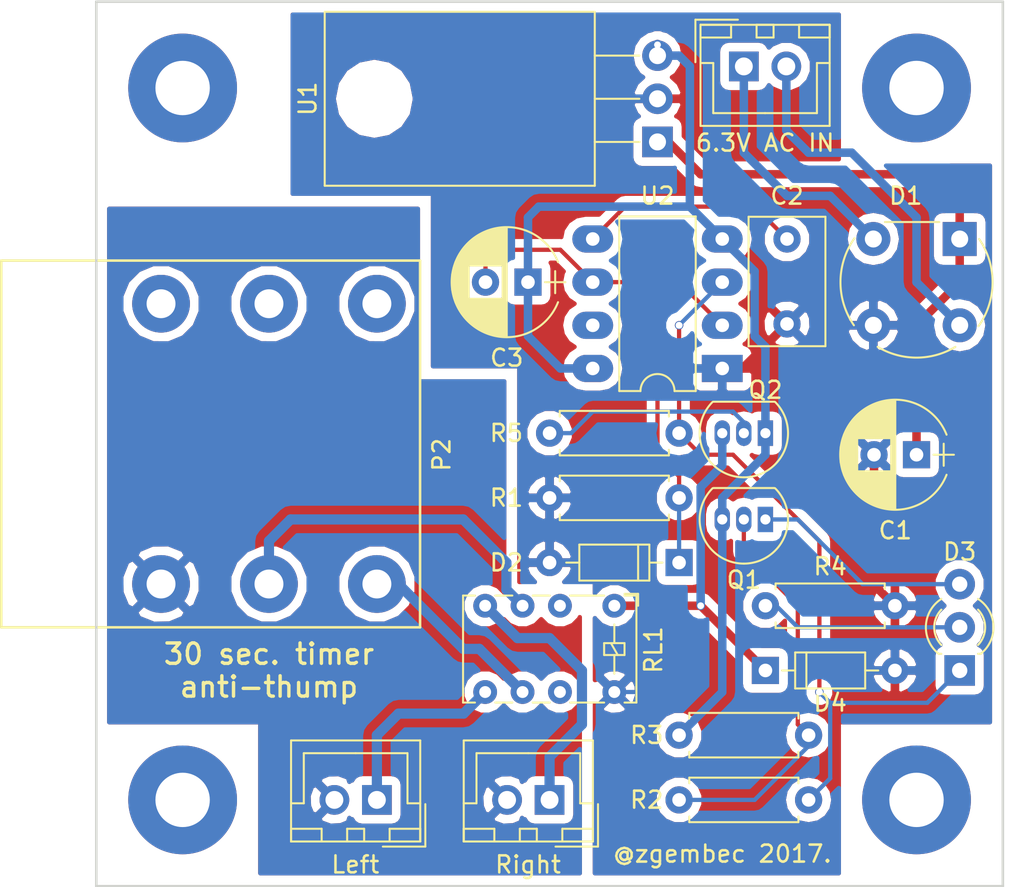
<source format=kicad_pcb>
(kicad_pcb (version 4) (host pcbnew 4.0.5)

  (general
    (links 40)
    (no_connects 0)
    (area 142.164999 81.204999 195.655001 133.425001)
    (thickness 1.6)
    (drawings 7)
    (tracks 136)
    (zones 0)
    (modules 25)
    (nets 25)
  )

  (page A4)
  (layers
    (0 F.Cu signal)
    (31 B.Cu signal)
    (32 B.Adhes user)
    (33 F.Adhes user)
    (34 B.Paste user)
    (35 F.Paste user)
    (36 B.SilkS user)
    (37 F.SilkS user)
    (38 B.Mask user)
    (39 F.Mask user)
    (40 Dwgs.User user)
    (41 Cmts.User user)
    (42 Eco1.User user)
    (43 Eco2.User user)
    (44 Edge.Cuts user)
    (45 Margin user)
    (46 B.CrtYd user)
    (47 F.CrtYd user)
    (48 B.Fab user)
    (49 F.Fab user)
  )

  (setup
    (last_trace_width 0.25)
    (trace_clearance 0.2)
    (zone_clearance 0.508)
    (zone_45_only no)
    (trace_min 0.2)
    (segment_width 0.2)
    (edge_width 0.15)
    (via_size 0.5)
    (via_drill 0.4)
    (via_min_size 0.4)
    (via_min_drill 0.3)
    (uvia_size 0.3)
    (uvia_drill 0.1)
    (uvias_allowed no)
    (uvia_min_size 0.2)
    (uvia_min_drill 0.1)
    (pcb_text_width 0.3)
    (pcb_text_size 1.5 1.5)
    (mod_edge_width 0.15)
    (mod_text_size 1 1)
    (mod_text_width 0.15)
    (pad_size 6.4 6.4)
    (pad_drill 3.2)
    (pad_to_mask_clearance 0.2)
    (aux_axis_origin 0 0)
    (visible_elements FFFFFF7F)
    (pcbplotparams
      (layerselection 0x00030_80000001)
      (usegerberextensions false)
      (excludeedgelayer true)
      (linewidth 0.100000)
      (plotframeref false)
      (viasonmask false)
      (mode 1)
      (useauxorigin false)
      (hpglpennumber 1)
      (hpglpenspeed 20)
      (hpglpendiameter 15)
      (hpglpenoverlay 2)
      (psnegative false)
      (psa4output false)
      (plotreference true)
      (plotvalue true)
      (plotinvisibletext false)
      (padsonsilk false)
      (subtractmaskfromsilk false)
      (outputformat 1)
      (mirror false)
      (drillshape 1)
      (scaleselection 1)
      (outputdirectory ""))
  )

  (net 0 "")
  (net 1 "Net-(C1-Pad1)")
  (net 2 Earth)
  (net 3 "Net-(C2-Pad1)")
  (net 4 VCC)
  (net 5 "Net-(C3-Pad2)")
  (net 6 "Net-(D1-Pad4)")
  (net 7 "Net-(D3-Pad1)")
  (net 8 "Net-(D3-Pad2)")
  (net 9 "Net-(D3-Pad3)")
  (net 10 "Net-(D4-Pad1)")
  (net 11 "Net-(U2-Pad7)")
  (net 12 "Net-(RL1-Pad3)")
  (net 13 "Net-(RL1-Pad10)")
  (net 14 "Net-(P2-Pad5)")
  (net 15 "Net-(P2-Pad3)")
  (net 16 "Net-(P2-Pad2)")
  (net 17 "Net-(P2-Pad1)")
  (net 18 "Net-(P3-Pad1)")
  (net 19 "Net-(P4-Pad1)")
  (net 20 "Net-(P2-Pad6)")
  (net 21 "Net-(D1-Pad2)")
  (net 22 GNDA)
  (net 23 "Net-(Q1-Pad2)")
  (net 24 "Net-(Q2-Pad2)")

  (net_class Default "This is the default net class."
    (clearance 0.2)
    (trace_width 0.25)
    (via_dia 0.5)
    (via_drill 0.4)
    (uvia_dia 0.3)
    (uvia_drill 0.1)
    (add_net GNDA)
    (add_net "Net-(C2-Pad1)")
    (add_net "Net-(C3-Pad2)")
    (add_net "Net-(D3-Pad1)")
    (add_net "Net-(D3-Pad2)")
    (add_net "Net-(D3-Pad3)")
    (add_net "Net-(P2-Pad1)")
    (add_net "Net-(P2-Pad2)")
    (add_net "Net-(P2-Pad3)")
    (add_net "Net-(Q1-Pad2)")
    (add_net "Net-(Q2-Pad2)")
    (add_net "Net-(U2-Pad7)")
  )

  (net_class Signal ""
    (clearance 0.2)
    (trace_width 0.6)
    (via_dia 0.5)
    (via_drill 0.4)
    (uvia_dia 0.3)
    (uvia_drill 0.1)
    (add_net "Net-(P2-Pad5)")
    (add_net "Net-(P2-Pad6)")
    (add_net "Net-(P3-Pad1)")
    (add_net "Net-(P4-Pad1)")
    (add_net "Net-(RL1-Pad10)")
    (add_net "Net-(RL1-Pad3)")
  )

  (net_class power ""
    (clearance 0.2)
    (trace_width 0.5)
    (via_dia 0.5)
    (via_drill 0.4)
    (uvia_dia 0.3)
    (uvia_drill 0.1)
    (add_net Earth)
    (add_net "Net-(C1-Pad1)")
    (add_net "Net-(D1-Pad2)")
    (add_net "Net-(D1-Pad4)")
    (add_net "Net-(D4-Pad1)")
    (add_net VCC)
  )

  (module Mounting_Holes:MountingHole_3.2mm_M3_Pad (layer F.Cu) (tedit 59FA18C4) (tstamp 59FA1C4D)
    (at 147.32 128.27)
    (descr "Mounting Hole 3.2mm, M3")
    (tags "mounting hole 3.2mm m3")
    (attr virtual)
    (fp_text reference REF** (at 0 -4.2) (layer F.SilkS) hide
      (effects (font (size 1 1) (thickness 0.15)))
    )
    (fp_text value M3_Pad (at 0 4.2) (layer F.Fab)
      (effects (font (size 1 1) (thickness 0.15)))
    )
    (fp_text user %R (at 0.3 0) (layer F.Fab)
      (effects (font (size 1 1) (thickness 0.15)))
    )
    (fp_circle (center 0 0) (end 3.2 0) (layer Cmts.User) (width 0.15))
    (fp_circle (center 0 0) (end 3.45 0) (layer F.CrtYd) (width 0.05))
    (pad 1 thru_hole circle (at 0 0) (size 6.4 6.4) (drill 3.2) (layers *.Cu *.Mask))
  )

  (module Mounting_Holes:MountingHole_3.2mm_M3_Pad (layer F.Cu) (tedit 59FA18C4) (tstamp 59FA1C45)
    (at 190.5 128.27)
    (descr "Mounting Hole 3.2mm, M3")
    (tags "mounting hole 3.2mm m3")
    (attr virtual)
    (fp_text reference REF** (at 0 -4.2) (layer F.SilkS) hide
      (effects (font (size 1 1) (thickness 0.15)))
    )
    (fp_text value M3_Pad (at 0 4.2) (layer F.Fab)
      (effects (font (size 1 1) (thickness 0.15)))
    )
    (fp_text user %R (at 0.3 0) (layer F.Fab)
      (effects (font (size 1 1) (thickness 0.15)))
    )
    (fp_circle (center 0 0) (end 3.2 0) (layer Cmts.User) (width 0.15))
    (fp_circle (center 0 0) (end 3.45 0) (layer F.CrtYd) (width 0.05))
    (pad 1 thru_hole circle (at 0 0) (size 6.4 6.4) (drill 3.2) (layers *.Cu *.Mask))
  )

  (module Mounting_Holes:MountingHole_3.2mm_M3_Pad (layer F.Cu) (tedit 59FA18C4) (tstamp 59FA1C3D)
    (at 190.5 86.36)
    (descr "Mounting Hole 3.2mm, M3")
    (tags "mounting hole 3.2mm m3")
    (attr virtual)
    (fp_text reference REF** (at 0 -4.2) (layer F.SilkS) hide
      (effects (font (size 1 1) (thickness 0.15)))
    )
    (fp_text value M3_Pad (at 0 4.2) (layer F.Fab)
      (effects (font (size 1 1) (thickness 0.15)))
    )
    (fp_text user %R (at 0.3 0) (layer F.Fab)
      (effects (font (size 1 1) (thickness 0.15)))
    )
    (fp_circle (center 0 0) (end 3.2 0) (layer Cmts.User) (width 0.15))
    (fp_circle (center 0 0) (end 3.45 0) (layer F.CrtYd) (width 0.05))
    (pad 1 thru_hole circle (at 0 0) (size 6.4 6.4) (drill 3.2) (layers *.Cu *.Mask))
  )

  (module Mounting_Holes:MountingHole_3.2mm_M3_Pad (layer F.Cu) (tedit 59FA18C4) (tstamp 59FA1BCA)
    (at 147.32 86.36)
    (descr "Mounting Hole 3.2mm, M3")
    (tags "mounting hole 3.2mm m3")
    (attr virtual)
    (fp_text reference REF** (at 0 -4.2) (layer F.SilkS) hide
      (effects (font (size 1 1) (thickness 0.15)))
    )
    (fp_text value M3_Pad (at 0 4.2) (layer F.Fab)
      (effects (font (size 1 1) (thickness 0.15)))
    )
    (fp_text user %R (at 0.3 0) (layer F.Fab)
      (effects (font (size 1 1) (thickness 0.15)))
    )
    (fp_circle (center 0 0) (end 3.2 0) (layer Cmts.User) (width 0.15))
    (fp_circle (center 0 0) (end 3.45 0) (layer F.CrtYd) (width 0.05))
    (pad 1 thru_hole circle (at 0 0) (size 6.4 6.4) (drill 3.2) (layers *.Cu *.Mask))
  )

  (module Housings_DIP:DIP-8_W7.62mm_LongPads (layer F.Cu) (tedit 5A06187F) (tstamp 59E39E47)
    (at 179.07 102.87 180)
    (descr "8-lead though-hole mounted DIP package, row spacing 7.62 mm (300 mils), LongPads")
    (tags "THT DIP DIL PDIP 2.54mm 7.62mm 300mil LongPads")
    (path /59E130D3)
    (fp_text reference U2 (at 3.81 10.16 180) (layer F.SilkS)
      (effects (font (size 1 1) (thickness 0.15)))
    )
    (fp_text value LM555N (at 3.81 9.95 180) (layer F.Fab)
      (effects (font (size 1 1) (thickness 0.15)))
    )
    (fp_arc (start 3.81 -1.33) (end 2.81 -1.33) (angle -180) (layer F.SilkS) (width 0.12))
    (fp_line (start 1.635 -1.27) (end 6.985 -1.27) (layer F.Fab) (width 0.1))
    (fp_line (start 6.985 -1.27) (end 6.985 8.89) (layer F.Fab) (width 0.1))
    (fp_line (start 6.985 8.89) (end 0.635 8.89) (layer F.Fab) (width 0.1))
    (fp_line (start 0.635 8.89) (end 0.635 -0.27) (layer F.Fab) (width 0.1))
    (fp_line (start 0.635 -0.27) (end 1.635 -1.27) (layer F.Fab) (width 0.1))
    (fp_line (start 2.81 -1.33) (end 1.56 -1.33) (layer F.SilkS) (width 0.12))
    (fp_line (start 1.56 -1.33) (end 1.56 8.95) (layer F.SilkS) (width 0.12))
    (fp_line (start 1.56 8.95) (end 6.06 8.95) (layer F.SilkS) (width 0.12))
    (fp_line (start 6.06 8.95) (end 6.06 -1.33) (layer F.SilkS) (width 0.12))
    (fp_line (start 6.06 -1.33) (end 4.81 -1.33) (layer F.SilkS) (width 0.12))
    (fp_line (start -1.45 -1.55) (end -1.45 9.15) (layer F.CrtYd) (width 0.05))
    (fp_line (start -1.45 9.15) (end 9.1 9.15) (layer F.CrtYd) (width 0.05))
    (fp_line (start 9.1 9.15) (end 9.1 -1.55) (layer F.CrtYd) (width 0.05))
    (fp_line (start 9.1 -1.55) (end -1.45 -1.55) (layer F.CrtYd) (width 0.05))
    (fp_text user %R (at 3.81 3.81 180) (layer F.Fab)
      (effects (font (size 1 1) (thickness 0.15)))
    )
    (pad 1 thru_hole rect (at 0 0 180) (size 2.4 1.6) (drill 0.8) (layers *.Cu *.Mask)
      (net 2 Earth))
    (pad 5 thru_hole oval (at 7.62 7.62 180) (size 2.4 1.6) (drill 0.8) (layers *.Cu *.Mask)
      (net 3 "Net-(C2-Pad1)"))
    (pad 2 thru_hole oval (at 0 2.54 180) (size 2.4 1.6) (drill 0.8) (layers *.Cu *.Mask)
      (net 5 "Net-(C3-Pad2)"))
    (pad 6 thru_hole oval (at 7.62 5.08 180) (size 2.4 1.6) (drill 0.8) (layers *.Cu *.Mask)
      (net 5 "Net-(C3-Pad2)"))
    (pad 3 thru_hole oval (at 0 5.08 180) (size 2.4 1.6) (drill 0.8) (layers *.Cu *.Mask)
      (net 7 "Net-(D3-Pad1)"))
    (pad 7 thru_hole oval (at 7.62 2.54 180) (size 2.4 1.6) (drill 0.8) (layers *.Cu *.Mask)
      (net 11 "Net-(U2-Pad7)"))
    (pad 4 thru_hole oval (at 0 7.62 180) (size 2.4 1.6) (drill 0.8) (layers *.Cu *.Mask)
      (net 4 VCC))
    (pad 8 thru_hole oval (at 7.62 0 180) (size 2.4 1.6) (drill 0.8) (layers *.Cu *.Mask)
      (net 4 VCC))
    (model ${KISYS3DMOD}/Housings_DIP.3dshapes/DIP-8_W7.62mm.wrl
      (at (xyz 0 0 0))
      (scale (xyz 1 1 1))
      (rotate (xyz 0 0 0))
    )
  )

  (module TO_SOT_Packages_THT:TO-220-3_Horizontal placed (layer F.Cu) (tedit 58CE52AD) (tstamp 59E2675F)
    (at 175.26 89.535 90)
    (descr "TO-220-3, Horizontal, RM 2.54mm")
    (tags "TO-220-3 Horizontal RM 2.54mm")
    (path /59E26D0F)
    (fp_text reference U1 (at 2.54 -20.58 90) (layer F.SilkS)
      (effects (font (size 1 1) (thickness 0.15)))
    )
    (fp_text value LM7805CT (at 2.54 1.9 90) (layer F.Fab)
      (effects (font (size 1 1) (thickness 0.15)))
    )
    (fp_text user %R (at 2.54 -20.58 90) (layer F.Fab)
      (effects (font (size 1 1) (thickness 0.15)))
    )
    (fp_line (start -2.46 -13.06) (end -2.46 -19.46) (layer F.Fab) (width 0.1))
    (fp_line (start -2.46 -19.46) (end 7.54 -19.46) (layer F.Fab) (width 0.1))
    (fp_line (start 7.54 -19.46) (end 7.54 -13.06) (layer F.Fab) (width 0.1))
    (fp_line (start 7.54 -13.06) (end -2.46 -13.06) (layer F.Fab) (width 0.1))
    (fp_line (start -2.46 -3.81) (end -2.46 -13.06) (layer F.Fab) (width 0.1))
    (fp_line (start -2.46 -13.06) (end 7.54 -13.06) (layer F.Fab) (width 0.1))
    (fp_line (start 7.54 -13.06) (end 7.54 -3.81) (layer F.Fab) (width 0.1))
    (fp_line (start 7.54 -3.81) (end -2.46 -3.81) (layer F.Fab) (width 0.1))
    (fp_line (start 0 -3.81) (end 0 0) (layer F.Fab) (width 0.1))
    (fp_line (start 2.54 -3.81) (end 2.54 0) (layer F.Fab) (width 0.1))
    (fp_line (start 5.08 -3.81) (end 5.08 0) (layer F.Fab) (width 0.1))
    (fp_line (start -2.58 -3.69) (end 7.66 -3.69) (layer F.SilkS) (width 0.12))
    (fp_line (start -2.58 -19.58) (end 7.66 -19.58) (layer F.SilkS) (width 0.12))
    (fp_line (start -2.58 -19.58) (end -2.58 -3.69) (layer F.SilkS) (width 0.12))
    (fp_line (start 7.66 -19.58) (end 7.66 -3.69) (layer F.SilkS) (width 0.12))
    (fp_line (start 0 -3.69) (end 0 -1.05) (layer F.SilkS) (width 0.12))
    (fp_line (start 2.54 -3.69) (end 2.54 -1.066) (layer F.SilkS) (width 0.12))
    (fp_line (start 5.08 -3.69) (end 5.08 -1.066) (layer F.SilkS) (width 0.12))
    (fp_line (start -2.71 -19.71) (end -2.71 1.15) (layer F.CrtYd) (width 0.05))
    (fp_line (start -2.71 1.15) (end 7.79 1.15) (layer F.CrtYd) (width 0.05))
    (fp_line (start 7.79 1.15) (end 7.79 -19.71) (layer F.CrtYd) (width 0.05))
    (fp_line (start 7.79 -19.71) (end -2.71 -19.71) (layer F.CrtYd) (width 0.05))
    (fp_circle (center 2.54 -16.66) (end 4.39 -16.66) (layer F.Fab) (width 0.1))
    (pad 0 np_thru_hole oval (at 2.54 -16.66 90) (size 3.5 3.5) (drill 3.5) (layers *.Cu *.Mask))
    (pad 1 thru_hole rect (at 0 0 90) (size 1.8 1.8) (drill 1) (layers *.Cu *.Mask)
      (net 1 "Net-(C1-Pad1)"))
    (pad 2 thru_hole oval (at 2.54 0 90) (size 1.8 1.8) (drill 1) (layers *.Cu *.Mask)
      (net 2 Earth))
    (pad 3 thru_hole oval (at 5.08 0 90) (size 1.8 1.8) (drill 1) (layers *.Cu *.Mask)
      (net 4 VCC))
    (model "/Library/Application Support/kicad/packages3d/TO_SOT_Packages_THT.3dshapes/TO-220_Neutral123_Horizontal.wrl"
      (at (xyz 0.1 0 0))
      (scale (xyz 0.4 0.4 0.4))
      (rotate (xyz 0 0 0))
    )
  )

  (module Connectors_JST:JST_XH_B02B-XH-A_02x2.50mm_Straight placed (layer F.Cu) (tedit 59F60A8F) (tstamp 59E266AD)
    (at 180.34 85.09)
    (descr "JST XH series connector, B02B-XH-A, top entry type, through hole")
    (tags "connector jst xh tht top vertical 2.50mm")
    (path /59E13607)
    (fp_text reference P1 (at 1.27 5.08) (layer F.SilkS) hide
      (effects (font (size 1 1) (thickness 0.15)))
    )
    (fp_text value "6.3V AC IN" (at 1.25 4.5) (layer F.SilkS)
      (effects (font (size 1 1) (thickness 0.15)))
    )
    (fp_line (start -2.45 -2.35) (end -2.45 3.4) (layer F.Fab) (width 0.1))
    (fp_line (start -2.45 3.4) (end 4.95 3.4) (layer F.Fab) (width 0.1))
    (fp_line (start 4.95 3.4) (end 4.95 -2.35) (layer F.Fab) (width 0.1))
    (fp_line (start 4.95 -2.35) (end -2.45 -2.35) (layer F.Fab) (width 0.1))
    (fp_line (start -2.95 -2.85) (end -2.95 3.9) (layer F.CrtYd) (width 0.05))
    (fp_line (start -2.95 3.9) (end 5.45 3.9) (layer F.CrtYd) (width 0.05))
    (fp_line (start 5.45 3.9) (end 5.45 -2.85) (layer F.CrtYd) (width 0.05))
    (fp_line (start 5.45 -2.85) (end -2.95 -2.85) (layer F.CrtYd) (width 0.05))
    (fp_line (start -2.55 -2.45) (end -2.55 3.5) (layer F.SilkS) (width 0.12))
    (fp_line (start -2.55 3.5) (end 5.05 3.5) (layer F.SilkS) (width 0.12))
    (fp_line (start 5.05 3.5) (end 5.05 -2.45) (layer F.SilkS) (width 0.12))
    (fp_line (start 5.05 -2.45) (end -2.55 -2.45) (layer F.SilkS) (width 0.12))
    (fp_line (start 0.75 -2.45) (end 0.75 -1.7) (layer F.SilkS) (width 0.12))
    (fp_line (start 0.75 -1.7) (end 1.75 -1.7) (layer F.SilkS) (width 0.12))
    (fp_line (start 1.75 -1.7) (end 1.75 -2.45) (layer F.SilkS) (width 0.12))
    (fp_line (start 1.75 -2.45) (end 0.75 -2.45) (layer F.SilkS) (width 0.12))
    (fp_line (start -2.55 -2.45) (end -2.55 -1.7) (layer F.SilkS) (width 0.12))
    (fp_line (start -2.55 -1.7) (end -0.75 -1.7) (layer F.SilkS) (width 0.12))
    (fp_line (start -0.75 -1.7) (end -0.75 -2.45) (layer F.SilkS) (width 0.12))
    (fp_line (start -0.75 -2.45) (end -2.55 -2.45) (layer F.SilkS) (width 0.12))
    (fp_line (start 3.25 -2.45) (end 3.25 -1.7) (layer F.SilkS) (width 0.12))
    (fp_line (start 3.25 -1.7) (end 5.05 -1.7) (layer F.SilkS) (width 0.12))
    (fp_line (start 5.05 -1.7) (end 5.05 -2.45) (layer F.SilkS) (width 0.12))
    (fp_line (start 5.05 -2.45) (end 3.25 -2.45) (layer F.SilkS) (width 0.12))
    (fp_line (start -2.55 -0.2) (end -1.8 -0.2) (layer F.SilkS) (width 0.12))
    (fp_line (start -1.8 -0.2) (end -1.8 2.75) (layer F.SilkS) (width 0.12))
    (fp_line (start -1.8 2.75) (end 1.25 2.75) (layer F.SilkS) (width 0.12))
    (fp_line (start 5.05 -0.2) (end 4.3 -0.2) (layer F.SilkS) (width 0.12))
    (fp_line (start 4.3 -0.2) (end 4.3 2.75) (layer F.SilkS) (width 0.12))
    (fp_line (start 4.3 2.75) (end 1.25 2.75) (layer F.SilkS) (width 0.12))
    (fp_line (start -0.35 -2.75) (end -2.85 -2.75) (layer F.SilkS) (width 0.12))
    (fp_line (start -2.85 -2.75) (end -2.85 -0.25) (layer F.SilkS) (width 0.12))
    (fp_line (start -0.35 -2.75) (end -2.85 -2.75) (layer F.Fab) (width 0.1))
    (fp_line (start -2.85 -2.75) (end -2.85 -0.25) (layer F.Fab) (width 0.1))
    (fp_text user %R (at 1.25 2.5) (layer F.Fab)
      (effects (font (size 1 1) (thickness 0.15)))
    )
    (pad 1 thru_hole rect (at 0 0) (size 1.75 1.75) (drill 1.05) (layers *.Cu *.Mask)
      (net 21 "Net-(D1-Pad2)"))
    (pad 2 thru_hole circle (at 2.5 0) (size 1.75 1.75) (drill 1.05) (layers *.Cu *.Mask)
      (net 6 "Net-(D1-Pad4)"))
    (model Connectors_JST.3dshapes/JST_XH_B02B-XH-A_02x2.50mm_Straight.wrl
      (at (xyz 0 0 0))
      (scale (xyz 1 1 1))
      (rotate (xyz 0 0 0))
    )
  )

  (module Resistors_THT:R_Axial_DIN0207_L6.3mm_D2.5mm_P7.62mm_Horizontal placed (layer F.Cu) (tedit 5A06185F) (tstamp 59E266E7)
    (at 176.53 110.49 180)
    (descr "Resistor, Axial_DIN0207 series, Axial, Horizontal, pin pitch=7.62mm, 0.25W = 1/4W, length*diameter=6.3*2.5mm^2, http://cdn-reichelt.de/documents/datenblatt/B400/1_4W%23YAG.pdf")
    (tags "Resistor Axial_DIN0207 series Axial Horizontal pin pitch 7.62mm 0.25W = 1/4W length 6.3mm diameter 2.5mm")
    (path /59E1319F)
    (fp_text reference R1 (at 10.16 0 180) (layer F.SilkS)
      (effects (font (size 1 1) (thickness 0.15)))
    )
    (fp_text value 124K (at 3.81 2.31 180) (layer F.Fab)
      (effects (font (size 1 1) (thickness 0.15)))
    )
    (fp_line (start 0.66 -1.25) (end 0.66 1.25) (layer F.Fab) (width 0.1))
    (fp_line (start 0.66 1.25) (end 6.96 1.25) (layer F.Fab) (width 0.1))
    (fp_line (start 6.96 1.25) (end 6.96 -1.25) (layer F.Fab) (width 0.1))
    (fp_line (start 6.96 -1.25) (end 0.66 -1.25) (layer F.Fab) (width 0.1))
    (fp_line (start 0 0) (end 0.66 0) (layer F.Fab) (width 0.1))
    (fp_line (start 7.62 0) (end 6.96 0) (layer F.Fab) (width 0.1))
    (fp_line (start 0.6 -0.98) (end 0.6 -1.31) (layer F.SilkS) (width 0.12))
    (fp_line (start 0.6 -1.31) (end 7.02 -1.31) (layer F.SilkS) (width 0.12))
    (fp_line (start 7.02 -1.31) (end 7.02 -0.98) (layer F.SilkS) (width 0.12))
    (fp_line (start 0.6 0.98) (end 0.6 1.31) (layer F.SilkS) (width 0.12))
    (fp_line (start 0.6 1.31) (end 7.02 1.31) (layer F.SilkS) (width 0.12))
    (fp_line (start 7.02 1.31) (end 7.02 0.98) (layer F.SilkS) (width 0.12))
    (fp_line (start -1.05 -1.6) (end -1.05 1.6) (layer F.CrtYd) (width 0.05))
    (fp_line (start -1.05 1.6) (end 8.7 1.6) (layer F.CrtYd) (width 0.05))
    (fp_line (start 8.7 1.6) (end 8.7 -1.6) (layer F.CrtYd) (width 0.05))
    (fp_line (start 8.7 -1.6) (end -1.05 -1.6) (layer F.CrtYd) (width 0.05))
    (pad 1 thru_hole circle (at 0 0 180) (size 1.6 1.6) (drill 0.8) (layers *.Cu *.Mask)
      (net 5 "Net-(C3-Pad2)"))
    (pad 2 thru_hole oval (at 7.62 0 180) (size 1.6 1.6) (drill 0.8) (layers *.Cu *.Mask)
      (net 2 Earth))
    (model ${KISYS3DMOD}/Resistors_THT.3dshapes/R_Axial_DIN0207_L6.3mm_D2.5mm_P7.62mm_Horizontal.wrl
      (at (xyz 0 0 0))
      (scale (xyz 0.393701 0.393701 0.393701))
      (rotate (xyz 0 0 0))
    )
  )

  (module Resistors_THT:R_Axial_DIN0207_L6.3mm_D2.5mm_P7.62mm_Horizontal placed (layer F.Cu) (tedit 5A06C769) (tstamp 59E266FD)
    (at 176.53 128.27)
    (descr "Resistor, Axial_DIN0207 series, Axial, Horizontal, pin pitch=7.62mm, 0.25W = 1/4W, length*diameter=6.3*2.5mm^2, http://cdn-reichelt.de/documents/datenblatt/B400/1_4W%23YAG.pdf")
    (tags "Resistor Axial_DIN0207 series Axial Horizontal pin pitch 7.62mm 0.25W = 1/4W length 6.3mm diameter 2.5mm")
    (path /59E13FAA)
    (fp_text reference R2 (at -1.905 0) (layer F.SilkS)
      (effects (font (size 1 1) (thickness 0.15)))
    )
    (fp_text value 10K (at 3.81 0) (layer F.Fab)
      (effects (font (size 1 1) (thickness 0.15)))
    )
    (fp_line (start 0.66 -1.25) (end 0.66 1.25) (layer F.Fab) (width 0.1))
    (fp_line (start 0.66 1.25) (end 6.96 1.25) (layer F.Fab) (width 0.1))
    (fp_line (start 6.96 1.25) (end 6.96 -1.25) (layer F.Fab) (width 0.1))
    (fp_line (start 6.96 -1.25) (end 0.66 -1.25) (layer F.Fab) (width 0.1))
    (fp_line (start 0 0) (end 0.66 0) (layer F.Fab) (width 0.1))
    (fp_line (start 7.62 0) (end 6.96 0) (layer F.Fab) (width 0.1))
    (fp_line (start 0.6 -0.98) (end 0.6 -1.31) (layer F.SilkS) (width 0.12))
    (fp_line (start 0.6 -1.31) (end 7.02 -1.31) (layer F.SilkS) (width 0.12))
    (fp_line (start 7.02 -1.31) (end 7.02 -0.98) (layer F.SilkS) (width 0.12))
    (fp_line (start 0.6 0.98) (end 0.6 1.31) (layer F.SilkS) (width 0.12))
    (fp_line (start 0.6 1.31) (end 7.02 1.31) (layer F.SilkS) (width 0.12))
    (fp_line (start 7.02 1.31) (end 7.02 0.98) (layer F.SilkS) (width 0.12))
    (fp_line (start -1.05 -1.6) (end -1.05 1.6) (layer F.CrtYd) (width 0.05))
    (fp_line (start -1.05 1.6) (end 8.7 1.6) (layer F.CrtYd) (width 0.05))
    (fp_line (start 8.7 1.6) (end 8.7 -1.6) (layer F.CrtYd) (width 0.05))
    (fp_line (start 8.7 -1.6) (end -1.05 -1.6) (layer F.CrtYd) (width 0.05))
    (pad 1 thru_hole circle (at 0 0) (size 1.6 1.6) (drill 0.8) (layers *.Cu *.Mask)
      (net 23 "Net-(Q1-Pad2)"))
    (pad 2 thru_hole oval (at 7.62 0) (size 1.6 1.6) (drill 0.8) (layers *.Cu *.Mask)
      (net 7 "Net-(D3-Pad1)"))
    (model ${KISYS3DMOD}/Resistors_THT.3dshapes/R_Axial_DIN0207_L6.3mm_D2.5mm_P7.62mm_Horizontal.wrl
      (at (xyz 0 0 0))
      (scale (xyz 0.393701 0.393701 0.393701))
      (rotate (xyz 0 0 0))
    )
  )

  (module Resistors_THT:R_Axial_DIN0207_L6.3mm_D2.5mm_P7.62mm_Horizontal placed (layer F.Cu) (tedit 5A06C761) (tstamp 59E26713)
    (at 176.53 124.46)
    (descr "Resistor, Axial_DIN0207 series, Axial, Horizontal, pin pitch=7.62mm, 0.25W = 1/4W, length*diameter=6.3*2.5mm^2, http://cdn-reichelt.de/documents/datenblatt/B400/1_4W%23YAG.pdf")
    (tags "Resistor Axial_DIN0207 series Axial Horizontal pin pitch 7.62mm 0.25W = 1/4W length 6.3mm diameter 2.5mm")
    (path /59E13FF9)
    (fp_text reference R3 (at -1.905 0) (layer F.SilkS)
      (effects (font (size 1 1) (thickness 0.15)))
    )
    (fp_text value 4k7 (at 3.81 0) (layer F.Fab)
      (effects (font (size 1 1) (thickness 0.15)))
    )
    (fp_line (start 0.66 -1.25) (end 0.66 1.25) (layer F.Fab) (width 0.1))
    (fp_line (start 0.66 1.25) (end 6.96 1.25) (layer F.Fab) (width 0.1))
    (fp_line (start 6.96 1.25) (end 6.96 -1.25) (layer F.Fab) (width 0.1))
    (fp_line (start 6.96 -1.25) (end 0.66 -1.25) (layer F.Fab) (width 0.1))
    (fp_line (start 0 0) (end 0.66 0) (layer F.Fab) (width 0.1))
    (fp_line (start 7.62 0) (end 6.96 0) (layer F.Fab) (width 0.1))
    (fp_line (start 0.6 -0.98) (end 0.6 -1.31) (layer F.SilkS) (width 0.12))
    (fp_line (start 0.6 -1.31) (end 7.02 -1.31) (layer F.SilkS) (width 0.12))
    (fp_line (start 7.02 -1.31) (end 7.02 -0.98) (layer F.SilkS) (width 0.12))
    (fp_line (start 0.6 0.98) (end 0.6 1.31) (layer F.SilkS) (width 0.12))
    (fp_line (start 0.6 1.31) (end 7.02 1.31) (layer F.SilkS) (width 0.12))
    (fp_line (start 7.02 1.31) (end 7.02 0.98) (layer F.SilkS) (width 0.12))
    (fp_line (start -1.05 -1.6) (end -1.05 1.6) (layer F.CrtYd) (width 0.05))
    (fp_line (start -1.05 1.6) (end 8.7 1.6) (layer F.CrtYd) (width 0.05))
    (fp_line (start 8.7 1.6) (end 8.7 -1.6) (layer F.CrtYd) (width 0.05))
    (fp_line (start 8.7 -1.6) (end -1.05 -1.6) (layer F.CrtYd) (width 0.05))
    (pad 1 thru_hole circle (at 0 0) (size 1.6 1.6) (drill 0.8) (layers *.Cu *.Mask)
      (net 4 VCC))
    (pad 2 thru_hole oval (at 7.62 0) (size 1.6 1.6) (drill 0.8) (layers *.Cu *.Mask)
      (net 23 "Net-(Q1-Pad2)"))
    (model ${KISYS3DMOD}/Resistors_THT.3dshapes/R_Axial_DIN0207_L6.3mm_D2.5mm_P7.62mm_Horizontal.wrl
      (at (xyz 0 0 0))
      (scale (xyz 0.393701 0.393701 0.393701))
      (rotate (xyz 0 0 0))
    )
  )

  (module Resistors_THT:R_Axial_DIN0207_L6.3mm_D2.5mm_P7.62mm_Horizontal placed (layer F.Cu) (tedit 5A06182C) (tstamp 59E26729)
    (at 181.61 116.84)
    (descr "Resistor, Axial_DIN0207 series, Axial, Horizontal, pin pitch=7.62mm, 0.25W = 1/4W, length*diameter=6.3*2.5mm^2, http://cdn-reichelt.de/documents/datenblatt/B400/1_4W%23YAG.pdf")
    (tags "Resistor Axial_DIN0207 series Axial Horizontal pin pitch 7.62mm 0.25W = 1/4W length 6.3mm diameter 2.5mm")
    (path /59E1406A)
    (fp_text reference R4 (at 3.81 -2.31) (layer F.SilkS)
      (effects (font (size 1 1) (thickness 0.15)))
    )
    (fp_text value 220 (at 3.81 0) (layer F.Fab)
      (effects (font (size 1 1) (thickness 0.15)))
    )
    (fp_line (start 0.66 -1.25) (end 0.66 1.25) (layer F.Fab) (width 0.1))
    (fp_line (start 0.66 1.25) (end 6.96 1.25) (layer F.Fab) (width 0.1))
    (fp_line (start 6.96 1.25) (end 6.96 -1.25) (layer F.Fab) (width 0.1))
    (fp_line (start 6.96 -1.25) (end 0.66 -1.25) (layer F.Fab) (width 0.1))
    (fp_line (start 0 0) (end 0.66 0) (layer F.Fab) (width 0.1))
    (fp_line (start 7.62 0) (end 6.96 0) (layer F.Fab) (width 0.1))
    (fp_line (start 0.6 -0.98) (end 0.6 -1.31) (layer F.SilkS) (width 0.12))
    (fp_line (start 0.6 -1.31) (end 7.02 -1.31) (layer F.SilkS) (width 0.12))
    (fp_line (start 7.02 -1.31) (end 7.02 -0.98) (layer F.SilkS) (width 0.12))
    (fp_line (start 0.6 0.98) (end 0.6 1.31) (layer F.SilkS) (width 0.12))
    (fp_line (start 0.6 1.31) (end 7.02 1.31) (layer F.SilkS) (width 0.12))
    (fp_line (start 7.02 1.31) (end 7.02 0.98) (layer F.SilkS) (width 0.12))
    (fp_line (start -1.05 -1.6) (end -1.05 1.6) (layer F.CrtYd) (width 0.05))
    (fp_line (start -1.05 1.6) (end 8.7 1.6) (layer F.CrtYd) (width 0.05))
    (fp_line (start 8.7 1.6) (end 8.7 -1.6) (layer F.CrtYd) (width 0.05))
    (fp_line (start 8.7 -1.6) (end -1.05 -1.6) (layer F.CrtYd) (width 0.05))
    (pad 1 thru_hole circle (at 0 0) (size 1.6 1.6) (drill 0.8) (layers *.Cu *.Mask)
      (net 8 "Net-(D3-Pad2)"))
    (pad 2 thru_hole oval (at 7.62 0) (size 1.6 1.6) (drill 0.8) (layers *.Cu *.Mask)
      (net 2 Earth))
    (model ${KISYS3DMOD}/Resistors_THT.3dshapes/R_Axial_DIN0207_L6.3mm_D2.5mm_P7.62mm_Horizontal.wrl
      (at (xyz 0 0 0))
      (scale (xyz 0.393701 0.393701 0.393701))
      (rotate (xyz 0 0 0))
    )
  )

  (module Resistors_THT:R_Axial_DIN0207_L6.3mm_D2.5mm_P7.62mm_Horizontal placed (layer F.Cu) (tedit 5A061852) (tstamp 59E2673F)
    (at 168.91 106.68)
    (descr "Resistor, Axial_DIN0207 series, Axial, Horizontal, pin pitch=7.62mm, 0.25W = 1/4W, length*diameter=6.3*2.5mm^2, http://cdn-reichelt.de/documents/datenblatt/B400/1_4W%23YAG.pdf")
    (tags "Resistor Axial_DIN0207 series Axial Horizontal pin pitch 7.62mm 0.25W = 1/4W length 6.3mm diameter 2.5mm")
    (path /59E14E22)
    (fp_text reference R5 (at -2.54 0) (layer F.SilkS)
      (effects (font (size 1 1) (thickness 0.15)))
    )
    (fp_text value 1K (at 3.81 2.31) (layer F.Fab)
      (effects (font (size 1 1) (thickness 0.15)))
    )
    (fp_line (start 0.66 -1.25) (end 0.66 1.25) (layer F.Fab) (width 0.1))
    (fp_line (start 0.66 1.25) (end 6.96 1.25) (layer F.Fab) (width 0.1))
    (fp_line (start 6.96 1.25) (end 6.96 -1.25) (layer F.Fab) (width 0.1))
    (fp_line (start 6.96 -1.25) (end 0.66 -1.25) (layer F.Fab) (width 0.1))
    (fp_line (start 0 0) (end 0.66 0) (layer F.Fab) (width 0.1))
    (fp_line (start 7.62 0) (end 6.96 0) (layer F.Fab) (width 0.1))
    (fp_line (start 0.6 -0.98) (end 0.6 -1.31) (layer F.SilkS) (width 0.12))
    (fp_line (start 0.6 -1.31) (end 7.02 -1.31) (layer F.SilkS) (width 0.12))
    (fp_line (start 7.02 -1.31) (end 7.02 -0.98) (layer F.SilkS) (width 0.12))
    (fp_line (start 0.6 0.98) (end 0.6 1.31) (layer F.SilkS) (width 0.12))
    (fp_line (start 0.6 1.31) (end 7.02 1.31) (layer F.SilkS) (width 0.12))
    (fp_line (start 7.02 1.31) (end 7.02 0.98) (layer F.SilkS) (width 0.12))
    (fp_line (start -1.05 -1.6) (end -1.05 1.6) (layer F.CrtYd) (width 0.05))
    (fp_line (start -1.05 1.6) (end 8.7 1.6) (layer F.CrtYd) (width 0.05))
    (fp_line (start 8.7 1.6) (end 8.7 -1.6) (layer F.CrtYd) (width 0.05))
    (fp_line (start 8.7 -1.6) (end -1.05 -1.6) (layer F.CrtYd) (width 0.05))
    (pad 1 thru_hole circle (at 0 0) (size 1.6 1.6) (drill 0.8) (layers *.Cu *.Mask)
      (net 24 "Net-(Q2-Pad2)"))
    (pad 2 thru_hole oval (at 7.62 0) (size 1.6 1.6) (drill 0.8) (layers *.Cu *.Mask)
      (net 7 "Net-(D3-Pad1)"))
    (model ${KISYS3DMOD}/Resistors_THT.3dshapes/R_Axial_DIN0207_L6.3mm_D2.5mm_P7.62mm_Horizontal.wrl
      (at (xyz 0 0 0))
      (scale (xyz 0.393701 0.393701 0.393701))
      (rotate (xyz 0 0 0))
    )
  )

  (module Capacitors_THT:C_Disc_D7.5mm_W4.4mm_P5.00mm (layer F.Cu) (tedit 5A06189C) (tstamp 59E39CB2)
    (at 182.88 95.25 270)
    (descr "C, Disc series, Radial, pin pitch=5.00mm, , diameter*width=7.5*4.4mm^2, Capacitor")
    (tags "C Disc series Radial pin pitch 5.00mm  diameter 7.5mm width 4.4mm Capacitor")
    (path /59E1329F)
    (fp_text reference C2 (at -2.54 0 360) (layer F.SilkS)
      (effects (font (size 1 1) (thickness 0.15)))
    )
    (fp_text value 0.01uF (at 2.5 3.51 270) (layer F.Fab)
      (effects (font (size 1 1) (thickness 0.15)))
    )
    (fp_line (start -1.25 -2.2) (end -1.25 2.2) (layer F.Fab) (width 0.1))
    (fp_line (start -1.25 2.2) (end 6.25 2.2) (layer F.Fab) (width 0.1))
    (fp_line (start 6.25 2.2) (end 6.25 -2.2) (layer F.Fab) (width 0.1))
    (fp_line (start 6.25 -2.2) (end -1.25 -2.2) (layer F.Fab) (width 0.1))
    (fp_line (start -1.31 -2.26) (end 6.31 -2.26) (layer F.SilkS) (width 0.12))
    (fp_line (start -1.31 2.26) (end 6.31 2.26) (layer F.SilkS) (width 0.12))
    (fp_line (start -1.31 -2.26) (end -1.31 2.26) (layer F.SilkS) (width 0.12))
    (fp_line (start 6.31 -2.26) (end 6.31 2.26) (layer F.SilkS) (width 0.12))
    (fp_line (start -1.6 -2.55) (end -1.6 2.55) (layer F.CrtYd) (width 0.05))
    (fp_line (start -1.6 2.55) (end 6.6 2.55) (layer F.CrtYd) (width 0.05))
    (fp_line (start 6.6 2.55) (end 6.6 -2.55) (layer F.CrtYd) (width 0.05))
    (fp_line (start 6.6 -2.55) (end -1.6 -2.55) (layer F.CrtYd) (width 0.05))
    (fp_text user %R (at 2.5 0 450) (layer F.Fab)
      (effects (font (size 1 1) (thickness 0.15)))
    )
    (pad 1 thru_hole circle (at 0 0 270) (size 1.6 1.6) (drill 0.8) (layers *.Cu *.Mask)
      (net 3 "Net-(C2-Pad1)"))
    (pad 2 thru_hole circle (at 5 0 270) (size 1.6 1.6) (drill 0.8) (layers *.Cu *.Mask)
      (net 2 Earth))
    (model ${KISYS3DMOD}/Capacitors_THT.3dshapes/C_Disc_D7.5mm_W4.4mm_P5.00mm.wrl
      (at (xyz 0 0 0))
      (scale (xyz 1 1 1))
      (rotate (xyz 0 0 0))
    )
  )

  (module Diodes_THT:D_DO-35_SOD27_P7.62mm_Horizontal (layer F.Cu) (tedit 5A06186A) (tstamp 59E39DC0)
    (at 176.53 114.3 180)
    (descr "D, DO-35_SOD27 series, Axial, Horizontal, pin pitch=7.62mm, , length*diameter=4*2mm^2, , http://www.diodes.com/_files/packages/DO-35.pdf")
    (tags "D DO-35_SOD27 series Axial Horizontal pin pitch 7.62mm  length 4mm diameter 2mm")
    (path /59E13153)
    (fp_text reference D2 (at 10.16 0 180) (layer F.SilkS)
      (effects (font (size 1 1) (thickness 0.15)))
    )
    (fp_text value 1N4148 (at 3.81 2.06 180) (layer F.Fab)
      (effects (font (size 1 1) (thickness 0.15)))
    )
    (fp_text user %R (at 3.81 0 180) (layer F.Fab)
      (effects (font (size 1 1) (thickness 0.15)))
    )
    (fp_line (start 1.81 -1) (end 1.81 1) (layer F.Fab) (width 0.1))
    (fp_line (start 1.81 1) (end 5.81 1) (layer F.Fab) (width 0.1))
    (fp_line (start 5.81 1) (end 5.81 -1) (layer F.Fab) (width 0.1))
    (fp_line (start 5.81 -1) (end 1.81 -1) (layer F.Fab) (width 0.1))
    (fp_line (start 0 0) (end 1.81 0) (layer F.Fab) (width 0.1))
    (fp_line (start 7.62 0) (end 5.81 0) (layer F.Fab) (width 0.1))
    (fp_line (start 2.41 -1) (end 2.41 1) (layer F.Fab) (width 0.1))
    (fp_line (start 1.75 -1.06) (end 1.75 1.06) (layer F.SilkS) (width 0.12))
    (fp_line (start 1.75 1.06) (end 5.87 1.06) (layer F.SilkS) (width 0.12))
    (fp_line (start 5.87 1.06) (end 5.87 -1.06) (layer F.SilkS) (width 0.12))
    (fp_line (start 5.87 -1.06) (end 1.75 -1.06) (layer F.SilkS) (width 0.12))
    (fp_line (start 0.98 0) (end 1.75 0) (layer F.SilkS) (width 0.12))
    (fp_line (start 6.64 0) (end 5.87 0) (layer F.SilkS) (width 0.12))
    (fp_line (start 2.41 -1.06) (end 2.41 1.06) (layer F.SilkS) (width 0.12))
    (fp_line (start -1.05 -1.35) (end -1.05 1.35) (layer F.CrtYd) (width 0.05))
    (fp_line (start -1.05 1.35) (end 8.7 1.35) (layer F.CrtYd) (width 0.05))
    (fp_line (start 8.7 1.35) (end 8.7 -1.35) (layer F.CrtYd) (width 0.05))
    (fp_line (start 8.7 -1.35) (end -1.05 -1.35) (layer F.CrtYd) (width 0.05))
    (pad 1 thru_hole rect (at 0 0 180) (size 1.6 1.6) (drill 0.8) (layers *.Cu *.Mask)
      (net 5 "Net-(C3-Pad2)"))
    (pad 2 thru_hole oval (at 7.62 0 180) (size 1.6 1.6) (drill 0.8) (layers *.Cu *.Mask)
      (net 2 Earth))
    (model ${KISYS3DMOD}/Diodes_THT.3dshapes/D_DO-35_SOD27_P7.62mm_Horizontal.wrl
      (at (xyz 0 0 0))
      (scale (xyz 0.393701 0.393701 0.393701))
      (rotate (xyz 0 0 0))
    )
  )

  (module LEDs:LED_D3.0mm-3 (layer F.Cu) (tedit 5A0617DA) (tstamp 59E39DD8)
    (at 193.04 120.65 90)
    (descr "LED, diameter 3.0mm, 2 pins, diameter 3.0mm, 3 pins, http://www.kingbright.com/attachments/file/psearch/000/00/00/L-3VSURKCGKC(Ver.8A).pdf")
    (tags "LED diameter 3.0mm 2 pins diameter 3.0mm 3 pins")
    (path /59E14454)
    (fp_text reference D3 (at 6.985 0 180) (layer F.SilkS)
      (effects (font (size 1 1) (thickness 0.15)))
    )
    (fp_text value LED_Dual_ACA (at 2.54 2.96 90) (layer F.Fab)
      (effects (font (size 1 1) (thickness 0.15)))
    )
    (fp_arc (start 2.54 0) (end 1.04 -1.16619) (angle 284.3) (layer F.Fab) (width 0.1))
    (fp_arc (start 2.54 0) (end 0.98 -1.235516) (angle 108.8) (layer F.SilkS) (width 0.12))
    (fp_arc (start 2.54 0) (end 0.98 1.235516) (angle -108.8) (layer F.SilkS) (width 0.12))
    (fp_arc (start 2.54 0) (end 1.499039 -1.08) (angle 87.9) (layer F.SilkS) (width 0.12))
    (fp_arc (start 2.54 0) (end 1.499039 1.08) (angle -87.9) (layer F.SilkS) (width 0.12))
    (fp_circle (center 2.54 0) (end 4.04 0) (layer F.Fab) (width 0.1))
    (fp_line (start 1.04 -1.16619) (end 1.04 1.16619) (layer F.Fab) (width 0.1))
    (fp_line (start 0.98 -1.236) (end 0.98 -1.08) (layer F.SilkS) (width 0.12))
    (fp_line (start 0.98 1.08) (end 0.98 1.236) (layer F.SilkS) (width 0.12))
    (fp_line (start -1.15 -2.25) (end -1.15 2.25) (layer F.CrtYd) (width 0.05))
    (fp_line (start -1.15 2.25) (end 6.25 2.25) (layer F.CrtYd) (width 0.05))
    (fp_line (start 6.25 2.25) (end 6.25 -2.25) (layer F.CrtYd) (width 0.05))
    (fp_line (start 6.25 -2.25) (end -1.15 -2.25) (layer F.CrtYd) (width 0.05))
    (pad 1 thru_hole rect (at 0 0 90) (size 1.8 1.8) (drill 0.9) (layers *.Cu *.Mask)
      (net 7 "Net-(D3-Pad1)"))
    (pad 2 thru_hole circle (at 2.54 0 90) (size 1.8 1.8) (drill 0.9) (layers *.Cu *.Mask)
      (net 8 "Net-(D3-Pad2)"))
    (pad 3 thru_hole circle (at 5.08 0 90) (size 1.8 1.8) (drill 0.9) (layers *.Cu *.Mask)
      (net 9 "Net-(D3-Pad3)"))
    (model ${KISYS3DMOD}/LEDs.3dshapes/LED_D3.0mm-3.wrl
      (at (xyz 0 0 0))
      (scale (xyz 0.393701 0.393701 0.393701))
      (rotate (xyz 0 0 0))
    )
  )

  (module Diodes_THT:D_DO-35_SOD27_P7.62mm_Horizontal (layer F.Cu) (tedit 5A0617F3) (tstamp 59E39DEB)
    (at 181.61 120.65)
    (descr "D, DO-35_SOD27 series, Axial, Horizontal, pin pitch=7.62mm, , length*diameter=4*2mm^2, , http://www.diodes.com/_files/packages/DO-35.pdf")
    (tags "D DO-35_SOD27 series Axial Horizontal pin pitch 7.62mm  length 4mm diameter 2mm")
    (path /59E15F85)
    (fp_text reference D4 (at 3.81 1.905) (layer F.SilkS)
      (effects (font (size 1 1) (thickness 0.15)))
    )
    (fp_text value 1N4004 (at 3.81 2.06) (layer F.Fab)
      (effects (font (size 1 1) (thickness 0.15)))
    )
    (fp_text user %R (at 3.81 0) (layer F.Fab)
      (effects (font (size 1 1) (thickness 0.15)))
    )
    (fp_line (start 1.81 -1) (end 1.81 1) (layer F.Fab) (width 0.1))
    (fp_line (start 1.81 1) (end 5.81 1) (layer F.Fab) (width 0.1))
    (fp_line (start 5.81 1) (end 5.81 -1) (layer F.Fab) (width 0.1))
    (fp_line (start 5.81 -1) (end 1.81 -1) (layer F.Fab) (width 0.1))
    (fp_line (start 0 0) (end 1.81 0) (layer F.Fab) (width 0.1))
    (fp_line (start 7.62 0) (end 5.81 0) (layer F.Fab) (width 0.1))
    (fp_line (start 2.41 -1) (end 2.41 1) (layer F.Fab) (width 0.1))
    (fp_line (start 1.75 -1.06) (end 1.75 1.06) (layer F.SilkS) (width 0.12))
    (fp_line (start 1.75 1.06) (end 5.87 1.06) (layer F.SilkS) (width 0.12))
    (fp_line (start 5.87 1.06) (end 5.87 -1.06) (layer F.SilkS) (width 0.12))
    (fp_line (start 5.87 -1.06) (end 1.75 -1.06) (layer F.SilkS) (width 0.12))
    (fp_line (start 0.98 0) (end 1.75 0) (layer F.SilkS) (width 0.12))
    (fp_line (start 6.64 0) (end 5.87 0) (layer F.SilkS) (width 0.12))
    (fp_line (start 2.41 -1.06) (end 2.41 1.06) (layer F.SilkS) (width 0.12))
    (fp_line (start -1.05 -1.35) (end -1.05 1.35) (layer F.CrtYd) (width 0.05))
    (fp_line (start -1.05 1.35) (end 8.7 1.35) (layer F.CrtYd) (width 0.05))
    (fp_line (start 8.7 1.35) (end 8.7 -1.35) (layer F.CrtYd) (width 0.05))
    (fp_line (start 8.7 -1.35) (end -1.05 -1.35) (layer F.CrtYd) (width 0.05))
    (pad 1 thru_hole rect (at 0 0) (size 1.6 1.6) (drill 0.8) (layers *.Cu *.Mask)
      (net 10 "Net-(D4-Pad1)"))
    (pad 2 thru_hole oval (at 7.62 0) (size 1.6 1.6) (drill 0.8) (layers *.Cu *.Mask)
      (net 2 Earth))
    (model ${KISYS3DMOD}/Diodes_THT.3dshapes/D_DO-35_SOD27_P7.62mm_Horizontal.wrl
      (at (xyz 0 0 0))
      (scale (xyz 0.393701 0.393701 0.393701))
      (rotate (xyz 0 0 0))
    )
  )

  (module relays_custom:Relay_DPDT_AXICOM_V23079_Pitch5.08mm (layer F.Cu) (tedit 59F4C98E) (tstamp 59F4F68B)
    (at 172.72 116.84 270)
    (descr "AXICOM IM-Series Relays, DPDR, Pitch 5.08")
    (tags "AXICOM IM-Series Relay DPDR Pitch 5.08")
    (path /59F4F616)
    (fp_text reference RL1 (at 2.6 -2.3 270) (layer F.SilkS)
      (effects (font (size 1 1) (thickness 0.15)))
    )
    (fp_text value AZ850-x (at 2.5 9.9 270) (layer F.Fab)
      (effects (font (size 1 1) (thickness 0.15)))
    )
    (fp_text user %R (at 2.5 4.3 270) (layer F.Fab)
      (effects (font (size 1 1) (thickness 0.15)))
    )
    (fp_line (start 2.2 0) (end 1.1 0) (layer F.SilkS) (width 0.12))
    (fp_line (start 2.9 0) (end 4 0) (layer F.SilkS) (width 0.12))
    (fp_line (start 2.2 0.2) (end 2.9 -0.2) (layer F.SilkS) (width 0.12))
    (fp_line (start 2.2 -0.6) (end 2.2 0.6) (layer F.SilkS) (width 0.12))
    (fp_line (start 2.2 0.6) (end 2.9 0.6) (layer F.SilkS) (width 0.12))
    (fp_line (start 2.9 0.6) (end 2.9 -0.6) (layer F.SilkS) (width 0.12))
    (fp_line (start 2.9 -0.6) (end 2.2 -0.6) (layer F.SilkS) (width 0.12))
    (fp_line (start -0.7 -0.6) (end -0.7 -1.4) (layer F.SilkS) (width 0.12))
    (fp_line (start -0.7 -1.4) (end 0 -1.4) (layer F.SilkS) (width 0.12))
    (fp_line (start -0.6 -0.6) (end -0.6 -1.3) (layer F.SilkS) (width 0.12))
    (fp_line (start -0.6 2.6) (end -0.6 0.6) (layer F.SilkS) (width 0.12))
    (fp_line (start -0.6 4.8) (end -0.6 3.8) (layer F.SilkS) (width 0.12))
    (fp_line (start -0.6 7) (end -0.6 6) (layer F.SilkS) (width 0.12))
    (fp_line (start -0.6 8.2) (end -0.6 8.9) (layer F.SilkS) (width 0.12))
    (fp_line (start 5.7 8.2) (end 5.7 8.9) (layer F.SilkS) (width 0.12))
    (fp_line (start 5.7 8.9) (end -0.6 8.9) (layer F.SilkS) (width 0.12))
    (fp_line (start 5.7 6) (end 5.7 7) (layer F.SilkS) (width 0.12))
    (fp_line (start 5.7 3.8) (end 5.7 4.8) (layer F.SilkS) (width 0.12))
    (fp_line (start 5.7 0.6) (end 5.7 2.6) (layer F.SilkS) (width 0.12))
    (fp_line (start -0.6 -1.3) (end 5.7 -1.3) (layer F.SilkS) (width 0.12))
    (fp_line (start 5.7 -1.3) (end 5.7 -0.6) (layer F.SilkS) (width 0.12))
    (fp_line (start 1.1 0) (end 4 0) (layer F.Fab) (width 0.12))
    (fp_line (start -0.5 -1.2) (end -0.5 8.8) (layer F.Fab) (width 0.12))
    (fp_line (start -0.5 8.8) (end 5.6 8.8) (layer F.Fab) (width 0.12))
    (fp_line (start 5.6 8.8) (end 5.6 -1.2) (layer F.Fab) (width 0.12))
    (fp_line (start 5.6 -1.2) (end -0.5 -1.2) (layer F.Fab) (width 0.12))
    (fp_line (start -0.95 -1.45) (end 6.03 -1.45) (layer F.CrtYd) (width 0.05))
    (fp_line (start -0.95 -1.45) (end -0.95 9.05) (layer F.CrtYd) (width 0.05))
    (fp_line (start 6.03 9.05) (end 6.03 -1.45) (layer F.CrtYd) (width 0.05))
    (fp_line (start 6.03 9.05) (end -0.95 9.05) (layer F.CrtYd) (width 0.05))
    (pad 1 thru_hole circle (at 0 0 270) (size 1.4 1.4) (drill 0.7) (layers *.Cu *.Mask)
      (net 10 "Net-(D4-Pad1)"))
    (pad 12 thru_hole circle (at 5.08 0 270) (size 1.4 1.4) (drill 0.7) (layers *.Cu *.Mask)
      (net 2 Earth))
    (pad 3 thru_hole circle (at 0 3.2 270) (size 1.4 1.4) (drill 0.7) (layers *.Cu *.Mask)
      (net 12 "Net-(RL1-Pad3)"))
    (pad 4 thru_hole circle (at 0 5.4 270) (size 1.4 1.4) (drill 0.7) (layers *.Cu *.Mask)
      (net 14 "Net-(P2-Pad5)"))
    (pad 5 thru_hole circle (at 0 7.6 270) (size 1.4 1.4) (drill 0.7) (layers *.Cu *.Mask)
      (net 18 "Net-(P3-Pad1)"))
    (pad 10 thru_hole circle (at 5.08 3.2 270) (size 1.4 1.4) (drill 0.7) (layers *.Cu *.Mask)
      (net 13 "Net-(RL1-Pad10)"))
    (pad 9 thru_hole circle (at 5.08 5.4 270) (size 1.4 1.4) (drill 0.7) (layers *.Cu *.Mask)
      (net 20 "Net-(P2-Pad6)"))
    (pad 8 thru_hole circle (at 5.08 7.6 270) (size 1.4 1.4) (drill 0.7) (layers *.Cu *.Mask)
      (net 19 "Net-(P4-Pad1)"))
    (model "/Library/Application Support/kicad/packages3d/Relays_ThroughHole.3dshapes/Relay_DPDT_IM0(3,6,7)NS.wrl"
      (at (xyz 0.1 -0.15 -0.15))
      (scale (xyz 0.4 0.4 0.4))
      (rotate (xyz 180 0 90))
    )
  )

  (module connectors_phono:CL12345 (layer F.Cu) (tedit 59F5F7BA) (tstamp 59F50A08)
    (at 146.05 99.06 270)
    (path /59F5F78D)
    (fp_text reference P2 (at 8.89 -16.51 270) (layer F.SilkS)
      (effects (font (size 1 1) (thickness 0.15)))
    )
    (fp_text value CL12345 (at 8.89 -16.51 270) (layer F.Fab)
      (effects (font (size 1 1) (thickness 0.15)))
    )
    (fp_line (start 19.05 9.4) (end 19.05 -15.24) (layer F.SilkS) (width 0.15))
    (fp_line (start 19.05 -15.24) (end -2.54 -15.24) (layer F.SilkS) (width 0.15))
    (fp_line (start -2.54 -15.24) (end -2.54 9.4) (layer F.SilkS) (width 0.15))
    (fp_line (start -2.54 9.4) (end 19.04 9.4) (layer F.SilkS) (width 0.15))
    (pad 6 thru_hole circle (at 16.5 -12.7 270) (size 3.4 3.4) (drill 1.7) (layers *.Cu *.Mask)
      (net 20 "Net-(P2-Pad6)"))
    (pad 5 thru_hole circle (at 16.5 -6.35 270) (size 3.4 3.4) (drill 1.7) (layers *.Cu *.Mask)
      (net 14 "Net-(P2-Pad5)"))
    (pad 4 thru_hole circle (at 16.5 0 270) (size 3.4 3.4) (drill 1.7) (layers *.Cu *.Mask)
      (net 22 GNDA))
    (pad 3 thru_hole circle (at 0 -12.7 270) (size 3.4 3.4) (drill 1.7) (layers *.Cu *.Mask)
      (net 15 "Net-(P2-Pad3)"))
    (pad 2 thru_hole circle (at 0 -6.35 270) (size 3.4 3.4) (drill 1.7) (layers *.Cu *.Mask)
      (net 16 "Net-(P2-Pad2)"))
    (pad 1 thru_hole circle (at 0 0 270) (size 3.4 3.4) (drill 1.7) (layers *.Cu *.Mask)
      (net 17 "Net-(P2-Pad1)"))
  )

  (module Connectors_JST:JST_XH_B02B-XH-A_02x2.50mm_Straight (layer F.Cu) (tedit 59F5F764) (tstamp 59F5F7F9)
    (at 168.91 128.27 180)
    (descr "JST XH series connector, B02B-XH-A, top entry type, through hole")
    (tags "connector jst xh tht top vertical 2.50mm")
    (path /59F509C9)
    (fp_text reference P3 (at 1.25 -3.5 180) (layer F.SilkS) hide
      (effects (font (size 1 1) (thickness 0.15)))
    )
    (fp_text value Right (at 1.27 -3.81 180) (layer F.SilkS)
      (effects (font (size 1 1) (thickness 0.15)))
    )
    (fp_line (start -2.45 -2.35) (end -2.45 3.4) (layer F.Fab) (width 0.1))
    (fp_line (start -2.45 3.4) (end 4.95 3.4) (layer F.Fab) (width 0.1))
    (fp_line (start 4.95 3.4) (end 4.95 -2.35) (layer F.Fab) (width 0.1))
    (fp_line (start 4.95 -2.35) (end -2.45 -2.35) (layer F.Fab) (width 0.1))
    (fp_line (start -2.95 -2.85) (end -2.95 3.9) (layer F.CrtYd) (width 0.05))
    (fp_line (start -2.95 3.9) (end 5.45 3.9) (layer F.CrtYd) (width 0.05))
    (fp_line (start 5.45 3.9) (end 5.45 -2.85) (layer F.CrtYd) (width 0.05))
    (fp_line (start 5.45 -2.85) (end -2.95 -2.85) (layer F.CrtYd) (width 0.05))
    (fp_line (start -2.55 -2.45) (end -2.55 3.5) (layer F.SilkS) (width 0.12))
    (fp_line (start -2.55 3.5) (end 5.05 3.5) (layer F.SilkS) (width 0.12))
    (fp_line (start 5.05 3.5) (end 5.05 -2.45) (layer F.SilkS) (width 0.12))
    (fp_line (start 5.05 -2.45) (end -2.55 -2.45) (layer F.SilkS) (width 0.12))
    (fp_line (start 0.75 -2.45) (end 0.75 -1.7) (layer F.SilkS) (width 0.12))
    (fp_line (start 0.75 -1.7) (end 1.75 -1.7) (layer F.SilkS) (width 0.12))
    (fp_line (start 1.75 -1.7) (end 1.75 -2.45) (layer F.SilkS) (width 0.12))
    (fp_line (start 1.75 -2.45) (end 0.75 -2.45) (layer F.SilkS) (width 0.12))
    (fp_line (start -2.55 -2.45) (end -2.55 -1.7) (layer F.SilkS) (width 0.12))
    (fp_line (start -2.55 -1.7) (end -0.75 -1.7) (layer F.SilkS) (width 0.12))
    (fp_line (start -0.75 -1.7) (end -0.75 -2.45) (layer F.SilkS) (width 0.12))
    (fp_line (start -0.75 -2.45) (end -2.55 -2.45) (layer F.SilkS) (width 0.12))
    (fp_line (start 3.25 -2.45) (end 3.25 -1.7) (layer F.SilkS) (width 0.12))
    (fp_line (start 3.25 -1.7) (end 5.05 -1.7) (layer F.SilkS) (width 0.12))
    (fp_line (start 5.05 -1.7) (end 5.05 -2.45) (layer F.SilkS) (width 0.12))
    (fp_line (start 5.05 -2.45) (end 3.25 -2.45) (layer F.SilkS) (width 0.12))
    (fp_line (start -2.55 -0.2) (end -1.8 -0.2) (layer F.SilkS) (width 0.12))
    (fp_line (start -1.8 -0.2) (end -1.8 2.75) (layer F.SilkS) (width 0.12))
    (fp_line (start -1.8 2.75) (end 1.25 2.75) (layer F.SilkS) (width 0.12))
    (fp_line (start 5.05 -0.2) (end 4.3 -0.2) (layer F.SilkS) (width 0.12))
    (fp_line (start 4.3 -0.2) (end 4.3 2.75) (layer F.SilkS) (width 0.12))
    (fp_line (start 4.3 2.75) (end 1.25 2.75) (layer F.SilkS) (width 0.12))
    (fp_line (start -0.35 -2.75) (end -2.85 -2.75) (layer F.SilkS) (width 0.12))
    (fp_line (start -2.85 -2.75) (end -2.85 -0.25) (layer F.SilkS) (width 0.12))
    (fp_line (start -0.35 -2.75) (end -2.85 -2.75) (layer F.Fab) (width 0.1))
    (fp_line (start -2.85 -2.75) (end -2.85 -0.25) (layer F.Fab) (width 0.1))
    (fp_text user %R (at 1.25 2.5 180) (layer F.Fab)
      (effects (font (size 1 1) (thickness 0.15)))
    )
    (pad 1 thru_hole rect (at 0 0 180) (size 1.75 1.75) (drill 1.05) (layers *.Cu *.Mask)
      (net 18 "Net-(P3-Pad1)"))
    (pad 2 thru_hole circle (at 2.5 0 180) (size 1.75 1.75) (drill 1.05) (layers *.Cu *.Mask)
      (net 22 GNDA))
    (model Connectors_JST.3dshapes/JST_XH_B02B-XH-A_02x2.50mm_Straight.wrl
      (at (xyz 0 0 0))
      (scale (xyz 1 1 1))
      (rotate (xyz 0 0 0))
    )
  )

  (module Connectors_JST:JST_XH_B02B-XH-A_02x2.50mm_Straight (layer F.Cu) (tedit 59F5F787) (tstamp 59F5F822)
    (at 158.75 128.27 180)
    (descr "JST XH series connector, B02B-XH-A, top entry type, through hole")
    (tags "connector jst xh tht top vertical 2.50mm")
    (path /59F50A06)
    (fp_text reference P4 (at 1.25 -3.5 180) (layer F.SilkS) hide
      (effects (font (size 1 1) (thickness 0.15)))
    )
    (fp_text value Left (at 1.27 -3.81 180) (layer F.SilkS)
      (effects (font (size 1 1) (thickness 0.15)))
    )
    (fp_line (start -2.45 -2.35) (end -2.45 3.4) (layer F.Fab) (width 0.1))
    (fp_line (start -2.45 3.4) (end 4.95 3.4) (layer F.Fab) (width 0.1))
    (fp_line (start 4.95 3.4) (end 4.95 -2.35) (layer F.Fab) (width 0.1))
    (fp_line (start 4.95 -2.35) (end -2.45 -2.35) (layer F.Fab) (width 0.1))
    (fp_line (start -2.95 -2.85) (end -2.95 3.9) (layer F.CrtYd) (width 0.05))
    (fp_line (start -2.95 3.9) (end 5.45 3.9) (layer F.CrtYd) (width 0.05))
    (fp_line (start 5.45 3.9) (end 5.45 -2.85) (layer F.CrtYd) (width 0.05))
    (fp_line (start 5.45 -2.85) (end -2.95 -2.85) (layer F.CrtYd) (width 0.05))
    (fp_line (start -2.55 -2.45) (end -2.55 3.5) (layer F.SilkS) (width 0.12))
    (fp_line (start -2.55 3.5) (end 5.05 3.5) (layer F.SilkS) (width 0.12))
    (fp_line (start 5.05 3.5) (end 5.05 -2.45) (layer F.SilkS) (width 0.12))
    (fp_line (start 5.05 -2.45) (end -2.55 -2.45) (layer F.SilkS) (width 0.12))
    (fp_line (start 0.75 -2.45) (end 0.75 -1.7) (layer F.SilkS) (width 0.12))
    (fp_line (start 0.75 -1.7) (end 1.75 -1.7) (layer F.SilkS) (width 0.12))
    (fp_line (start 1.75 -1.7) (end 1.75 -2.45) (layer F.SilkS) (width 0.12))
    (fp_line (start 1.75 -2.45) (end 0.75 -2.45) (layer F.SilkS) (width 0.12))
    (fp_line (start -2.55 -2.45) (end -2.55 -1.7) (layer F.SilkS) (width 0.12))
    (fp_line (start -2.55 -1.7) (end -0.75 -1.7) (layer F.SilkS) (width 0.12))
    (fp_line (start -0.75 -1.7) (end -0.75 -2.45) (layer F.SilkS) (width 0.12))
    (fp_line (start -0.75 -2.45) (end -2.55 -2.45) (layer F.SilkS) (width 0.12))
    (fp_line (start 3.25 -2.45) (end 3.25 -1.7) (layer F.SilkS) (width 0.12))
    (fp_line (start 3.25 -1.7) (end 5.05 -1.7) (layer F.SilkS) (width 0.12))
    (fp_line (start 5.05 -1.7) (end 5.05 -2.45) (layer F.SilkS) (width 0.12))
    (fp_line (start 5.05 -2.45) (end 3.25 -2.45) (layer F.SilkS) (width 0.12))
    (fp_line (start -2.55 -0.2) (end -1.8 -0.2) (layer F.SilkS) (width 0.12))
    (fp_line (start -1.8 -0.2) (end -1.8 2.75) (layer F.SilkS) (width 0.12))
    (fp_line (start -1.8 2.75) (end 1.25 2.75) (layer F.SilkS) (width 0.12))
    (fp_line (start 5.05 -0.2) (end 4.3 -0.2) (layer F.SilkS) (width 0.12))
    (fp_line (start 4.3 -0.2) (end 4.3 2.75) (layer F.SilkS) (width 0.12))
    (fp_line (start 4.3 2.75) (end 1.25 2.75) (layer F.SilkS) (width 0.12))
    (fp_line (start -0.35 -2.75) (end -2.85 -2.75) (layer F.SilkS) (width 0.12))
    (fp_line (start -2.85 -2.75) (end -2.85 -0.25) (layer F.SilkS) (width 0.12))
    (fp_line (start -0.35 -2.75) (end -2.85 -2.75) (layer F.Fab) (width 0.1))
    (fp_line (start -2.85 -2.75) (end -2.85 -0.25) (layer F.Fab) (width 0.1))
    (fp_text user %R (at 1.25 2.5 180) (layer F.Fab)
      (effects (font (size 1 1) (thickness 0.15)))
    )
    (pad 1 thru_hole rect (at 0 0 180) (size 1.75 1.75) (drill 1.05) (layers *.Cu *.Mask)
      (net 19 "Net-(P4-Pad1)"))
    (pad 2 thru_hole circle (at 2.5 0 180) (size 1.75 1.75) (drill 1.05) (layers *.Cu *.Mask)
      (net 22 GNDA))
    (model Connectors_JST.3dshapes/JST_XH_B02B-XH-A_02x2.50mm_Straight.wrl
      (at (xyz 0 0 0))
      (scale (xyz 1 1 1))
      (rotate (xyz 0 0 0))
    )
  )

  (module Diodes_THT:Diode_Bridge_Round_D8.9mm (layer F.Cu) (tedit 5A0618A5) (tstamp 59F603DC)
    (at 193.04 95.25 270)
    (descr "4-lead round diode bridge package, diameter 8.9mm, pin pitch 5.08mm, see http://cdn-reichelt.de/documents/datenblatt/A400/W005M-W10M_SEP.PDF")
    (tags "diode bridge 8.9mm 8.85mm WOB pitch 5.08mm")
    (path /59F5FB49)
    (fp_text reference D1 (at -2.54 3.175 360) (layer F.SilkS)
      (effects (font (size 1 1) (thickness 0.15)))
    )
    (fp_text value D_Bridge_+A-A (at 2.794 8.128 270) (layer F.Fab)
      (effects (font (size 1 1) (thickness 0.15)))
    )
    (fp_text user %R (at 3.81 2.54 270) (layer F.Fab)
      (effects (font (size 1 1) (thickness 0.15)))
    )
    (fp_line (start -1 1.2) (end -1 4.4) (layer F.SilkS) (width 0.12))
    (fp_line (start -0.9 -0.2) (end -0.9 5.3) (layer F.Fab) (width 0.12))
    (fp_line (start -1.25 -2.11) (end 7.19 -2.11) (layer F.CrtYd) (width 0.05))
    (fp_line (start -1.25 -2.11) (end -1.25 7.19) (layer F.CrtYd) (width 0.05))
    (fp_line (start 7.19 7.19) (end 7.19 -2.11) (layer F.CrtYd) (width 0.05))
    (fp_line (start 7.19 7.19) (end -1.25 7.19) (layer F.CrtYd) (width 0.05))
    (fp_arc (start 2.54 2.54) (end 5.08 6.223) (angle 70) (layer F.SilkS) (width 0.12))
    (fp_arc (start 2.54 2.54) (end 6.35 0.254) (angle 62) (layer F.SilkS) (width 0.12))
    (fp_arc (start 2.54 2.54) (end 0 -1.143) (angle 70) (layer F.SilkS) (width 0.12))
    (fp_arc (start 2.54 2.54) (end -0.9 -0.2) (angle 283) (layer F.Fab) (width 0.12))
    (pad 4 thru_hole oval (at 5.08 0 270) (size 2 2) (drill 1) (layers *.Cu *.Mask)
      (net 6 "Net-(D1-Pad4)"))
    (pad 2 thru_hole oval (at 0 5.08 270) (size 2 2) (drill 1) (layers *.Cu *.Mask)
      (net 21 "Net-(D1-Pad2)"))
    (pad 3 thru_hole oval (at 5.08 5.08 270) (size 2 2) (drill 1) (layers *.Cu *.Mask)
      (net 2 Earth))
    (pad 1 thru_hole rect (at 0 0 270) (size 2 2) (drill 1) (layers *.Cu *.Mask)
      (net 1 "Net-(C1-Pad1)"))
    (model ${KISYS3DMOD}/Diodes_THT.3dshapes/Diode_Bridge_Round_D8.9mm.wrl
      (at (xyz 0 0 0))
      (scale (xyz 1 1 1))
      (rotate (xyz 0 0 0))
    )
  )

  (module Capacitors_THT:CP_Radial_D6.3mm_P2.50mm (layer F.Cu) (tedit 59F60CB9) (tstamp 59F608C2)
    (at 190.5 107.95 180)
    (descr "CP, Radial series, Radial, pin pitch=2.50mm, , diameter=6.3mm, Electrolytic Capacitor")
    (tags "CP Radial series Radial pin pitch 2.50mm  diameter 6.3mm Electrolytic Capacitor")
    (path /59E136F9)
    (fp_text reference C1 (at 1.25 -4.46 180) (layer F.SilkS)
      (effects (font (size 1 1) (thickness 0.15)))
    )
    (fp_text value "220 uF" (at 1.25 4.46 270) (layer F.Fab)
      (effects (font (size 1 1) (thickness 0.15)))
    )
    (fp_arc (start 1.25 0) (end -1.767482 -1.18) (angle 137.3) (layer F.SilkS) (width 0.12))
    (fp_arc (start 1.25 0) (end -1.767482 1.18) (angle -137.3) (layer F.SilkS) (width 0.12))
    (fp_arc (start 1.25 0) (end 4.267482 -1.18) (angle 42.7) (layer F.SilkS) (width 0.12))
    (fp_circle (center 1.25 0) (end 4.4 0) (layer F.Fab) (width 0.1))
    (fp_line (start -2.2 0) (end -1 0) (layer F.Fab) (width 0.1))
    (fp_line (start -1.6 -0.65) (end -1.6 0.65) (layer F.Fab) (width 0.1))
    (fp_line (start 1.25 -3.2) (end 1.25 3.2) (layer F.SilkS) (width 0.12))
    (fp_line (start 1.29 -3.2) (end 1.29 3.2) (layer F.SilkS) (width 0.12))
    (fp_line (start 1.33 -3.2) (end 1.33 3.2) (layer F.SilkS) (width 0.12))
    (fp_line (start 1.37 -3.198) (end 1.37 3.198) (layer F.SilkS) (width 0.12))
    (fp_line (start 1.41 -3.197) (end 1.41 3.197) (layer F.SilkS) (width 0.12))
    (fp_line (start 1.45 -3.194) (end 1.45 3.194) (layer F.SilkS) (width 0.12))
    (fp_line (start 1.49 -3.192) (end 1.49 3.192) (layer F.SilkS) (width 0.12))
    (fp_line (start 1.53 -3.188) (end 1.53 -0.98) (layer F.SilkS) (width 0.12))
    (fp_line (start 1.53 0.98) (end 1.53 3.188) (layer F.SilkS) (width 0.12))
    (fp_line (start 1.57 -3.185) (end 1.57 -0.98) (layer F.SilkS) (width 0.12))
    (fp_line (start 1.57 0.98) (end 1.57 3.185) (layer F.SilkS) (width 0.12))
    (fp_line (start 1.61 -3.18) (end 1.61 -0.98) (layer F.SilkS) (width 0.12))
    (fp_line (start 1.61 0.98) (end 1.61 3.18) (layer F.SilkS) (width 0.12))
    (fp_line (start 1.65 -3.176) (end 1.65 -0.98) (layer F.SilkS) (width 0.12))
    (fp_line (start 1.65 0.98) (end 1.65 3.176) (layer F.SilkS) (width 0.12))
    (fp_line (start 1.69 -3.17) (end 1.69 -0.98) (layer F.SilkS) (width 0.12))
    (fp_line (start 1.69 0.98) (end 1.69 3.17) (layer F.SilkS) (width 0.12))
    (fp_line (start 1.73 -3.165) (end 1.73 -0.98) (layer F.SilkS) (width 0.12))
    (fp_line (start 1.73 0.98) (end 1.73 3.165) (layer F.SilkS) (width 0.12))
    (fp_line (start 1.77 -3.158) (end 1.77 -0.98) (layer F.SilkS) (width 0.12))
    (fp_line (start 1.77 0.98) (end 1.77 3.158) (layer F.SilkS) (width 0.12))
    (fp_line (start 1.81 -3.152) (end 1.81 -0.98) (layer F.SilkS) (width 0.12))
    (fp_line (start 1.81 0.98) (end 1.81 3.152) (layer F.SilkS) (width 0.12))
    (fp_line (start 1.85 -3.144) (end 1.85 -0.98) (layer F.SilkS) (width 0.12))
    (fp_line (start 1.85 0.98) (end 1.85 3.144) (layer F.SilkS) (width 0.12))
    (fp_line (start 1.89 -3.137) (end 1.89 -0.98) (layer F.SilkS) (width 0.12))
    (fp_line (start 1.89 0.98) (end 1.89 3.137) (layer F.SilkS) (width 0.12))
    (fp_line (start 1.93 -3.128) (end 1.93 -0.98) (layer F.SilkS) (width 0.12))
    (fp_line (start 1.93 0.98) (end 1.93 3.128) (layer F.SilkS) (width 0.12))
    (fp_line (start 1.971 -3.119) (end 1.971 -0.98) (layer F.SilkS) (width 0.12))
    (fp_line (start 1.971 0.98) (end 1.971 3.119) (layer F.SilkS) (width 0.12))
    (fp_line (start 2.011 -3.11) (end 2.011 -0.98) (layer F.SilkS) (width 0.12))
    (fp_line (start 2.011 0.98) (end 2.011 3.11) (layer F.SilkS) (width 0.12))
    (fp_line (start 2.051 -3.1) (end 2.051 -0.98) (layer F.SilkS) (width 0.12))
    (fp_line (start 2.051 0.98) (end 2.051 3.1) (layer F.SilkS) (width 0.12))
    (fp_line (start 2.091 -3.09) (end 2.091 -0.98) (layer F.SilkS) (width 0.12))
    (fp_line (start 2.091 0.98) (end 2.091 3.09) (layer F.SilkS) (width 0.12))
    (fp_line (start 2.131 -3.079) (end 2.131 -0.98) (layer F.SilkS) (width 0.12))
    (fp_line (start 2.131 0.98) (end 2.131 3.079) (layer F.SilkS) (width 0.12))
    (fp_line (start 2.171 -3.067) (end 2.171 -0.98) (layer F.SilkS) (width 0.12))
    (fp_line (start 2.171 0.98) (end 2.171 3.067) (layer F.SilkS) (width 0.12))
    (fp_line (start 2.211 -3.055) (end 2.211 -0.98) (layer F.SilkS) (width 0.12))
    (fp_line (start 2.211 0.98) (end 2.211 3.055) (layer F.SilkS) (width 0.12))
    (fp_line (start 2.251 -3.042) (end 2.251 -0.98) (layer F.SilkS) (width 0.12))
    (fp_line (start 2.251 0.98) (end 2.251 3.042) (layer F.SilkS) (width 0.12))
    (fp_line (start 2.291 -3.029) (end 2.291 -0.98) (layer F.SilkS) (width 0.12))
    (fp_line (start 2.291 0.98) (end 2.291 3.029) (layer F.SilkS) (width 0.12))
    (fp_line (start 2.331 -3.015) (end 2.331 -0.98) (layer F.SilkS) (width 0.12))
    (fp_line (start 2.331 0.98) (end 2.331 3.015) (layer F.SilkS) (width 0.12))
    (fp_line (start 2.371 -3.001) (end 2.371 -0.98) (layer F.SilkS) (width 0.12))
    (fp_line (start 2.371 0.98) (end 2.371 3.001) (layer F.SilkS) (width 0.12))
    (fp_line (start 2.411 -2.986) (end 2.411 -0.98) (layer F.SilkS) (width 0.12))
    (fp_line (start 2.411 0.98) (end 2.411 2.986) (layer F.SilkS) (width 0.12))
    (fp_line (start 2.451 -2.97) (end 2.451 -0.98) (layer F.SilkS) (width 0.12))
    (fp_line (start 2.451 0.98) (end 2.451 2.97) (layer F.SilkS) (width 0.12))
    (fp_line (start 2.491 -2.954) (end 2.491 -0.98) (layer F.SilkS) (width 0.12))
    (fp_line (start 2.491 0.98) (end 2.491 2.954) (layer F.SilkS) (width 0.12))
    (fp_line (start 2.531 -2.937) (end 2.531 -0.98) (layer F.SilkS) (width 0.12))
    (fp_line (start 2.531 0.98) (end 2.531 2.937) (layer F.SilkS) (width 0.12))
    (fp_line (start 2.571 -2.919) (end 2.571 -0.98) (layer F.SilkS) (width 0.12))
    (fp_line (start 2.571 0.98) (end 2.571 2.919) (layer F.SilkS) (width 0.12))
    (fp_line (start 2.611 -2.901) (end 2.611 -0.98) (layer F.SilkS) (width 0.12))
    (fp_line (start 2.611 0.98) (end 2.611 2.901) (layer F.SilkS) (width 0.12))
    (fp_line (start 2.651 -2.882) (end 2.651 -0.98) (layer F.SilkS) (width 0.12))
    (fp_line (start 2.651 0.98) (end 2.651 2.882) (layer F.SilkS) (width 0.12))
    (fp_line (start 2.691 -2.863) (end 2.691 -0.98) (layer F.SilkS) (width 0.12))
    (fp_line (start 2.691 0.98) (end 2.691 2.863) (layer F.SilkS) (width 0.12))
    (fp_line (start 2.731 -2.843) (end 2.731 -0.98) (layer F.SilkS) (width 0.12))
    (fp_line (start 2.731 0.98) (end 2.731 2.843) (layer F.SilkS) (width 0.12))
    (fp_line (start 2.771 -2.822) (end 2.771 -0.98) (layer F.SilkS) (width 0.12))
    (fp_line (start 2.771 0.98) (end 2.771 2.822) (layer F.SilkS) (width 0.12))
    (fp_line (start 2.811 -2.8) (end 2.811 -0.98) (layer F.SilkS) (width 0.12))
    (fp_line (start 2.811 0.98) (end 2.811 2.8) (layer F.SilkS) (width 0.12))
    (fp_line (start 2.851 -2.778) (end 2.851 -0.98) (layer F.SilkS) (width 0.12))
    (fp_line (start 2.851 0.98) (end 2.851 2.778) (layer F.SilkS) (width 0.12))
    (fp_line (start 2.891 -2.755) (end 2.891 -0.98) (layer F.SilkS) (width 0.12))
    (fp_line (start 2.891 0.98) (end 2.891 2.755) (layer F.SilkS) (width 0.12))
    (fp_line (start 2.931 -2.731) (end 2.931 -0.98) (layer F.SilkS) (width 0.12))
    (fp_line (start 2.931 0.98) (end 2.931 2.731) (layer F.SilkS) (width 0.12))
    (fp_line (start 2.971 -2.706) (end 2.971 -0.98) (layer F.SilkS) (width 0.12))
    (fp_line (start 2.971 0.98) (end 2.971 2.706) (layer F.SilkS) (width 0.12))
    (fp_line (start 3.011 -2.681) (end 3.011 -0.98) (layer F.SilkS) (width 0.12))
    (fp_line (start 3.011 0.98) (end 3.011 2.681) (layer F.SilkS) (width 0.12))
    (fp_line (start 3.051 -2.654) (end 3.051 -0.98) (layer F.SilkS) (width 0.12))
    (fp_line (start 3.051 0.98) (end 3.051 2.654) (layer F.SilkS) (width 0.12))
    (fp_line (start 3.091 -2.627) (end 3.091 -0.98) (layer F.SilkS) (width 0.12))
    (fp_line (start 3.091 0.98) (end 3.091 2.627) (layer F.SilkS) (width 0.12))
    (fp_line (start 3.131 -2.599) (end 3.131 -0.98) (layer F.SilkS) (width 0.12))
    (fp_line (start 3.131 0.98) (end 3.131 2.599) (layer F.SilkS) (width 0.12))
    (fp_line (start 3.171 -2.57) (end 3.171 -0.98) (layer F.SilkS) (width 0.12))
    (fp_line (start 3.171 0.98) (end 3.171 2.57) (layer F.SilkS) (width 0.12))
    (fp_line (start 3.211 -2.54) (end 3.211 -0.98) (layer F.SilkS) (width 0.12))
    (fp_line (start 3.211 0.98) (end 3.211 2.54) (layer F.SilkS) (width 0.12))
    (fp_line (start 3.251 -2.51) (end 3.251 -0.98) (layer F.SilkS) (width 0.12))
    (fp_line (start 3.251 0.98) (end 3.251 2.51) (layer F.SilkS) (width 0.12))
    (fp_line (start 3.291 -2.478) (end 3.291 -0.98) (layer F.SilkS) (width 0.12))
    (fp_line (start 3.291 0.98) (end 3.291 2.478) (layer F.SilkS) (width 0.12))
    (fp_line (start 3.331 -2.445) (end 3.331 -0.98) (layer F.SilkS) (width 0.12))
    (fp_line (start 3.331 0.98) (end 3.331 2.445) (layer F.SilkS) (width 0.12))
    (fp_line (start 3.371 -2.411) (end 3.371 -0.98) (layer F.SilkS) (width 0.12))
    (fp_line (start 3.371 0.98) (end 3.371 2.411) (layer F.SilkS) (width 0.12))
    (fp_line (start 3.411 -2.375) (end 3.411 -0.98) (layer F.SilkS) (width 0.12))
    (fp_line (start 3.411 0.98) (end 3.411 2.375) (layer F.SilkS) (width 0.12))
    (fp_line (start 3.451 -2.339) (end 3.451 -0.98) (layer F.SilkS) (width 0.12))
    (fp_line (start 3.451 0.98) (end 3.451 2.339) (layer F.SilkS) (width 0.12))
    (fp_line (start 3.491 -2.301) (end 3.491 2.301) (layer F.SilkS) (width 0.12))
    (fp_line (start 3.531 -2.262) (end 3.531 2.262) (layer F.SilkS) (width 0.12))
    (fp_line (start 3.571 -2.222) (end 3.571 2.222) (layer F.SilkS) (width 0.12))
    (fp_line (start 3.611 -2.18) (end 3.611 2.18) (layer F.SilkS) (width 0.12))
    (fp_line (start 3.651 -2.137) (end 3.651 2.137) (layer F.SilkS) (width 0.12))
    (fp_line (start 3.691 -2.092) (end 3.691 2.092) (layer F.SilkS) (width 0.12))
    (fp_line (start 3.731 -2.045) (end 3.731 2.045) (layer F.SilkS) (width 0.12))
    (fp_line (start 3.771 -1.997) (end 3.771 1.997) (layer F.SilkS) (width 0.12))
    (fp_line (start 3.811 -1.946) (end 3.811 1.946) (layer F.SilkS) (width 0.12))
    (fp_line (start 3.851 -1.894) (end 3.851 1.894) (layer F.SilkS) (width 0.12))
    (fp_line (start 3.891 -1.839) (end 3.891 1.839) (layer F.SilkS) (width 0.12))
    (fp_line (start 3.931 -1.781) (end 3.931 1.781) (layer F.SilkS) (width 0.12))
    (fp_line (start 3.971 -1.721) (end 3.971 1.721) (layer F.SilkS) (width 0.12))
    (fp_line (start 4.011 -1.658) (end 4.011 1.658) (layer F.SilkS) (width 0.12))
    (fp_line (start 4.051 -1.591) (end 4.051 1.591) (layer F.SilkS) (width 0.12))
    (fp_line (start 4.091 -1.52) (end 4.091 1.52) (layer F.SilkS) (width 0.12))
    (fp_line (start 4.131 -1.445) (end 4.131 1.445) (layer F.SilkS) (width 0.12))
    (fp_line (start 4.171 -1.364) (end 4.171 1.364) (layer F.SilkS) (width 0.12))
    (fp_line (start 4.211 -1.278) (end 4.211 1.278) (layer F.SilkS) (width 0.12))
    (fp_line (start 4.251 -1.184) (end 4.251 1.184) (layer F.SilkS) (width 0.12))
    (fp_line (start 4.291 -1.081) (end 4.291 1.081) (layer F.SilkS) (width 0.12))
    (fp_line (start 4.331 -0.966) (end 4.331 0.966) (layer F.SilkS) (width 0.12))
    (fp_line (start 4.371 -0.834) (end 4.371 0.834) (layer F.SilkS) (width 0.12))
    (fp_line (start 4.411 -0.676) (end 4.411 0.676) (layer F.SilkS) (width 0.12))
    (fp_line (start 4.451 -0.468) (end 4.451 0.468) (layer F.SilkS) (width 0.12))
    (fp_line (start -2.2 0) (end -1 0) (layer F.SilkS) (width 0.12))
    (fp_line (start -1.6 -0.65) (end -1.6 0.65) (layer F.SilkS) (width 0.12))
    (fp_line (start -2.25 -3.5) (end -2.25 3.5) (layer F.CrtYd) (width 0.05))
    (fp_line (start -2.25 3.5) (end 4.75 3.5) (layer F.CrtYd) (width 0.05))
    (fp_line (start 4.75 3.5) (end 4.75 -3.5) (layer F.CrtYd) (width 0.05))
    (fp_line (start 4.75 -3.5) (end -2.25 -3.5) (layer F.CrtYd) (width 0.05))
    (fp_text user %R (at 1.25 0 180) (layer F.Fab)
      (effects (font (size 1 1) (thickness 0.15)))
    )
    (pad 1 thru_hole rect (at 0 0 180) (size 1.6 1.6) (drill 0.8) (layers *.Cu *.Mask)
      (net 1 "Net-(C1-Pad1)"))
    (pad 2 thru_hole circle (at 2.5 0 180) (size 1.6 1.6) (drill 0.8) (layers *.Cu *.Mask)
      (net 2 Earth))
    (model ${KISYS3DMOD}/Capacitors_THT.3dshapes/CP_Radial_D6.3mm_P2.50mm.wrl
      (at (xyz 0 0 0))
      (scale (xyz 1 1 1))
      (rotate (xyz 0 0 0))
    )
  )

  (module Capacitors_THT:CP_Radial_D6.3mm_P2.50mm (layer F.Cu) (tedit 597BC7C2) (tstamp 59F60956)
    (at 167.64 97.79 180)
    (descr "CP, Radial series, Radial, pin pitch=2.50mm, , diameter=6.3mm, Electrolytic Capacitor")
    (tags "CP Radial series Radial pin pitch 2.50mm  diameter 6.3mm Electrolytic Capacitor")
    (path /59E13256)
    (fp_text reference C3 (at 1.25 -4.46 180) (layer F.SilkS)
      (effects (font (size 1 1) (thickness 0.15)))
    )
    (fp_text value 220uF (at 1.25 4.46 180) (layer F.Fab)
      (effects (font (size 1 1) (thickness 0.15)))
    )
    (fp_arc (start 1.25 0) (end -1.767482 -1.18) (angle 137.3) (layer F.SilkS) (width 0.12))
    (fp_arc (start 1.25 0) (end -1.767482 1.18) (angle -137.3) (layer F.SilkS) (width 0.12))
    (fp_arc (start 1.25 0) (end 4.267482 -1.18) (angle 42.7) (layer F.SilkS) (width 0.12))
    (fp_circle (center 1.25 0) (end 4.4 0) (layer F.Fab) (width 0.1))
    (fp_line (start -2.2 0) (end -1 0) (layer F.Fab) (width 0.1))
    (fp_line (start -1.6 -0.65) (end -1.6 0.65) (layer F.Fab) (width 0.1))
    (fp_line (start 1.25 -3.2) (end 1.25 3.2) (layer F.SilkS) (width 0.12))
    (fp_line (start 1.29 -3.2) (end 1.29 3.2) (layer F.SilkS) (width 0.12))
    (fp_line (start 1.33 -3.2) (end 1.33 3.2) (layer F.SilkS) (width 0.12))
    (fp_line (start 1.37 -3.198) (end 1.37 3.198) (layer F.SilkS) (width 0.12))
    (fp_line (start 1.41 -3.197) (end 1.41 3.197) (layer F.SilkS) (width 0.12))
    (fp_line (start 1.45 -3.194) (end 1.45 3.194) (layer F.SilkS) (width 0.12))
    (fp_line (start 1.49 -3.192) (end 1.49 3.192) (layer F.SilkS) (width 0.12))
    (fp_line (start 1.53 -3.188) (end 1.53 -0.98) (layer F.SilkS) (width 0.12))
    (fp_line (start 1.53 0.98) (end 1.53 3.188) (layer F.SilkS) (width 0.12))
    (fp_line (start 1.57 -3.185) (end 1.57 -0.98) (layer F.SilkS) (width 0.12))
    (fp_line (start 1.57 0.98) (end 1.57 3.185) (layer F.SilkS) (width 0.12))
    (fp_line (start 1.61 -3.18) (end 1.61 -0.98) (layer F.SilkS) (width 0.12))
    (fp_line (start 1.61 0.98) (end 1.61 3.18) (layer F.SilkS) (width 0.12))
    (fp_line (start 1.65 -3.176) (end 1.65 -0.98) (layer F.SilkS) (width 0.12))
    (fp_line (start 1.65 0.98) (end 1.65 3.176) (layer F.SilkS) (width 0.12))
    (fp_line (start 1.69 -3.17) (end 1.69 -0.98) (layer F.SilkS) (width 0.12))
    (fp_line (start 1.69 0.98) (end 1.69 3.17) (layer F.SilkS) (width 0.12))
    (fp_line (start 1.73 -3.165) (end 1.73 -0.98) (layer F.SilkS) (width 0.12))
    (fp_line (start 1.73 0.98) (end 1.73 3.165) (layer F.SilkS) (width 0.12))
    (fp_line (start 1.77 -3.158) (end 1.77 -0.98) (layer F.SilkS) (width 0.12))
    (fp_line (start 1.77 0.98) (end 1.77 3.158) (layer F.SilkS) (width 0.12))
    (fp_line (start 1.81 -3.152) (end 1.81 -0.98) (layer F.SilkS) (width 0.12))
    (fp_line (start 1.81 0.98) (end 1.81 3.152) (layer F.SilkS) (width 0.12))
    (fp_line (start 1.85 -3.144) (end 1.85 -0.98) (layer F.SilkS) (width 0.12))
    (fp_line (start 1.85 0.98) (end 1.85 3.144) (layer F.SilkS) (width 0.12))
    (fp_line (start 1.89 -3.137) (end 1.89 -0.98) (layer F.SilkS) (width 0.12))
    (fp_line (start 1.89 0.98) (end 1.89 3.137) (layer F.SilkS) (width 0.12))
    (fp_line (start 1.93 -3.128) (end 1.93 -0.98) (layer F.SilkS) (width 0.12))
    (fp_line (start 1.93 0.98) (end 1.93 3.128) (layer F.SilkS) (width 0.12))
    (fp_line (start 1.971 -3.119) (end 1.971 -0.98) (layer F.SilkS) (width 0.12))
    (fp_line (start 1.971 0.98) (end 1.971 3.119) (layer F.SilkS) (width 0.12))
    (fp_line (start 2.011 -3.11) (end 2.011 -0.98) (layer F.SilkS) (width 0.12))
    (fp_line (start 2.011 0.98) (end 2.011 3.11) (layer F.SilkS) (width 0.12))
    (fp_line (start 2.051 -3.1) (end 2.051 -0.98) (layer F.SilkS) (width 0.12))
    (fp_line (start 2.051 0.98) (end 2.051 3.1) (layer F.SilkS) (width 0.12))
    (fp_line (start 2.091 -3.09) (end 2.091 -0.98) (layer F.SilkS) (width 0.12))
    (fp_line (start 2.091 0.98) (end 2.091 3.09) (layer F.SilkS) (width 0.12))
    (fp_line (start 2.131 -3.079) (end 2.131 -0.98) (layer F.SilkS) (width 0.12))
    (fp_line (start 2.131 0.98) (end 2.131 3.079) (layer F.SilkS) (width 0.12))
    (fp_line (start 2.171 -3.067) (end 2.171 -0.98) (layer F.SilkS) (width 0.12))
    (fp_line (start 2.171 0.98) (end 2.171 3.067) (layer F.SilkS) (width 0.12))
    (fp_line (start 2.211 -3.055) (end 2.211 -0.98) (layer F.SilkS) (width 0.12))
    (fp_line (start 2.211 0.98) (end 2.211 3.055) (layer F.SilkS) (width 0.12))
    (fp_line (start 2.251 -3.042) (end 2.251 -0.98) (layer F.SilkS) (width 0.12))
    (fp_line (start 2.251 0.98) (end 2.251 3.042) (layer F.SilkS) (width 0.12))
    (fp_line (start 2.291 -3.029) (end 2.291 -0.98) (layer F.SilkS) (width 0.12))
    (fp_line (start 2.291 0.98) (end 2.291 3.029) (layer F.SilkS) (width 0.12))
    (fp_line (start 2.331 -3.015) (end 2.331 -0.98) (layer F.SilkS) (width 0.12))
    (fp_line (start 2.331 0.98) (end 2.331 3.015) (layer F.SilkS) (width 0.12))
    (fp_line (start 2.371 -3.001) (end 2.371 -0.98) (layer F.SilkS) (width 0.12))
    (fp_line (start 2.371 0.98) (end 2.371 3.001) (layer F.SilkS) (width 0.12))
    (fp_line (start 2.411 -2.986) (end 2.411 -0.98) (layer F.SilkS) (width 0.12))
    (fp_line (start 2.411 0.98) (end 2.411 2.986) (layer F.SilkS) (width 0.12))
    (fp_line (start 2.451 -2.97) (end 2.451 -0.98) (layer F.SilkS) (width 0.12))
    (fp_line (start 2.451 0.98) (end 2.451 2.97) (layer F.SilkS) (width 0.12))
    (fp_line (start 2.491 -2.954) (end 2.491 -0.98) (layer F.SilkS) (width 0.12))
    (fp_line (start 2.491 0.98) (end 2.491 2.954) (layer F.SilkS) (width 0.12))
    (fp_line (start 2.531 -2.937) (end 2.531 -0.98) (layer F.SilkS) (width 0.12))
    (fp_line (start 2.531 0.98) (end 2.531 2.937) (layer F.SilkS) (width 0.12))
    (fp_line (start 2.571 -2.919) (end 2.571 -0.98) (layer F.SilkS) (width 0.12))
    (fp_line (start 2.571 0.98) (end 2.571 2.919) (layer F.SilkS) (width 0.12))
    (fp_line (start 2.611 -2.901) (end 2.611 -0.98) (layer F.SilkS) (width 0.12))
    (fp_line (start 2.611 0.98) (end 2.611 2.901) (layer F.SilkS) (width 0.12))
    (fp_line (start 2.651 -2.882) (end 2.651 -0.98) (layer F.SilkS) (width 0.12))
    (fp_line (start 2.651 0.98) (end 2.651 2.882) (layer F.SilkS) (width 0.12))
    (fp_line (start 2.691 -2.863) (end 2.691 -0.98) (layer F.SilkS) (width 0.12))
    (fp_line (start 2.691 0.98) (end 2.691 2.863) (layer F.SilkS) (width 0.12))
    (fp_line (start 2.731 -2.843) (end 2.731 -0.98) (layer F.SilkS) (width 0.12))
    (fp_line (start 2.731 0.98) (end 2.731 2.843) (layer F.SilkS) (width 0.12))
    (fp_line (start 2.771 -2.822) (end 2.771 -0.98) (layer F.SilkS) (width 0.12))
    (fp_line (start 2.771 0.98) (end 2.771 2.822) (layer F.SilkS) (width 0.12))
    (fp_line (start 2.811 -2.8) (end 2.811 -0.98) (layer F.SilkS) (width 0.12))
    (fp_line (start 2.811 0.98) (end 2.811 2.8) (layer F.SilkS) (width 0.12))
    (fp_line (start 2.851 -2.778) (end 2.851 -0.98) (layer F.SilkS) (width 0.12))
    (fp_line (start 2.851 0.98) (end 2.851 2.778) (layer F.SilkS) (width 0.12))
    (fp_line (start 2.891 -2.755) (end 2.891 -0.98) (layer F.SilkS) (width 0.12))
    (fp_line (start 2.891 0.98) (end 2.891 2.755) (layer F.SilkS) (width 0.12))
    (fp_line (start 2.931 -2.731) (end 2.931 -0.98) (layer F.SilkS) (width 0.12))
    (fp_line (start 2.931 0.98) (end 2.931 2.731) (layer F.SilkS) (width 0.12))
    (fp_line (start 2.971 -2.706) (end 2.971 -0.98) (layer F.SilkS) (width 0.12))
    (fp_line (start 2.971 0.98) (end 2.971 2.706) (layer F.SilkS) (width 0.12))
    (fp_line (start 3.011 -2.681) (end 3.011 -0.98) (layer F.SilkS) (width 0.12))
    (fp_line (start 3.011 0.98) (end 3.011 2.681) (layer F.SilkS) (width 0.12))
    (fp_line (start 3.051 -2.654) (end 3.051 -0.98) (layer F.SilkS) (width 0.12))
    (fp_line (start 3.051 0.98) (end 3.051 2.654) (layer F.SilkS) (width 0.12))
    (fp_line (start 3.091 -2.627) (end 3.091 -0.98) (layer F.SilkS) (width 0.12))
    (fp_line (start 3.091 0.98) (end 3.091 2.627) (layer F.SilkS) (width 0.12))
    (fp_line (start 3.131 -2.599) (end 3.131 -0.98) (layer F.SilkS) (width 0.12))
    (fp_line (start 3.131 0.98) (end 3.131 2.599) (layer F.SilkS) (width 0.12))
    (fp_line (start 3.171 -2.57) (end 3.171 -0.98) (layer F.SilkS) (width 0.12))
    (fp_line (start 3.171 0.98) (end 3.171 2.57) (layer F.SilkS) (width 0.12))
    (fp_line (start 3.211 -2.54) (end 3.211 -0.98) (layer F.SilkS) (width 0.12))
    (fp_line (start 3.211 0.98) (end 3.211 2.54) (layer F.SilkS) (width 0.12))
    (fp_line (start 3.251 -2.51) (end 3.251 -0.98) (layer F.SilkS) (width 0.12))
    (fp_line (start 3.251 0.98) (end 3.251 2.51) (layer F.SilkS) (width 0.12))
    (fp_line (start 3.291 -2.478) (end 3.291 -0.98) (layer F.SilkS) (width 0.12))
    (fp_line (start 3.291 0.98) (end 3.291 2.478) (layer F.SilkS) (width 0.12))
    (fp_line (start 3.331 -2.445) (end 3.331 -0.98) (layer F.SilkS) (width 0.12))
    (fp_line (start 3.331 0.98) (end 3.331 2.445) (layer F.SilkS) (width 0.12))
    (fp_line (start 3.371 -2.411) (end 3.371 -0.98) (layer F.SilkS) (width 0.12))
    (fp_line (start 3.371 0.98) (end 3.371 2.411) (layer F.SilkS) (width 0.12))
    (fp_line (start 3.411 -2.375) (end 3.411 -0.98) (layer F.SilkS) (width 0.12))
    (fp_line (start 3.411 0.98) (end 3.411 2.375) (layer F.SilkS) (width 0.12))
    (fp_line (start 3.451 -2.339) (end 3.451 -0.98) (layer F.SilkS) (width 0.12))
    (fp_line (start 3.451 0.98) (end 3.451 2.339) (layer F.SilkS) (width 0.12))
    (fp_line (start 3.491 -2.301) (end 3.491 2.301) (layer F.SilkS) (width 0.12))
    (fp_line (start 3.531 -2.262) (end 3.531 2.262) (layer F.SilkS) (width 0.12))
    (fp_line (start 3.571 -2.222) (end 3.571 2.222) (layer F.SilkS) (width 0.12))
    (fp_line (start 3.611 -2.18) (end 3.611 2.18) (layer F.SilkS) (width 0.12))
    (fp_line (start 3.651 -2.137) (end 3.651 2.137) (layer F.SilkS) (width 0.12))
    (fp_line (start 3.691 -2.092) (end 3.691 2.092) (layer F.SilkS) (width 0.12))
    (fp_line (start 3.731 -2.045) (end 3.731 2.045) (layer F.SilkS) (width 0.12))
    (fp_line (start 3.771 -1.997) (end 3.771 1.997) (layer F.SilkS) (width 0.12))
    (fp_line (start 3.811 -1.946) (end 3.811 1.946) (layer F.SilkS) (width 0.12))
    (fp_line (start 3.851 -1.894) (end 3.851 1.894) (layer F.SilkS) (width 0.12))
    (fp_line (start 3.891 -1.839) (end 3.891 1.839) (layer F.SilkS) (width 0.12))
    (fp_line (start 3.931 -1.781) (end 3.931 1.781) (layer F.SilkS) (width 0.12))
    (fp_line (start 3.971 -1.721) (end 3.971 1.721) (layer F.SilkS) (width 0.12))
    (fp_line (start 4.011 -1.658) (end 4.011 1.658) (layer F.SilkS) (width 0.12))
    (fp_line (start 4.051 -1.591) (end 4.051 1.591) (layer F.SilkS) (width 0.12))
    (fp_line (start 4.091 -1.52) (end 4.091 1.52) (layer F.SilkS) (width 0.12))
    (fp_line (start 4.131 -1.445) (end 4.131 1.445) (layer F.SilkS) (width 0.12))
    (fp_line (start 4.171 -1.364) (end 4.171 1.364) (layer F.SilkS) (width 0.12))
    (fp_line (start 4.211 -1.278) (end 4.211 1.278) (layer F.SilkS) (width 0.12))
    (fp_line (start 4.251 -1.184) (end 4.251 1.184) (layer F.SilkS) (width 0.12))
    (fp_line (start 4.291 -1.081) (end 4.291 1.081) (layer F.SilkS) (width 0.12))
    (fp_line (start 4.331 -0.966) (end 4.331 0.966) (layer F.SilkS) (width 0.12))
    (fp_line (start 4.371 -0.834) (end 4.371 0.834) (layer F.SilkS) (width 0.12))
    (fp_line (start 4.411 -0.676) (end 4.411 0.676) (layer F.SilkS) (width 0.12))
    (fp_line (start 4.451 -0.468) (end 4.451 0.468) (layer F.SilkS) (width 0.12))
    (fp_line (start -2.2 0) (end -1 0) (layer F.SilkS) (width 0.12))
    (fp_line (start -1.6 -0.65) (end -1.6 0.65) (layer F.SilkS) (width 0.12))
    (fp_line (start -2.25 -3.5) (end -2.25 3.5) (layer F.CrtYd) (width 0.05))
    (fp_line (start -2.25 3.5) (end 4.75 3.5) (layer F.CrtYd) (width 0.05))
    (fp_line (start 4.75 3.5) (end 4.75 -3.5) (layer F.CrtYd) (width 0.05))
    (fp_line (start 4.75 -3.5) (end -2.25 -3.5) (layer F.CrtYd) (width 0.05))
    (fp_text user %R (at 1.25 0 180) (layer F.Fab)
      (effects (font (size 1 1) (thickness 0.15)))
    )
    (pad 1 thru_hole rect (at 0 0 180) (size 1.6 1.6) (drill 0.8) (layers *.Cu *.Mask)
      (net 4 VCC))
    (pad 2 thru_hole circle (at 2.5 0 180) (size 1.6 1.6) (drill 0.8) (layers *.Cu *.Mask)
      (net 5 "Net-(C3-Pad2)"))
    (model ${KISYS3DMOD}/Capacitors_THT.3dshapes/CP_Radial_D6.3mm_P2.50mm.wrl
      (at (xyz 0 0 0))
      (scale (xyz 1 1 1))
      (rotate (xyz 0 0 0))
    )
  )

  (module TO_SOT_Packages_THT:TO-92_Inline_Narrow_Oval (layer F.Cu) (tedit 58CE52AF) (tstamp 5A060E3C)
    (at 181.61 111.76 180)
    (descr "TO-92 leads in-line, narrow, oval pads, drill 0.6mm (see NXP sot054_po.pdf)")
    (tags "to-92 sc-43 sc-43a sot54 PA33 transistor")
    (path /5A061A54)
    (fp_text reference Q1 (at 1.27 -3.56 180) (layer F.SilkS)
      (effects (font (size 1 1) (thickness 0.15)))
    )
    (fp_text value BC557 (at 1.27 2.79 180) (layer F.Fab)
      (effects (font (size 1 1) (thickness 0.15)))
    )
    (fp_text user %R (at 1.27 -3.56 180) (layer F.Fab)
      (effects (font (size 1 1) (thickness 0.15)))
    )
    (fp_line (start -0.53 1.85) (end 3.07 1.85) (layer F.SilkS) (width 0.12))
    (fp_line (start -0.5 1.75) (end 3 1.75) (layer F.Fab) (width 0.1))
    (fp_line (start -1.46 -2.73) (end 4 -2.73) (layer F.CrtYd) (width 0.05))
    (fp_line (start -1.46 -2.73) (end -1.46 2.01) (layer F.CrtYd) (width 0.05))
    (fp_line (start 4 2.01) (end 4 -2.73) (layer F.CrtYd) (width 0.05))
    (fp_line (start 4 2.01) (end -1.46 2.01) (layer F.CrtYd) (width 0.05))
    (fp_arc (start 1.27 0) (end 1.27 -2.48) (angle 135) (layer F.Fab) (width 0.1))
    (fp_arc (start 1.27 0) (end 1.27 -2.6) (angle -135) (layer F.SilkS) (width 0.12))
    (fp_arc (start 1.27 0) (end 1.27 -2.48) (angle -135) (layer F.Fab) (width 0.1))
    (fp_arc (start 1.27 0) (end 1.27 -2.6) (angle 135) (layer F.SilkS) (width 0.12))
    (pad 2 thru_hole oval (at 1.27 0) (size 0.9 1.5) (drill 0.6) (layers *.Cu *.Mask)
      (net 23 "Net-(Q1-Pad2)"))
    (pad 3 thru_hole oval (at 2.54 0) (size 0.9 1.5) (drill 0.6) (layers *.Cu *.Mask)
      (net 4 VCC))
    (pad 1 thru_hole rect (at 0 0) (size 0.9 1.5) (drill 0.6) (layers *.Cu *.Mask)
      (net 9 "Net-(D3-Pad3)"))
    (model ${KISYS3DMOD}/TO_SOT_Packages_THT.3dshapes/TO-92_Inline_Narrow_Oval.wrl
      (at (xyz 0.05 0 0))
      (scale (xyz 1 1 1))
      (rotate (xyz 0 0 -90))
    )
  )

  (module TO_SOT_Packages_THT:TO-92_Inline_Narrow_Oval (layer F.Cu) (tedit 5A0617BC) (tstamp 5A060E42)
    (at 181.61 106.68 180)
    (descr "TO-92 leads in-line, narrow, oval pads, drill 0.6mm (see NXP sot054_po.pdf)")
    (tags "to-92 sc-43 sc-43a sot54 PA33 transistor")
    (path /5A061851)
    (fp_text reference Q2 (at 0 2.54 180) (layer F.SilkS)
      (effects (font (size 1 1) (thickness 0.15)))
    )
    (fp_text value BC547 (at 1.27 2.79 180) (layer F.Fab)
      (effects (font (size 1 1) (thickness 0.15)))
    )
    (fp_text user %R (at 1.27 -3.56 180) (layer F.Fab)
      (effects (font (size 1 1) (thickness 0.15)))
    )
    (fp_line (start -0.53 1.85) (end 3.07 1.85) (layer F.SilkS) (width 0.12))
    (fp_line (start -0.5 1.75) (end 3 1.75) (layer F.Fab) (width 0.1))
    (fp_line (start -1.46 -2.73) (end 4 -2.73) (layer F.CrtYd) (width 0.05))
    (fp_line (start -1.46 -2.73) (end -1.46 2.01) (layer F.CrtYd) (width 0.05))
    (fp_line (start 4 2.01) (end 4 -2.73) (layer F.CrtYd) (width 0.05))
    (fp_line (start 4 2.01) (end -1.46 2.01) (layer F.CrtYd) (width 0.05))
    (fp_arc (start 1.27 0) (end 1.27 -2.48) (angle 135) (layer F.Fab) (width 0.1))
    (fp_arc (start 1.27 0) (end 1.27 -2.6) (angle -135) (layer F.SilkS) (width 0.12))
    (fp_arc (start 1.27 0) (end 1.27 -2.48) (angle -135) (layer F.Fab) (width 0.1))
    (fp_arc (start 1.27 0) (end 1.27 -2.6) (angle 135) (layer F.SilkS) (width 0.12))
    (pad 2 thru_hole oval (at 1.27 0) (size 0.9 1.5) (drill 0.6) (layers *.Cu *.Mask)
      (net 24 "Net-(Q2-Pad2)"))
    (pad 3 thru_hole oval (at 2.54 0) (size 0.9 1.5) (drill 0.6) (layers *.Cu *.Mask)
      (net 10 "Net-(D4-Pad1)"))
    (pad 1 thru_hole rect (at 0 0) (size 0.9 1.5) (drill 0.6) (layers *.Cu *.Mask)
      (net 4 VCC))
    (model ${KISYS3DMOD}/TO_SOT_Packages_THT.3dshapes/TO-92_Inline_Narrow_Oval.wrl
      (at (xyz 0.05 0 0))
      (scale (xyz 1 1 1))
      (rotate (xyz 0 0 -90))
    )
  )

  (gr_text "@zgembec 2017." (at 179.07 131.445) (layer F.SilkS)
    (effects (font (size 1 1) (thickness 0.15)))
  )
  (gr_text "30 sec. timer\nanti-thump" (at 152.4 120.65) (layer F.SilkS)
    (effects (font (size 1.2 1.2) (thickness 0.2)))
  )
  (gr_line (start 142.24 81.28) (end 142.24 133.35) (angle 90) (layer Edge.Cuts) (width 0.15))
  (gr_line (start 195.58 81.28) (end 195.58 133.35) (angle 90) (layer Edge.Cuts) (width 0.15))
  (gr_line (start 195.58 133.35) (end 142.24 133.35) (angle 90) (layer Edge.Cuts) (width 0.15))
  (gr_line (start 195.58 81.28) (end 142.24 81.28) (angle 90) (layer Dwgs.User) (width 0.2))
  (gr_line (start 195.58 81.28) (end 142.24 81.28) (angle 90) (layer Edge.Cuts) (width 0.15))

  (via (at 193.04 95.25) (size 0.6) (drill 0.4) (layers F.Cu B.Cu) (net 1))
  (segment (start 193.04 95.25) (end 193.04 92.71) (width 0.5) (layer F.Cu) (net 1) (tstamp 59F6123B))
  (segment (start 177.8 91.44) (end 175.26 88.9) (width 0.5) (layer F.Cu) (net 1) (tstamp 59F61242))
  (segment (start 191.77 91.44) (end 177.8 91.44) (width 0.5) (layer F.Cu) (net 1) (tstamp 59F61240))
  (segment (start 193.04 92.71) (end 191.77 91.44) (width 0.5) (layer F.Cu) (net 1) (tstamp 59F6123C))
  (segment (start 193.04 95.25) (end 193.04 97.79) (width 0.5) (layer F.Cu) (net 1))
  (segment (start 190.5 100.33) (end 190.5 107.95) (width 0.5) (layer F.Cu) (net 1) (tstamp 59F60F13))
  (segment (start 193.04 97.79) (end 190.5 100.33) (width 0.5) (layer F.Cu) (net 1) (tstamp 59F60F11))
  (segment (start 179.07 102.87) (end 180.26 102.87) (width 0.5) (layer F.Cu) (net 2))
  (segment (start 180.26 102.87) (end 182.88 100.25) (width 0.5) (layer F.Cu) (net 2) (tstamp 59F8D417))
  (segment (start 188 107.95) (end 188 115.61) (width 0.5) (layer F.Cu) (net 2))
  (segment (start 188 115.61) (end 189.23 116.84) (width 0.5) (layer F.Cu) (net 2) (tstamp 59F8D3FF))
  (segment (start 172.72 121.92) (end 173.99 121.92) (width 0.25) (layer B.Cu) (net 2))
  (segment (start 168.91 114.3) (end 168.91 110.49) (width 0.25) (layer B.Cu) (net 2))
  (via (at 171.45 95.25) (size 0.6) (drill 0.4) (layers F.Cu B.Cu) (net 3))
  (segment (start 171.45 95.25) (end 173.355 93.345) (width 0.25) (layer F.Cu) (net 3) (tstamp 59F61324))
  (segment (start 180.975 93.345) (end 182.88 95.25) (width 0.25) (layer F.Cu) (net 3) (tstamp 59F61326))
  (segment (start 173.355 93.345) (end 180.975 93.345) (width 0.25) (layer F.Cu) (net 3) (tstamp 59F61325))
  (segment (start 179.07 111.76) (end 179.07 110.49) (width 0.5) (layer B.Cu) (net 4))
  (segment (start 179.07 110.49) (end 181.61 107.95) (width 0.5) (layer B.Cu) (net 4) (tstamp 5A06154C))
  (segment (start 181.61 107.95) (end 181.61 106.68) (width 0.5) (layer B.Cu) (net 4) (tstamp 5A06154E))
  (segment (start 179.07 111.76) (end 179.07 121.92) (width 0.5) (layer B.Cu) (net 4))
  (segment (start 179.07 121.92) (end 176.53 124.46) (width 0.5) (layer B.Cu) (net 4) (tstamp 5A0611FF))
  (via (at 179.07 95.25) (size 0.6) (drill 0.4) (layers F.Cu B.Cu) (net 4))
  (segment (start 179.07 95.25) (end 179.705 95.885) (width 0.5) (layer B.Cu) (net 4) (tstamp 59F61423))
  (segment (start 179.705 95.885) (end 180.975 97.155) (width 0.5) (layer B.Cu) (net 4) (tstamp 59F61424))
  (segment (start 180.975 97.155) (end 180.975 100.965) (width 0.5) (layer B.Cu) (net 4) (tstamp 59F61427))
  (segment (start 167.64 97.79) (end 167.64 93.98) (width 0.5) (layer B.Cu) (net 4))
  (segment (start 168.275 93.345) (end 177.165 93.345) (width 0.5) (layer B.Cu) (net 4) (tstamp 59F612AB))
  (segment (start 167.64 93.98) (end 168.275 93.345) (width 0.5) (layer B.Cu) (net 4) (tstamp 59F612A9))
  (segment (start 167.64 97.79) (end 167.64 100.965) (width 0.5) (layer B.Cu) (net 4))
  (segment (start 169.545 102.87) (end 171.45 102.87) (width 0.5) (layer B.Cu) (net 4) (tstamp 59F6129C))
  (segment (start 167.64 100.965) (end 169.545 102.87) (width 0.5) (layer B.Cu) (net 4) (tstamp 59F6129B))
  (via (at 175.26 83.82) (size 0.6) (drill 0.4) (layers F.Cu B.Cu) (net 4))
  (segment (start 175.26 83.82) (end 175.895 84.455) (width 0.5) (layer B.Cu) (net 4) (tstamp 59F61264))
  (segment (start 175.895 84.455) (end 176.53 84.455) (width 0.5) (layer B.Cu) (net 4) (tstamp 59F61265))
  (segment (start 176.53 84.455) (end 177.165 85.09) (width 0.5) (layer B.Cu) (net 4) (tstamp 59F61268))
  (segment (start 177.165 85.09) (end 177.165 93.345) (width 0.5) (layer B.Cu) (net 4) (tstamp 59F61269))
  (segment (start 177.165 93.345) (end 179.07 95.25) (width 0.5) (layer B.Cu) (net 4) (tstamp 59F6126B))
  (via (at 179.07 111.76) (size 0.6) (drill 0.4) (layers F.Cu B.Cu) (net 4))
  (segment (start 181.61 101.6) (end 181.61 106.68) (width 0.5) (layer B.Cu) (net 4) (tstamp 59F6142C))
  (segment (start 180.975 100.965) (end 181.61 101.6) (width 0.5) (layer B.Cu) (net 4) (tstamp 59F61428))
  (segment (start 176.53 110.49) (end 176.53 109.22) (width 0.25) (layer F.Cu) (net 5))
  (segment (start 175.26 107.95) (end 175.26 97.79) (width 0.25) (layer F.Cu) (net 5) (tstamp 59F614B7))
  (segment (start 176.53 109.22) (end 175.26 107.95) (width 0.25) (layer F.Cu) (net 5) (tstamp 59F614B2))
  (segment (start 176.53 110.49) (end 176.53 114.3) (width 0.25) (layer B.Cu) (net 5))
  (segment (start 171.45 97.79) (end 175.26 97.79) (width 0.25) (layer F.Cu) (net 5))
  (segment (start 175.26 97.79) (end 176.53 97.79) (width 0.25) (layer F.Cu) (net 5) (tstamp 59F614BE))
  (segment (start 176.53 97.79) (end 179.07 100.33) (width 0.25) (layer F.Cu) (net 5) (tstamp 59F61330))
  (segment (start 165.14 97.79) (end 165.14 96.48) (width 0.25) (layer F.Cu) (net 5))
  (segment (start 169.545 95.885) (end 171.45 97.79) (width 0.25) (layer F.Cu) (net 5) (tstamp 59F6132C))
  (segment (start 165.735 95.885) (end 169.545 95.885) (width 0.25) (layer F.Cu) (net 5) (tstamp 59F6132B))
  (segment (start 165.14 96.48) (end 165.735 95.885) (width 0.25) (layer F.Cu) (net 5) (tstamp 59F6132A))
  (segment (start 182.84 85.09) (end 182.84 88.86) (width 0.5) (layer B.Cu) (net 6))
  (segment (start 190.5 97.79) (end 193.04 100.33) (width 0.5) (layer B.Cu) (net 6) (tstamp 59F60CA2))
  (segment (start 190.5 93.98) (end 190.5 97.79) (width 0.5) (layer B.Cu) (net 6) (tstamp 59F60CA0))
  (segment (start 189.23 92.71) (end 190.5 93.98) (width 0.5) (layer B.Cu) (net 6) (tstamp 59F60C9F))
  (segment (start 186.69 90.17) (end 189.23 92.71) (width 0.5) (layer B.Cu) (net 6) (tstamp 59F60C98))
  (segment (start 184.15 90.17) (end 186.69 90.17) (width 0.5) (layer B.Cu) (net 6) (tstamp 59F60C97))
  (segment (start 182.84 88.86) (end 184.15 90.17) (width 0.5) (layer B.Cu) (net 6) (tstamp 59F60C95))
  (segment (start 176.53 106.68) (end 176.53 100.33) (width 0.25) (layer F.Cu) (net 7))
  (via (at 176.53 100.33) (size 0.5) (drill 0.4) (layers F.Cu B.Cu) (net 7))
  (segment (start 176.53 100.33) (end 179.07 97.79) (width 0.25) (layer B.Cu) (net 7) (tstamp 5A0616ED))
  (segment (start 185.42 122.555) (end 185.42 123.19) (width 0.25) (layer B.Cu) (net 7))
  (segment (start 185.42 127) (end 185.42 123.19) (width 0.25) (layer B.Cu) (net 7) (tstamp 59F8D8B6))
  (segment (start 185.42 127) (end 184.15 128.27) (width 0.25) (layer B.Cu) (net 7) (tstamp 59F8D8B5))
  (segment (start 186.055 122.555) (end 185.42 122.555) (width 0.25) (layer B.Cu) (net 7))
  (segment (start 177.8 107.95) (end 176.53 106.68) (width 0.25) (layer F.Cu) (net 7) (tstamp 59F61814))
  (segment (start 179.705 107.95) (end 177.8 107.95) (width 0.25) (layer F.Cu) (net 7) (tstamp 59F61812))
  (segment (start 184.785 113.03) (end 179.705 107.95) (width 0.25) (layer F.Cu) (net 7) (tstamp 59F6180F))
  (segment (start 184.785 121.92) (end 184.785 113.03) (width 0.25) (layer F.Cu) (net 7) (tstamp 59F61803))
  (via (at 184.785 121.92) (size 0.5) (drill 0.4) (layers F.Cu B.Cu) (net 7))
  (segment (start 185.42 122.555) (end 184.785 121.92) (width 0.25) (layer B.Cu) (net 7) (tstamp 59F8D912))
  (via (at 184.15 128.27) (size 0.5) (drill 0.4) (layers F.Cu B.Cu) (net 7))
  (segment (start 191.135 122.555) (end 193.04 120.65) (width 0.25) (layer B.Cu) (net 7) (tstamp 59F8D8BF))
  (segment (start 186.055 122.555) (end 191.135 122.555) (width 0.25) (layer B.Cu) (net 7) (tstamp 59F8D8BD))
  (segment (start 176.53 106.68) (end 176.53 107.315) (width 0.25) (layer F.Cu) (net 7))
  (via (at 176.53 106.68) (size 0.6) (drill 0.4) (layers F.Cu B.Cu) (net 7))
  (segment (start 179.07 97.79) (end 178.435 97.79) (width 0.25) (layer B.Cu) (net 7))
  (segment (start 184.15 128.27) (end 184.785 128.27) (width 0.25) (layer B.Cu) (net 7))
  (segment (start 181.61 116.84) (end 182.245 116.84) (width 0.25) (layer B.Cu) (net 8))
  (segment (start 182.245 116.84) (end 183.515 118.11) (width 0.25) (layer B.Cu) (net 8) (tstamp 59F611DD))
  (segment (start 183.515 118.11) (end 193.04 118.11) (width 0.25) (layer B.Cu) (net 8) (tstamp 59F611DF))
  (segment (start 193.04 115.57) (end 187.325 115.57) (width 0.25) (layer B.Cu) (net 9))
  (segment (start 187.325 115.57) (end 183.515 111.76) (width 0.25) (layer B.Cu) (net 9) (tstamp 5A0611C9))
  (segment (start 183.515 111.76) (end 181.61 111.76) (width 0.25) (layer B.Cu) (net 9) (tstamp 5A0611D0))
  (via (at 181.61 111.76) (size 0.6) (drill 0.4) (layers F.Cu B.Cu) (net 9))
  (segment (start 193.04 114.935) (end 193.04 115.57) (width 0.25) (layer B.Cu) (net 9) (tstamp 59F611D5))
  (segment (start 179.07 106.68) (end 179.07 108.585) (width 0.5) (layer B.Cu) (net 10))
  (segment (start 179.07 108.585) (end 177.8 109.855) (width 0.5) (layer B.Cu) (net 10) (tstamp 5A06161B))
  (segment (start 177.8 109.855) (end 177.8 116.84) (width 0.5) (layer B.Cu) (net 10) (tstamp 5A061623))
  (via (at 177.8 116.84) (size 0.5) (drill 0.4) (layers F.Cu B.Cu) (net 10))
  (via (at 179.07 106.68) (size 0.6) (drill 0.4) (layers F.Cu B.Cu) (net 10))
  (segment (start 172.72 116.84) (end 177.8 116.84) (width 0.5) (layer F.Cu) (net 10))
  (segment (start 177.8 116.84) (end 179.07 118.11) (width 0.5) (layer F.Cu) (net 10) (tstamp 59F6139C))
  (segment (start 179.07 118.11) (end 181.61 120.65) (width 0.5) (layer F.Cu) (net 10) (tstamp 59F6139E))
  (segment (start 152.4 115.56) (end 152.4 113.03) (width 0.6) (layer B.Cu) (net 14))
  (segment (start 166.37 115.89) (end 167.32 116.84) (width 0.6) (layer B.Cu) (net 14) (tstamp 59F61072))
  (segment (start 166.37 114.3) (end 166.37 115.89) (width 0.6) (layer B.Cu) (net 14) (tstamp 59F61070))
  (segment (start 163.83 111.76) (end 166.37 114.3) (width 0.6) (layer B.Cu) (net 14) (tstamp 59F6106D))
  (segment (start 153.67 111.76) (end 163.83 111.76) (width 0.6) (layer B.Cu) (net 14) (tstamp 59F6106C))
  (segment (start 152.4 113.03) (end 153.67 111.76) (width 0.6) (layer B.Cu) (net 14) (tstamp 59F61069))
  (segment (start 168.91 128.27) (end 168.91 125.73) (width 0.6) (layer B.Cu) (net 18))
  (segment (start 167.025 118.745) (end 165.12 116.84) (width 0.6) (layer B.Cu) (net 18) (tstamp 59F611B9))
  (segment (start 168.91 118.745) (end 167.025 118.745) (width 0.6) (layer B.Cu) (net 18) (tstamp 59F611B7))
  (segment (start 170.815 120.65) (end 168.91 118.745) (width 0.6) (layer B.Cu) (net 18) (tstamp 59F611B5))
  (segment (start 170.815 123.825) (end 170.815 120.65) (width 0.6) (layer B.Cu) (net 18) (tstamp 59F611B3))
  (segment (start 168.91 125.73) (end 170.815 123.825) (width 0.6) (layer B.Cu) (net 18) (tstamp 59F611B1))
  (segment (start 158.75 128.27) (end 158.75 124.46) (width 0.6) (layer B.Cu) (net 19))
  (segment (start 163.85 123.19) (end 165.12 121.92) (width 0.6) (layer B.Cu) (net 19) (tstamp 59F61149))
  (segment (start 160.02 123.19) (end 163.85 123.19) (width 0.6) (layer B.Cu) (net 19) (tstamp 59F61148))
  (segment (start 158.75 124.46) (end 160.02 123.19) (width 0.6) (layer B.Cu) (net 19) (tstamp 59F61145))
  (via (at 165.12 121.92) (size 0.6) (drill 0.4) (layers F.Cu B.Cu) (net 19))
  (segment (start 158.77 128.27) (end 158.75 128.27) (width 0.25) (layer B.Cu) (net 19) (tstamp 59F60F19))
  (segment (start 158.75 115.56) (end 160.01 115.56) (width 0.6) (layer B.Cu) (net 20))
  (segment (start 160.01 115.56) (end 163.83 119.38) (width 0.6) (layer B.Cu) (net 20) (tstamp 59F6109A))
  (segment (start 163.83 119.38) (end 164.78 119.38) (width 0.6) (layer B.Cu) (net 20) (tstamp 59F6109C))
  (segment (start 164.78 119.38) (end 167.32 121.92) (width 0.6) (layer B.Cu) (net 20) (tstamp 59F6109D))
  (segment (start 180.34 85.09) (end 180.34 90.17) (width 0.5) (layer B.Cu) (net 21))
  (segment (start 185.42 92.71) (end 187.96 95.25) (width 0.5) (layer B.Cu) (net 21) (tstamp 59F60C90))
  (segment (start 182.88 92.71) (end 185.42 92.71) (width 0.5) (layer B.Cu) (net 21) (tstamp 59F60C8D))
  (segment (start 180.34 90.17) (end 182.88 92.71) (width 0.5) (layer B.Cu) (net 21) (tstamp 59F60C8C))
  (segment (start 180.34 111.76) (end 180.34 113.665) (width 0.25) (layer F.Cu) (net 23))
  (segment (start 180.34 113.665) (end 183.515 116.84) (width 0.25) (layer F.Cu) (net 23) (tstamp 5A0614DC))
  (segment (start 183.515 116.84) (end 183.515 123.825) (width 0.25) (layer F.Cu) (net 23) (tstamp 5A0614E0))
  (segment (start 183.515 123.825) (end 184.15 124.46) (width 0.25) (layer F.Cu) (net 23) (tstamp 5A0614E7))
  (segment (start 176.53 128.27) (end 180.975 128.27) (width 0.25) (layer B.Cu) (net 23))
  (segment (start 180.975 128.27) (end 184.15 125.095) (width 0.25) (layer B.Cu) (net 23) (tstamp 59F61556))
  (segment (start 184.15 125.095) (end 184.15 124.46) (width 0.25) (layer B.Cu) (net 23) (tstamp 59F61558))
  (segment (start 168.91 106.68) (end 170.18 106.68) (width 0.25) (layer B.Cu) (net 24))
  (segment (start 170.18 106.68) (end 171.45 105.41) (width 0.25) (layer B.Cu) (net 24) (tstamp 5A0616A2))
  (segment (start 171.45 105.41) (end 179.705 105.41) (width 0.25) (layer B.Cu) (net 24) (tstamp 5A0616A5))
  (segment (start 179.705 105.41) (end 180.34 106.045) (width 0.25) (layer B.Cu) (net 24) (tstamp 5A0616A7))
  (segment (start 180.34 106.045) (end 180.34 106.68) (width 0.25) (layer B.Cu) (net 24) (tstamp 5A0616A8))
  (segment (start 180.34 107.315) (end 180.34 106.68) (width 0.25) (layer B.Cu) (net 24) (tstamp 5A061180))
  (segment (start 168.91 106.68) (end 168.91 107.315) (width 0.25) (layer B.Cu) (net 24))

  (zone (net 2) (net_name Earth) (layer B.Cu) (tstamp 59F8D27C) (hatch edge 0.508)
    (connect_pads (clearance 0.508))
    (min_thickness 0.254)
    (fill yes (arc_segments 16) (thermal_gap 0.508) (thermal_bridge_width 0.508))
    (polygon
      (pts
        (xy 186.055 90.805) (xy 194.945 90.805) (xy 194.945 123.825) (xy 186.055 123.825) (xy 186.055 132.715)
        (xy 171.45 132.715) (xy 171.45 115.57) (xy 167.005 115.57) (xy 167.005 102.87) (xy 161.925 102.87)
        (xy 161.925 92.71) (xy 153.67 92.71) (xy 153.67 81.915) (xy 186.055 81.915)
      )
    )
    (filled_polygon
      (pts
        (xy 185.928 89.285) (xy 184.516579 89.285) (xy 183.725 88.49342) (xy 183.725 86.340145) (xy 184.11937 85.946463)
        (xy 184.349738 85.391675) (xy 184.350262 84.79096) (xy 184.120862 84.235771) (xy 183.696463 83.81063) (xy 183.141675 83.580262)
        (xy 182.54096 83.579738) (xy 181.985771 83.809138) (xy 181.816897 83.977717) (xy 181.67909 83.763559) (xy 181.46689 83.618569)
        (xy 181.215 83.56756) (xy 179.465 83.56756) (xy 179.229683 83.611838) (xy 179.013559 83.75091) (xy 178.868569 83.96311)
        (xy 178.81756 84.215) (xy 178.81756 85.965) (xy 178.861838 86.200317) (xy 179.00091 86.416441) (xy 179.21311 86.561431)
        (xy 179.455 86.610415) (xy 179.455 90.169995) (xy 179.454999 90.17) (xy 179.507712 90.435) (xy 179.522367 90.508675)
        (xy 179.630372 90.670317) (xy 179.71421 90.79579) (xy 182.254208 93.335787) (xy 182.25421 93.33579) (xy 182.541325 93.527633)
        (xy 182.88 93.595) (xy 185.05342 93.595) (xy 186.383299 94.924879) (xy 186.325 95.217968) (xy 186.325 95.282032)
        (xy 186.449457 95.907719) (xy 186.80388 96.438152) (xy 187.334313 96.792575) (xy 187.96 96.917032) (xy 188.585687 96.792575)
        (xy 189.11612 96.438152) (xy 189.470543 95.907719) (xy 189.595 95.282032) (xy 189.595 95.217968) (xy 189.470543 94.592281)
        (xy 189.11612 94.061848) (xy 188.585687 93.707425) (xy 187.96 93.582968) (xy 187.613475 93.651896) (xy 186.04579 92.08421)
        (xy 185.758675 91.892367) (xy 185.702484 91.88119) (xy 185.42 91.824999) (xy 185.419995 91.825) (xy 183.246579 91.825)
        (xy 181.225 89.80342) (xy 181.225 86.610558) (xy 181.450317 86.568162) (xy 181.666441 86.42909) (xy 181.811431 86.21689)
        (xy 181.814786 86.200324) (xy 181.955 86.340783) (xy 181.955 88.859995) (xy 181.954999 88.86) (xy 182.01119 89.142484)
        (xy 182.022367 89.198675) (xy 182.12506 89.352367) (xy 182.21421 89.48579) (xy 183.524208 90.795787) (xy 183.52421 90.79579)
        (xy 183.811325 90.987633) (xy 183.867516 90.99881) (xy 184.15 91.055001) (xy 184.150005 91.055) (xy 186.32342 91.055)
        (xy 188.604208 93.335787) (xy 188.60421 93.33579) (xy 189.615 94.346579) (xy 189.615 97.789995) (xy 189.614999 97.79)
        (xy 189.67119 98.072484) (xy 189.682367 98.128675) (xy 189.815151 98.327401) (xy 189.87421 98.41579) (xy 191.463299 100.004879)
        (xy 191.405 100.297968) (xy 191.405 100.362032) (xy 191.529457 100.987719) (xy 191.88388 101.518152) (xy 192.414313 101.872575)
        (xy 193.04 101.997032) (xy 193.665687 101.872575) (xy 194.19612 101.518152) (xy 194.550543 100.987719) (xy 194.675 100.362032)
        (xy 194.675 100.297968) (xy 194.550543 99.672281) (xy 194.19612 99.141848) (xy 193.665687 98.787425) (xy 193.04 98.662968)
        (xy 192.693475 98.731896) (xy 191.385 97.42342) (xy 191.385 94.25) (xy 191.39256 94.25) (xy 191.39256 96.25)
        (xy 191.436838 96.485317) (xy 191.57591 96.701441) (xy 191.78811 96.846431) (xy 192.04 96.89744) (xy 194.04 96.89744)
        (xy 194.275317 96.853162) (xy 194.491441 96.71409) (xy 194.636431 96.50189) (xy 194.68744 96.25) (xy 194.68744 94.25)
        (xy 194.643162 94.014683) (xy 194.50409 93.798559) (xy 194.29189 93.653569) (xy 194.04 93.60256) (xy 192.04 93.60256)
        (xy 191.804683 93.646838) (xy 191.588559 93.78591) (xy 191.443569 93.99811) (xy 191.39256 94.25) (xy 191.385 94.25)
        (xy 191.385 93.980005) (xy 191.385001 93.98) (xy 191.317633 93.641325) (xy 191.27864 93.582968) (xy 191.12579 93.35421)
        (xy 191.125787 93.354208) (xy 189.85579 92.08421) (xy 189.855787 92.084208) (xy 188.703579 90.932) (xy 194.818 90.932)
        (xy 194.818 123.698) (xy 186.18 123.698) (xy 186.18 123.315) (xy 191.135 123.315) (xy 191.425839 123.257148)
        (xy 191.672401 123.092401) (xy 192.567362 122.19744) (xy 193.94 122.19744) (xy 194.175317 122.153162) (xy 194.391441 122.01409)
        (xy 194.536431 121.80189) (xy 194.58744 121.55) (xy 194.58744 119.75) (xy 194.543162 119.514683) (xy 194.40409 119.298559)
        (xy 194.19189 119.153569) (xy 194.171466 119.149433) (xy 194.340551 118.980643) (xy 194.574733 118.41667) (xy 194.575265 117.806009)
        (xy 194.342068 117.241629) (xy 193.940818 116.839677) (xy 194.340551 116.440643) (xy 194.574733 115.87667) (xy 194.575265 115.266009)
        (xy 194.342068 114.701629) (xy 193.910643 114.269449) (xy 193.34667 114.035267) (xy 192.736009 114.034735) (xy 192.171629 114.267932)
        (xy 191.739449 114.699357) (xy 191.693506 114.81) (xy 187.639802 114.81) (xy 184.052401 111.222599) (xy 183.805839 111.057852)
        (xy 183.515 111) (xy 182.705558 111) (xy 182.663162 110.774683) (xy 182.52409 110.558559) (xy 182.31189 110.413569)
        (xy 182.06 110.36256) (xy 181.16 110.36256) (xy 180.924683 110.406838) (xy 180.820345 110.473978) (xy 180.755212 110.430457)
        (xy 180.443188 110.368391) (xy 181.853834 108.957745) (xy 187.171861 108.957745) (xy 187.245995 109.203864) (xy 187.783223 109.396965)
        (xy 188.353454 109.369778) (xy 188.754005 109.203864) (xy 188.828139 108.957745) (xy 188 108.129605) (xy 187.171861 108.957745)
        (xy 181.853834 108.957745) (xy 182.235787 108.575792) (xy 182.23579 108.57579) (xy 182.427633 108.288675) (xy 182.495 107.95)
        (xy 182.495 107.904669) (xy 182.511441 107.89409) (xy 182.621356 107.733223) (xy 186.553035 107.733223) (xy 186.580222 108.303454)
        (xy 186.746136 108.704005) (xy 186.992255 108.778139) (xy 187.820395 107.95) (xy 188.179605 107.95) (xy 189.007745 108.778139)
        (xy 189.055167 108.763855) (xy 189.096838 108.985317) (xy 189.23591 109.201441) (xy 189.44811 109.346431) (xy 189.7 109.39744)
        (xy 191.3 109.39744) (xy 191.535317 109.353162) (xy 191.751441 109.21409) (xy 191.896431 109.00189) (xy 191.94744 108.75)
        (xy 191.94744 107.15) (xy 191.903162 106.914683) (xy 191.76409 106.698559) (xy 191.55189 106.553569) (xy 191.3 106.50256)
        (xy 189.7 106.50256) (xy 189.464683 106.546838) (xy 189.248559 106.68591) (xy 189.103569 106.89811) (xy 189.055354 107.136201)
        (xy 189.007745 107.121861) (xy 188.179605 107.95) (xy 187.820395 107.95) (xy 186.992255 107.121861) (xy 186.746136 107.195995)
        (xy 186.553035 107.733223) (xy 182.621356 107.733223) (xy 182.656431 107.68189) (xy 182.70744 107.43) (xy 182.70744 106.942255)
        (xy 187.171861 106.942255) (xy 188 107.770395) (xy 188.828139 106.942255) (xy 188.754005 106.696136) (xy 188.216777 106.503035)
        (xy 187.646546 106.530222) (xy 187.245995 106.696136) (xy 187.171861 106.942255) (xy 182.70744 106.942255) (xy 182.70744 105.93)
        (xy 182.663162 105.694683) (xy 182.52409 105.478559) (xy 182.495 105.458683) (xy 182.495 101.636499) (xy 182.663223 101.696965)
        (xy 183.233454 101.669778) (xy 183.634005 101.503864) (xy 183.708139 101.257745) (xy 182.88 100.429605) (xy 182.865858 100.443748)
        (xy 182.686253 100.264143) (xy 182.700395 100.25) (xy 183.059605 100.25) (xy 183.887745 101.078139) (xy 184.133864 101.004005)
        (xy 184.239384 100.710435) (xy 186.369867 100.710435) (xy 186.636495 101.289994) (xy 187.104615 101.723402) (xy 187.579566 101.920124)
        (xy 187.833 101.800777) (xy 187.833 100.457) (xy 188.087 100.457) (xy 188.087 101.800777) (xy 188.340434 101.920124)
        (xy 188.815385 101.723402) (xy 189.283505 101.289994) (xy 189.550133 100.710435) (xy 189.431319 100.457) (xy 188.087 100.457)
        (xy 187.833 100.457) (xy 186.488681 100.457) (xy 186.369867 100.710435) (xy 184.239384 100.710435) (xy 184.326965 100.466777)
        (xy 184.302306 99.949565) (xy 186.369867 99.949565) (xy 186.488681 100.203) (xy 187.833 100.203) (xy 187.833 98.859223)
        (xy 188.087 98.859223) (xy 188.087 100.203) (xy 189.431319 100.203) (xy 189.550133 99.949565) (xy 189.283505 99.370006)
        (xy 188.815385 98.936598) (xy 188.340434 98.739876) (xy 188.087 98.859223) (xy 187.833 98.859223) (xy 187.579566 98.739876)
        (xy 187.104615 98.936598) (xy 186.636495 99.370006) (xy 186.369867 99.949565) (xy 184.302306 99.949565) (xy 184.299778 99.896546)
        (xy 184.133864 99.495995) (xy 183.887745 99.421861) (xy 183.059605 100.25) (xy 182.700395 100.25) (xy 182.686252 100.235858)
        (xy 182.865858 100.056252) (xy 182.88 100.070395) (xy 183.708139 99.242255) (xy 183.634005 98.996136) (xy 183.096777 98.803035)
        (xy 182.526546 98.830222) (xy 182.125995 98.996136) (xy 182.051861 99.242253) (xy 181.936986 99.127378) (xy 181.86 99.204364)
        (xy 181.86 97.155005) (xy 181.860001 97.155) (xy 181.792633 96.816325) (xy 181.751445 96.754683) (xy 181.60079 96.52921)
        (xy 181.600787 96.529208) (xy 180.83819 95.76661) (xy 180.884421 95.534187) (xy 181.444752 95.534187) (xy 181.662757 96.0618)
        (xy 182.066077 96.465824) (xy 182.593309 96.68475) (xy 183.164187 96.685248) (xy 183.6918 96.467243) (xy 184.095824 96.063923)
        (xy 184.31475 95.536691) (xy 184.315248 94.965813) (xy 184.097243 94.4382) (xy 183.693923 94.034176) (xy 183.166691 93.81525)
        (xy 182.595813 93.814752) (xy 182.0682 94.032757) (xy 181.664176 94.436077) (xy 181.44525 94.963309) (xy 181.444752 95.534187)
        (xy 180.884421 95.534187) (xy 180.94095 95.25) (xy 180.831717 94.700849) (xy 180.520648 94.235302) (xy 180.055101 93.924233)
        (xy 179.50595 93.815) (xy 178.886579 93.815) (xy 178.05 92.97842) (xy 178.05 85.090005) (xy 178.050001 85.09)
        (xy 177.982634 84.751326) (xy 177.889668 84.612192) (xy 177.79079 84.46421) (xy 177.790787 84.464208) (xy 177.15579 83.82921)
        (xy 177.12575 83.809138) (xy 176.868675 83.637367) (xy 176.774172 83.618569) (xy 176.53 83.569999) (xy 176.529995 83.57)
        (xy 176.499411 83.57) (xy 176.345409 83.339519) (xy 175.847419 83.006773) (xy 175.640593 82.965633) (xy 175.446799 82.885162)
        (xy 175.074833 82.884838) (xy 174.87919 82.965676) (xy 174.672581 83.006773) (xy 174.174591 83.339519) (xy 173.841845 83.837509)
        (xy 173.725 84.424928) (xy 173.725 84.485072) (xy 173.841845 85.072491) (xy 174.174591 85.570481) (xy 174.412582 85.729501)
        (xy 174.022034 86.087424) (xy 173.768954 86.630258) (xy 173.889003 86.868) (xy 175.133 86.868) (xy 175.133 86.848)
        (xy 175.387 86.848) (xy 175.387 86.868) (xy 175.407 86.868) (xy 175.407 87.122) (xy 175.387 87.122)
        (xy 175.387 87.142) (xy 175.133 87.142) (xy 175.133 87.122) (xy 173.889003 87.122) (xy 173.768954 87.359742)
        (xy 174.022034 87.902576) (xy 174.156538 88.025844) (xy 174.124683 88.031838) (xy 173.908559 88.17091) (xy 173.763569 88.38311)
        (xy 173.71256 88.635) (xy 173.71256 90.435) (xy 173.756838 90.670317) (xy 173.89591 90.886441) (xy 174.10811 91.031431)
        (xy 174.36 91.08244) (xy 176.16 91.08244) (xy 176.28 91.05986) (xy 176.28 92.46) (xy 168.275005 92.46)
        (xy 168.275 92.459999) (xy 167.936326 92.527366) (xy 167.936324 92.527367) (xy 167.936325 92.527367) (xy 167.64921 92.71921)
        (xy 167.649208 92.719213) (xy 167.01421 93.35421) (xy 166.822367 93.641325) (xy 166.819932 93.653569) (xy 166.754999 93.98)
        (xy 166.755 93.980005) (xy 166.755 96.358554) (xy 166.604683 96.386838) (xy 166.388559 96.52591) (xy 166.243569 96.73811)
        (xy 166.22232 96.843041) (xy 165.953923 96.574176) (xy 165.426691 96.35525) (xy 164.855813 96.354752) (xy 164.3282 96.572757)
        (xy 163.924176 96.976077) (xy 163.70525 97.503309) (xy 163.704752 98.074187) (xy 163.922757 98.6018) (xy 164.326077 99.005824)
        (xy 164.853309 99.22475) (xy 165.424187 99.225248) (xy 165.9518 99.007243) (xy 166.220583 98.738928) (xy 166.236838 98.825317)
        (xy 166.37591 99.041441) (xy 166.58811 99.186431) (xy 166.755 99.220227) (xy 166.755 100.964995) (xy 166.754999 100.965)
        (xy 166.779864 101.09) (xy 166.822367 101.303675) (xy 166.883658 101.395404) (xy 167.01421 101.59079) (xy 168.919208 103.495787)
        (xy 168.91921 103.49579) (xy 169.206325 103.687633) (xy 169.262516 103.69881) (xy 169.545 103.755001) (xy 169.545005 103.755)
        (xy 169.91269 103.755) (xy 169.999352 103.884698) (xy 170.464899 104.195767) (xy 171.01405 104.305) (xy 171.88595 104.305)
        (xy 172.435101 104.195767) (xy 172.900648 103.884698) (xy 173.211717 103.419151) (xy 173.26411 103.15575) (xy 177.235 103.15575)
        (xy 177.235 103.79631) (xy 177.331673 104.029699) (xy 177.510302 104.208327) (xy 177.743691 104.305) (xy 178.78425 104.305)
        (xy 178.943 104.14625) (xy 178.943 102.997) (xy 177.39375 102.997) (xy 177.235 103.15575) (xy 173.26411 103.15575)
        (xy 173.32095 102.87) (xy 173.211717 102.320849) (xy 172.900648 101.855302) (xy 172.518562 101.6) (xy 172.900648 101.344698)
        (xy 173.211717 100.879151) (xy 173.32095 100.33) (xy 173.211717 99.780849) (xy 172.900648 99.315302) (xy 172.518562 99.06)
        (xy 172.900648 98.804698) (xy 173.211717 98.339151) (xy 173.32095 97.79) (xy 173.211717 97.240849) (xy 172.900648 96.775302)
        (xy 172.518562 96.52) (xy 172.900648 96.264698) (xy 173.211717 95.799151) (xy 173.32095 95.25) (xy 173.211717 94.700849)
        (xy 172.900648 94.235302) (xy 172.892713 94.23) (xy 176.79842 94.23) (xy 177.30181 94.73339) (xy 177.19905 95.25)
        (xy 177.308283 95.799151) (xy 177.619352 96.264698) (xy 178.001438 96.52) (xy 177.619352 96.775302) (xy 177.308283 97.240849)
        (xy 177.19905 97.79) (xy 177.308283 98.339151) (xy 177.363464 98.421734) (xy 176.330223 99.454975) (xy 176.029343 99.579296)
        (xy 175.780171 99.828033) (xy 175.645154 100.15319) (xy 175.644847 100.505265) (xy 175.779296 100.830657) (xy 176.028033 101.079829)
        (xy 176.35319 101.214846) (xy 176.705265 101.215153) (xy 177.030657 101.080704) (xy 177.279829 100.831967) (xy 177.292722 100.800918)
        (xy 177.308283 100.879151) (xy 177.619352 101.344698) (xy 177.754498 101.435) (xy 177.743691 101.435) (xy 177.510302 101.531673)
        (xy 177.331673 101.710301) (xy 177.235 101.94369) (xy 177.235 102.58425) (xy 177.39375 102.743) (xy 178.943 102.743)
        (xy 178.943 102.723) (xy 179.197 102.723) (xy 179.197 102.743) (xy 179.217 102.743) (xy 179.217 102.997)
        (xy 179.197 102.997) (xy 179.197 104.14625) (xy 179.35575 104.305) (xy 180.396309 104.305) (xy 180.629698 104.208327)
        (xy 180.725 104.113026) (xy 180.725 105.344447) (xy 180.71158 105.341778) (xy 180.242401 104.872599) (xy 179.995839 104.707852)
        (xy 179.705 104.65) (xy 171.45 104.65) (xy 171.15916 104.707852) (xy 170.912599 104.872599) (xy 170.022212 105.762986)
        (xy 169.723923 105.464176) (xy 169.196691 105.24525) (xy 168.625813 105.244752) (xy 168.0982 105.462757) (xy 167.694176 105.866077)
        (xy 167.47525 106.393309) (xy 167.474752 106.964187) (xy 167.692757 107.4918) (xy 168.096077 107.895824) (xy 168.623309 108.11475)
        (xy 169.194187 108.115248) (xy 169.7218 107.897243) (xy 170.125824 107.493923) (xy 170.148215 107.44) (xy 170.18 107.44)
        (xy 170.470839 107.382148) (xy 170.717401 107.217401) (xy 171.764802 106.17) (xy 175.168332 106.17) (xy 175.066887 106.68)
        (xy 175.17612 107.229151) (xy 175.487189 107.694698) (xy 175.952736 108.005767) (xy 176.501887 108.115) (xy 176.558113 108.115)
        (xy 177.107264 108.005767) (xy 177.572811 107.694698) (xy 177.88388 107.229151) (xy 177.985 106.720787) (xy 177.985 107.007134)
        (xy 178.067591 107.422346) (xy 178.185 107.598061) (xy 178.185 108.218421) (xy 177.192232 109.211188) (xy 176.816691 109.05525)
        (xy 176.245813 109.054752) (xy 175.7182 109.272757) (xy 175.314176 109.676077) (xy 175.09525 110.203309) (xy 175.094752 110.774187)
        (xy 175.312757 111.3018) (xy 175.716077 111.705824) (xy 175.77 111.728215) (xy 175.77 112.85256) (xy 175.73 112.85256)
        (xy 175.494683 112.896838) (xy 175.278559 113.03591) (xy 175.133569 113.24811) (xy 175.08256 113.5) (xy 175.08256 115.1)
        (xy 175.126838 115.335317) (xy 175.26591 115.551441) (xy 175.47811 115.696431) (xy 175.73 115.74744) (xy 176.915 115.74744)
        (xy 176.915 116.839801) (xy 176.914847 117.015265) (xy 177.049296 117.340657) (xy 177.174209 117.465788) (xy 177.17421 117.46579)
        (xy 177.174212 117.465791) (xy 177.298033 117.589829) (xy 177.62319 117.724846) (xy 177.975265 117.725153) (xy 178.185 117.638492)
        (xy 178.185 121.553421) (xy 176.713261 123.02516) (xy 176.245813 123.024752) (xy 175.7182 123.242757) (xy 175.314176 123.646077)
        (xy 175.09525 124.173309) (xy 175.094752 124.744187) (xy 175.312757 125.2718) (xy 175.716077 125.675824) (xy 176.243309 125.89475)
        (xy 176.814187 125.895248) (xy 177.3418 125.677243) (xy 177.745824 125.273923) (xy 177.96475 124.746691) (xy 177.96516 124.276419)
        (xy 179.695787 122.545792) (xy 179.69579 122.54579) (xy 179.887633 122.258675) (xy 179.955 121.92) (xy 179.955 119.85)
        (xy 180.16256 119.85) (xy 180.16256 121.45) (xy 180.206838 121.685317) (xy 180.34591 121.901441) (xy 180.55811 122.046431)
        (xy 180.81 122.09744) (xy 182.41 122.09744) (xy 182.645317 122.053162) (xy 182.861441 121.91409) (xy 183.006431 121.70189)
        (xy 183.05744 121.45) (xy 183.05744 120.300961) (xy 187.838096 120.300961) (xy 187.960085 120.523) (xy 189.103 120.523)
        (xy 189.103 119.379371) (xy 189.357 119.379371) (xy 189.357 120.523) (xy 190.499915 120.523) (xy 190.621904 120.300961)
        (xy 190.461041 119.912577) (xy 190.085134 119.497611) (xy 189.579041 119.258086) (xy 189.357 119.379371) (xy 189.103 119.379371)
        (xy 188.880959 119.258086) (xy 188.374866 119.497611) (xy 187.998959 119.912577) (xy 187.838096 120.300961) (xy 183.05744 120.300961)
        (xy 183.05744 119.85) (xy 183.013162 119.614683) (xy 182.87409 119.398559) (xy 182.66189 119.253569) (xy 182.41 119.20256)
        (xy 180.81 119.20256) (xy 180.574683 119.246838) (xy 180.358559 119.38591) (xy 180.213569 119.59811) (xy 180.16256 119.85)
        (xy 179.955 119.85) (xy 179.955 113.095553) (xy 180.34 113.172134) (xy 180.755212 113.089543) (xy 180.820019 113.046241)
        (xy 180.90811 113.106431) (xy 181.16 113.15744) (xy 182.06 113.15744) (xy 182.295317 113.113162) (xy 182.511441 112.97409)
        (xy 182.656431 112.76189) (xy 182.705415 112.52) (xy 183.200198 112.52) (xy 186.787599 116.107401) (xy 187.034161 116.272148)
        (xy 187.325 116.33) (xy 187.904764 116.33) (xy 187.838096 116.490961) (xy 187.960085 116.713) (xy 189.103 116.713)
        (xy 189.103 116.693) (xy 189.357 116.693) (xy 189.357 116.713) (xy 190.499915 116.713) (xy 190.621904 116.490961)
        (xy 190.555236 116.33) (xy 191.693154 116.33) (xy 191.737932 116.438371) (xy 192.139182 116.840323) (xy 191.739449 117.239357)
        (xy 191.693506 117.35) (xy 190.555236 117.35) (xy 190.621904 117.189039) (xy 190.499915 116.967) (xy 189.357 116.967)
        (xy 189.357 116.987) (xy 189.103 116.987) (xy 189.103 116.967) (xy 187.960085 116.967) (xy 187.838096 117.189039)
        (xy 187.904764 117.35) (xy 183.829802 117.35) (xy 183.04524 116.565438) (xy 183.045248 116.555813) (xy 182.827243 116.0282)
        (xy 182.423923 115.624176) (xy 181.896691 115.40525) (xy 181.325813 115.404752) (xy 180.7982 115.622757) (xy 180.394176 116.026077)
        (xy 180.17525 116.553309) (xy 180.174752 117.124187) (xy 180.392757 117.6518) (xy 180.796077 118.055824) (xy 181.323309 118.27475)
        (xy 181.894187 118.275248) (xy 182.397487 118.067289) (xy 182.977599 118.647401) (xy 183.22416 118.812148) (xy 183.515 118.87)
        (xy 191.693154 118.87) (xy 191.737932 118.978371) (xy 191.90588 119.146613) (xy 191.904683 119.146838) (xy 191.688559 119.28591)
        (xy 191.543569 119.49811) (xy 191.49256 119.75) (xy 191.49256 121.122638) (xy 190.820198 121.795) (xy 190.091828 121.795)
        (xy 190.461041 121.387423) (xy 190.621904 120.999039) (xy 190.499915 120.777) (xy 189.357 120.777) (xy 189.357 120.797)
        (xy 189.103 120.797) (xy 189.103 120.777) (xy 187.960085 120.777) (xy 187.838096 120.999039) (xy 187.998959 121.387423)
        (xy 188.368172 121.795) (xy 185.734802 121.795) (xy 185.660025 121.720223) (xy 185.535704 121.419343) (xy 185.286967 121.170171)
        (xy 184.96181 121.035154) (xy 184.609735 121.034847) (xy 184.284343 121.169296) (xy 184.035171 121.418033) (xy 183.900154 121.74319)
        (xy 183.899847 122.095265) (xy 184.034296 122.420657) (xy 184.283033 122.669829) (xy 184.585709 122.795511) (xy 184.66 122.869802)
        (xy 184.66 123.120853) (xy 184.178113 123.025) (xy 184.121887 123.025) (xy 183.572736 123.134233) (xy 183.107189 123.445302)
        (xy 182.79612 123.910849) (xy 182.686887 124.46) (xy 182.79612 125.009151) (xy 182.942289 125.227909) (xy 180.660198 127.51)
        (xy 177.768646 127.51) (xy 177.747243 127.4582) (xy 177.343923 127.054176) (xy 176.816691 126.83525) (xy 176.245813 126.834752)
        (xy 175.7182 127.052757) (xy 175.314176 127.456077) (xy 175.09525 127.983309) (xy 175.094752 128.554187) (xy 175.312757 129.0818)
        (xy 175.716077 129.485824) (xy 176.243309 129.70475) (xy 176.814187 129.705248) (xy 177.3418 129.487243) (xy 177.745824 129.083923)
        (xy 177.768215 129.03) (xy 180.975 129.03) (xy 181.265839 128.972148) (xy 181.512401 128.807401) (xy 184.486056 125.833746)
        (xy 184.66 125.799147) (xy 184.66 126.685198) (xy 184.455102 126.890096) (xy 184.178113 126.835) (xy 184.121887 126.835)
        (xy 183.572736 126.944233) (xy 183.107189 127.255302) (xy 182.79612 127.720849) (xy 182.686887 128.27) (xy 182.79612 128.819151)
        (xy 183.107189 129.284698) (xy 183.572736 129.595767) (xy 184.121887 129.705) (xy 184.178113 129.705) (xy 184.727264 129.595767)
        (xy 185.192811 129.284698) (xy 185.50388 128.819151) (xy 185.613113 128.27) (xy 185.548688 127.946114) (xy 185.928 127.566802)
        (xy 185.928 132.588) (xy 171.577 132.588) (xy 171.577 124.335204) (xy 171.678827 124.182809) (xy 171.75 123.825)
        (xy 171.75 122.855275) (xy 171.964331 122.855275) (xy 172.026169 123.091042) (xy 172.527122 123.267419) (xy 173.05744 123.238664)
        (xy 173.413831 123.091042) (xy 173.475669 122.855275) (xy 172.72 122.099605) (xy 171.964331 122.855275) (xy 171.75 122.855275)
        (xy 171.75 122.666561) (xy 171.784725 122.675669) (xy 172.540395 121.92) (xy 172.899605 121.92) (xy 173.655275 122.675669)
        (xy 173.891042 122.613831) (xy 174.067419 122.112878) (xy 174.038664 121.58256) (xy 173.891042 121.226169) (xy 173.655275 121.164331)
        (xy 172.899605 121.92) (xy 172.540395 121.92) (xy 171.784725 121.164331) (xy 171.75 121.173439) (xy 171.75 120.984725)
        (xy 171.964331 120.984725) (xy 172.72 121.740395) (xy 173.475669 120.984725) (xy 173.413831 120.748958) (xy 172.912878 120.572581)
        (xy 172.38256 120.601336) (xy 172.026169 120.748958) (xy 171.964331 120.984725) (xy 171.75 120.984725) (xy 171.75 120.65)
        (xy 171.678827 120.292191) (xy 171.577 120.139796) (xy 171.577 117.569619) (xy 171.587582 117.595229) (xy 171.962796 117.971098)
        (xy 172.453287 118.174768) (xy 172.984383 118.175231) (xy 173.475229 117.972418) (xy 173.851098 117.597204) (xy 174.054768 117.106713)
        (xy 174.055231 116.575617) (xy 173.852418 116.084771) (xy 173.477204 115.708902) (xy 172.986713 115.505232) (xy 172.455617 115.504769)
        (xy 171.964771 115.707582) (xy 171.588902 116.082796) (xy 171.577 116.111459) (xy 171.577 115.57) (xy 171.566994 115.52059)
        (xy 171.538553 115.478965) (xy 171.496159 115.451685) (xy 171.45 115.443) (xy 169.773639 115.443) (xy 170.141041 115.037423)
        (xy 170.301904 114.649039) (xy 170.179915 114.427) (xy 169.037 114.427) (xy 169.037 114.447) (xy 168.783 114.447)
        (xy 168.783 114.427) (xy 167.640085 114.427) (xy 167.518096 114.649039) (xy 167.678959 115.037423) (xy 168.046361 115.443)
        (xy 167.305 115.443) (xy 167.305 114.3) (xy 167.235572 113.950961) (xy 167.518096 113.950961) (xy 167.640085 114.173)
        (xy 168.783 114.173) (xy 168.783 113.029371) (xy 169.037 113.029371) (xy 169.037 114.173) (xy 170.179915 114.173)
        (xy 170.301904 113.950961) (xy 170.141041 113.562577) (xy 169.765134 113.147611) (xy 169.259041 112.908086) (xy 169.037 113.029371)
        (xy 168.783 113.029371) (xy 168.560959 112.908086) (xy 168.054866 113.147611) (xy 167.678959 113.562577) (xy 167.518096 113.950961)
        (xy 167.235572 113.950961) (xy 167.233827 113.942191) (xy 167.132 113.789796) (xy 167.132 110.839039) (xy 167.518096 110.839039)
        (xy 167.678959 111.227423) (xy 168.054866 111.642389) (xy 168.560959 111.881914) (xy 168.783 111.760629) (xy 168.783 110.617)
        (xy 169.037 110.617) (xy 169.037 111.760629) (xy 169.259041 111.881914) (xy 169.765134 111.642389) (xy 170.141041 111.227423)
        (xy 170.301904 110.839039) (xy 170.179915 110.617) (xy 169.037 110.617) (xy 168.783 110.617) (xy 167.640085 110.617)
        (xy 167.518096 110.839039) (xy 167.132 110.839039) (xy 167.132 110.140961) (xy 167.518096 110.140961) (xy 167.640085 110.363)
        (xy 168.783 110.363) (xy 168.783 109.219371) (xy 169.037 109.219371) (xy 169.037 110.363) (xy 170.179915 110.363)
        (xy 170.301904 110.140961) (xy 170.141041 109.752577) (xy 169.765134 109.337611) (xy 169.259041 109.098086) (xy 169.037 109.219371)
        (xy 168.783 109.219371) (xy 168.560959 109.098086) (xy 168.054866 109.337611) (xy 167.678959 109.752577) (xy 167.518096 110.140961)
        (xy 167.132 110.140961) (xy 167.132 102.87) (xy 167.121994 102.82059) (xy 167.093553 102.778965) (xy 167.051159 102.751685)
        (xy 167.005 102.743) (xy 162.052 102.743) (xy 162.052 92.71) (xy 162.041994 92.66059) (xy 162.013553 92.618965)
        (xy 161.971159 92.591685) (xy 161.925 92.583) (xy 153.797 92.583) (xy 153.797 86.948275) (xy 156.215 86.948275)
        (xy 156.215 87.041725) (xy 156.396547 87.954425) (xy 156.91355 88.728175) (xy 157.6873 89.245178) (xy 158.6 89.426725)
        (xy 159.5127 89.245178) (xy 160.28645 88.728175) (xy 160.803453 87.954425) (xy 160.985 87.041725) (xy 160.985 86.948275)
        (xy 160.803453 86.035575) (xy 160.28645 85.261825) (xy 159.5127 84.744822) (xy 158.6 84.563275) (xy 157.6873 84.744822)
        (xy 156.91355 85.261825) (xy 156.396547 86.035575) (xy 156.215 86.948275) (xy 153.797 86.948275) (xy 153.797 82.042)
        (xy 185.928 82.042)
      )
    )
  )
  (zone (net 2) (net_name Earth) (layer F.Cu) (tstamp 59F8D27C) (hatch edge 0.508)
    (connect_pads (clearance 0.508))
    (min_thickness 0.254)
    (fill yes (arc_segments 16) (thermal_gap 0.508) (thermal_bridge_width 0.508))
    (polygon
      (pts
        (xy 186.055 90.805) (xy 194.945 90.805) (xy 194.945 123.825) (xy 186.055 123.825) (xy 186.055 132.715)
        (xy 171.45 132.715) (xy 171.45 115.57) (xy 167.005 115.57) (xy 167.005 102.87) (xy 161.925 102.87)
        (xy 161.925 92.71) (xy 153.67 92.71) (xy 153.67 81.915) (xy 186.055 81.915)
      )
    )
    (filled_polygon
      (pts
        (xy 185.928 90.555) (xy 178.166579 90.555) (xy 176.80744 89.19586) (xy 176.80744 88.635) (xy 176.763162 88.399683)
        (xy 176.62409 88.183559) (xy 176.41189 88.038569) (xy 176.360854 88.028234) (xy 176.497966 87.902576) (xy 176.751046 87.359742)
        (xy 176.630997 87.122) (xy 175.387 87.122) (xy 175.387 87.142) (xy 175.133 87.142) (xy 175.133 87.122)
        (xy 173.889003 87.122) (xy 173.768954 87.359742) (xy 174.022034 87.902576) (xy 174.156538 88.025844) (xy 174.124683 88.031838)
        (xy 173.908559 88.17091) (xy 173.763569 88.38311) (xy 173.71256 88.635) (xy 173.71256 90.435) (xy 173.756838 90.670317)
        (xy 173.89591 90.886441) (xy 174.10811 91.031431) (xy 174.36 91.08244) (xy 176.16 91.08244) (xy 176.185973 91.077553)
        (xy 177.174208 92.065787) (xy 177.17421 92.06579) (xy 177.461325 92.257633) (xy 177.8 92.325) (xy 191.40342 92.325)
        (xy 192.155 93.076579) (xy 192.155 93.60256) (xy 192.04 93.60256) (xy 191.804683 93.646838) (xy 191.588559 93.78591)
        (xy 191.443569 93.99811) (xy 191.39256 94.25) (xy 191.39256 96.25) (xy 191.436838 96.485317) (xy 191.57591 96.701441)
        (xy 191.78811 96.846431) (xy 192.04 96.89744) (xy 192.155 96.89744) (xy 192.155 97.423421) (xy 189.87421 99.70421)
        (xy 189.682367 99.991325) (xy 189.682367 99.991326) (xy 189.614999 100.33) (xy 189.615 100.330005) (xy 189.615 106.518554)
        (xy 189.464683 106.546838) (xy 189.248559 106.68591) (xy 189.103569 106.89811) (xy 189.055354 107.136201) (xy 189.007745 107.121861)
        (xy 188.179605 107.95) (xy 189.007745 108.778139) (xy 189.055167 108.763855) (xy 189.096838 108.985317) (xy 189.23591 109.201441)
        (xy 189.44811 109.346431) (xy 189.7 109.39744) (xy 191.3 109.39744) (xy 191.535317 109.353162) (xy 191.751441 109.21409)
        (xy 191.896431 109.00189) (xy 191.94744 108.75) (xy 191.94744 107.15) (xy 191.903162 106.914683) (xy 191.76409 106.698559)
        (xy 191.55189 106.553569) (xy 191.385 106.519773) (xy 191.385 100.69658) (xy 191.457187 100.624393) (xy 191.529457 100.987719)
        (xy 191.88388 101.518152) (xy 192.414313 101.872575) (xy 193.04 101.997032) (xy 193.665687 101.872575) (xy 194.19612 101.518152)
        (xy 194.550543 100.987719) (xy 194.675 100.362032) (xy 194.675 100.297968) (xy 194.550543 99.672281) (xy 194.19612 99.141848)
        (xy 193.665687 98.787425) (xy 193.355795 98.725784) (xy 193.665787 98.415792) (xy 193.66579 98.41579) (xy 193.857633 98.128675)
        (xy 193.925 97.79) (xy 193.925 96.89744) (xy 194.04 96.89744) (xy 194.275317 96.853162) (xy 194.491441 96.71409)
        (xy 194.636431 96.50189) (xy 194.68744 96.25) (xy 194.68744 94.25) (xy 194.643162 94.014683) (xy 194.50409 93.798559)
        (xy 194.29189 93.653569) (xy 194.04 93.60256) (xy 193.925 93.60256) (xy 193.925 92.710005) (xy 193.925001 92.71)
        (xy 193.857633 92.371325) (xy 193.82668 92.325) (xy 193.66579 92.08421) (xy 193.665787 92.084208) (xy 192.51358 90.932)
        (xy 194.818 90.932) (xy 194.818 123.698) (xy 186.055 123.698) (xy 186.00559 123.708006) (xy 185.963965 123.736447)
        (xy 185.936685 123.778841) (xy 185.928 123.825) (xy 185.928 132.588) (xy 171.577 132.588) (xy 171.577 128.554187)
        (xy 175.094752 128.554187) (xy 175.312757 129.0818) (xy 175.716077 129.485824) (xy 176.243309 129.70475) (xy 176.814187 129.705248)
        (xy 177.3418 129.487243) (xy 177.745824 129.083923) (xy 177.96475 128.556691) (xy 177.965 128.27) (xy 182.686887 128.27)
        (xy 182.79612 128.819151) (xy 183.107189 129.284698) (xy 183.572736 129.595767) (xy 184.121887 129.705) (xy 184.178113 129.705)
        (xy 184.727264 129.595767) (xy 185.192811 129.284698) (xy 185.50388 128.819151) (xy 185.613113 128.27) (xy 185.50388 127.720849)
        (xy 185.192811 127.255302) (xy 184.727264 126.944233) (xy 184.178113 126.835) (xy 184.121887 126.835) (xy 183.572736 126.944233)
        (xy 183.107189 127.255302) (xy 182.79612 127.720849) (xy 182.686887 128.27) (xy 177.965 128.27) (xy 177.965248 127.985813)
        (xy 177.747243 127.4582) (xy 177.343923 127.054176) (xy 176.816691 126.83525) (xy 176.245813 126.834752) (xy 175.7182 127.052757)
        (xy 175.314176 127.456077) (xy 175.09525 127.983309) (xy 175.094752 128.554187) (xy 171.577 128.554187) (xy 171.577 124.744187)
        (xy 175.094752 124.744187) (xy 175.312757 125.2718) (xy 175.716077 125.675824) (xy 176.243309 125.89475) (xy 176.814187 125.895248)
        (xy 177.3418 125.677243) (xy 177.745824 125.273923) (xy 177.96475 124.746691) (xy 177.965248 124.175813) (xy 177.747243 123.6482)
        (xy 177.343923 123.244176) (xy 176.816691 123.02525) (xy 176.245813 123.024752) (xy 175.7182 123.242757) (xy 175.314176 123.646077)
        (xy 175.09525 124.173309) (xy 175.094752 124.744187) (xy 171.577 124.744187) (xy 171.577 122.855275) (xy 171.964331 122.855275)
        (xy 172.026169 123.091042) (xy 172.527122 123.267419) (xy 173.05744 123.238664) (xy 173.413831 123.091042) (xy 173.475669 122.855275)
        (xy 172.72 122.099605) (xy 171.964331 122.855275) (xy 171.577 122.855275) (xy 171.577 122.621186) (xy 171.784725 122.675669)
        (xy 172.540395 121.92) (xy 172.899605 121.92) (xy 173.655275 122.675669) (xy 173.891042 122.613831) (xy 174.067419 122.112878)
        (xy 174.038664 121.58256) (xy 173.891042 121.226169) (xy 173.655275 121.164331) (xy 172.899605 121.92) (xy 172.540395 121.92)
        (xy 171.784725 121.164331) (xy 171.577 121.218814) (xy 171.577 120.984725) (xy 171.964331 120.984725) (xy 172.72 121.740395)
        (xy 173.475669 120.984725) (xy 173.413831 120.748958) (xy 172.912878 120.572581) (xy 172.38256 120.601336) (xy 172.026169 120.748958)
        (xy 171.964331 120.984725) (xy 171.577 120.984725) (xy 171.577 117.569619) (xy 171.587582 117.595229) (xy 171.962796 117.971098)
        (xy 172.453287 118.174768) (xy 172.984383 118.175231) (xy 173.475229 117.972418) (xy 173.723079 117.725) (xy 177.43342 117.725)
        (xy 178.444208 118.735787) (xy 178.44421 118.73579) (xy 180.16256 120.454139) (xy 180.16256 121.45) (xy 180.206838 121.685317)
        (xy 180.34591 121.901441) (xy 180.55811 122.046431) (xy 180.81 122.09744) (xy 182.41 122.09744) (xy 182.645317 122.053162)
        (xy 182.755 121.982583) (xy 182.755 123.825) (xy 182.784098 123.971286) (xy 182.686887 124.46) (xy 182.79612 125.009151)
        (xy 183.107189 125.474698) (xy 183.572736 125.785767) (xy 184.121887 125.895) (xy 184.178113 125.895) (xy 184.727264 125.785767)
        (xy 185.192811 125.474698) (xy 185.50388 125.009151) (xy 185.613113 124.46) (xy 185.50388 123.910849) (xy 185.192811 123.445302)
        (xy 184.727264 123.134233) (xy 184.275 123.044272) (xy 184.275 122.661782) (xy 184.283033 122.669829) (xy 184.60819 122.804846)
        (xy 184.960265 122.805153) (xy 185.285657 122.670704) (xy 185.534829 122.421967) (xy 185.669846 122.09681) (xy 185.670153 121.744735)
        (xy 185.545 121.441841) (xy 185.545 120.999039) (xy 187.838096 120.999039) (xy 187.998959 121.387423) (xy 188.374866 121.802389)
        (xy 188.880959 122.041914) (xy 189.103 121.920629) (xy 189.103 120.777) (xy 189.357 120.777) (xy 189.357 121.920629)
        (xy 189.579041 122.041914) (xy 190.085134 121.802389) (xy 190.461041 121.387423) (xy 190.621904 120.999039) (xy 190.499915 120.777)
        (xy 189.357 120.777) (xy 189.103 120.777) (xy 187.960085 120.777) (xy 187.838096 120.999039) (xy 185.545 120.999039)
        (xy 185.545 120.300961) (xy 187.838096 120.300961) (xy 187.960085 120.523) (xy 189.103 120.523) (xy 189.103 119.379371)
        (xy 189.357 119.379371) (xy 189.357 120.523) (xy 190.499915 120.523) (xy 190.621904 120.300961) (xy 190.461041 119.912577)
        (xy 190.313767 119.75) (xy 191.49256 119.75) (xy 191.49256 121.55) (xy 191.536838 121.785317) (xy 191.67591 122.001441)
        (xy 191.88811 122.146431) (xy 192.14 122.19744) (xy 193.94 122.19744) (xy 194.175317 122.153162) (xy 194.391441 122.01409)
        (xy 194.536431 121.80189) (xy 194.58744 121.55) (xy 194.58744 119.75) (xy 194.543162 119.514683) (xy 194.40409 119.298559)
        (xy 194.19189 119.153569) (xy 194.171466 119.149433) (xy 194.340551 118.980643) (xy 194.574733 118.41667) (xy 194.575265 117.806009)
        (xy 194.342068 117.241629) (xy 193.940818 116.839677) (xy 194.340551 116.440643) (xy 194.574733 115.87667) (xy 194.575265 115.266009)
        (xy 194.342068 114.701629) (xy 193.910643 114.269449) (xy 193.34667 114.035267) (xy 192.736009 114.034735) (xy 192.171629 114.267932)
        (xy 191.739449 114.699357) (xy 191.505267 115.26333) (xy 191.504735 115.873991) (xy 191.737932 116.438371) (xy 192.139182 116.840323)
        (xy 191.739449 117.239357) (xy 191.505267 117.80333) (xy 191.504735 118.413991) (xy 191.737932 118.978371) (xy 191.90588 119.146613)
        (xy 191.904683 119.146838) (xy 191.688559 119.28591) (xy 191.543569 119.49811) (xy 191.49256 119.75) (xy 190.313767 119.75)
        (xy 190.085134 119.497611) (xy 189.579041 119.258086) (xy 189.357 119.379371) (xy 189.103 119.379371) (xy 188.880959 119.258086)
        (xy 188.374866 119.497611) (xy 187.998959 119.912577) (xy 187.838096 120.300961) (xy 185.545 120.300961) (xy 185.545 117.189039)
        (xy 187.838096 117.189039) (xy 187.998959 117.577423) (xy 188.374866 117.992389) (xy 188.880959 118.231914) (xy 189.103 118.110629)
        (xy 189.103 116.967) (xy 189.357 116.967) (xy 189.357 118.110629) (xy 189.579041 118.231914) (xy 190.085134 117.992389)
        (xy 190.461041 117.577423) (xy 190.621904 117.189039) (xy 190.499915 116.967) (xy 189.357 116.967) (xy 189.103 116.967)
        (xy 187.960085 116.967) (xy 187.838096 117.189039) (xy 185.545 117.189039) (xy 185.545 116.490961) (xy 187.838096 116.490961)
        (xy 187.960085 116.713) (xy 189.103 116.713) (xy 189.103 115.569371) (xy 189.357 115.569371) (xy 189.357 116.713)
        (xy 190.499915 116.713) (xy 190.621904 116.490961) (xy 190.461041 116.102577) (xy 190.085134 115.687611) (xy 189.579041 115.448086)
        (xy 189.357 115.569371) (xy 189.103 115.569371) (xy 188.880959 115.448086) (xy 188.374866 115.687611) (xy 187.998959 116.102577)
        (xy 187.838096 116.490961) (xy 185.545 116.490961) (xy 185.545 113.03) (xy 185.487148 112.739161) (xy 185.322401 112.492599)
        (xy 181.787547 108.957745) (xy 187.171861 108.957745) (xy 187.245995 109.203864) (xy 187.783223 109.396965) (xy 188.353454 109.369778)
        (xy 188.754005 109.203864) (xy 188.828139 108.957745) (xy 188 108.129605) (xy 187.171861 108.957745) (xy 181.787547 108.957745)
        (xy 180.805646 107.975844) (xy 180.820019 107.966241) (xy 180.90811 108.026431) (xy 181.16 108.07744) (xy 182.06 108.07744)
        (xy 182.295317 108.033162) (xy 182.511441 107.89409) (xy 182.621356 107.733223) (xy 186.553035 107.733223) (xy 186.580222 108.303454)
        (xy 186.746136 108.704005) (xy 186.992255 108.778139) (xy 187.820395 107.95) (xy 186.992255 107.121861) (xy 186.746136 107.195995)
        (xy 186.553035 107.733223) (xy 182.621356 107.733223) (xy 182.656431 107.68189) (xy 182.70744 107.43) (xy 182.70744 106.942255)
        (xy 187.171861 106.942255) (xy 188 107.770395) (xy 188.828139 106.942255) (xy 188.754005 106.696136) (xy 188.216777 106.503035)
        (xy 187.646546 106.530222) (xy 187.245995 106.696136) (xy 187.171861 106.942255) (xy 182.70744 106.942255) (xy 182.70744 105.93)
        (xy 182.663162 105.694683) (xy 182.52409 105.478559) (xy 182.31189 105.333569) (xy 182.06 105.28256) (xy 181.16 105.28256)
        (xy 180.924683 105.326838) (xy 180.820345 105.393978) (xy 180.755212 105.350457) (xy 180.34 105.267866) (xy 179.924788 105.350457)
        (xy 179.705 105.497315) (xy 179.485212 105.350457) (xy 179.07 105.267866) (xy 178.654788 105.350457) (xy 178.302789 105.585655)
        (xy 178.067591 105.937654) (xy 177.985 106.352866) (xy 177.985 106.639213) (xy 177.88388 106.130849) (xy 177.572811 105.665302)
        (xy 177.29 105.476333) (xy 177.29 103.929092) (xy 177.331673 104.029699) (xy 177.510302 104.208327) (xy 177.743691 104.305)
        (xy 178.78425 104.305) (xy 178.943 104.14625) (xy 178.943 102.997) (xy 179.197 102.997) (xy 179.197 104.14625)
        (xy 179.35575 104.305) (xy 180.396309 104.305) (xy 180.629698 104.208327) (xy 180.808327 104.029699) (xy 180.905 103.79631)
        (xy 180.905 103.15575) (xy 180.74625 102.997) (xy 179.197 102.997) (xy 178.943 102.997) (xy 178.923 102.997)
        (xy 178.923 102.743) (xy 178.943 102.743) (xy 178.943 102.723) (xy 179.197 102.723) (xy 179.197 102.743)
        (xy 180.74625 102.743) (xy 180.905 102.58425) (xy 180.905 101.94369) (xy 180.808327 101.710301) (xy 180.629698 101.531673)
        (xy 180.396309 101.435) (xy 180.385502 101.435) (xy 180.520648 101.344698) (xy 180.578748 101.257745) (xy 182.051861 101.257745)
        (xy 182.125995 101.503864) (xy 182.663223 101.696965) (xy 183.233454 101.669778) (xy 183.634005 101.503864) (xy 183.708139 101.257745)
        (xy 182.88 100.429605) (xy 182.051861 101.257745) (xy 180.578748 101.257745) (xy 180.831717 100.879151) (xy 180.94095 100.33)
        (xy 180.881918 100.033223) (xy 181.433035 100.033223) (xy 181.460222 100.603454) (xy 181.626136 101.004005) (xy 181.872255 101.078139)
        (xy 182.700395 100.25) (xy 183.059605 100.25) (xy 183.887745 101.078139) (xy 184.133864 101.004005) (xy 184.239384 100.710435)
        (xy 186.369867 100.710435) (xy 186.636495 101.289994) (xy 187.104615 101.723402) (xy 187.579566 101.920124) (xy 187.833 101.800777)
        (xy 187.833 100.457) (xy 188.087 100.457) (xy 188.087 101.800777) (xy 188.340434 101.920124) (xy 188.815385 101.723402)
        (xy 189.283505 101.289994) (xy 189.550133 100.710435) (xy 189.431319 100.457) (xy 188.087 100.457) (xy 187.833 100.457)
        (xy 186.488681 100.457) (xy 186.369867 100.710435) (xy 184.239384 100.710435) (xy 184.326965 100.466777) (xy 184.302306 99.949565)
        (xy 186.369867 99.949565) (xy 186.488681 100.203) (xy 187.833 100.203) (xy 187.833 98.859223) (xy 188.087 98.859223)
        (xy 188.087 100.203) (xy 189.431319 100.203) (xy 189.550133 99.949565) (xy 189.283505 99.370006) (xy 188.815385 98.936598)
        (xy 188.340434 98.739876) (xy 188.087 98.859223) (xy 187.833 98.859223) (xy 187.579566 98.739876) (xy 187.104615 98.936598)
        (xy 186.636495 99.370006) (xy 186.369867 99.949565) (xy 184.302306 99.949565) (xy 184.299778 99.896546) (xy 184.133864 99.495995)
        (xy 183.887745 99.421861) (xy 183.059605 100.25) (xy 182.700395 100.25) (xy 181.872255 99.421861) (xy 181.626136 99.495995)
        (xy 181.433035 100.033223) (xy 180.881918 100.033223) (xy 180.831717 99.780849) (xy 180.520648 99.315302) (xy 180.411326 99.242255)
        (xy 182.051861 99.242255) (xy 182.88 100.070395) (xy 183.708139 99.242255) (xy 183.634005 98.996136) (xy 183.096777 98.803035)
        (xy 182.526546 98.830222) (xy 182.125995 98.996136) (xy 182.051861 99.242255) (xy 180.411326 99.242255) (xy 180.138562 99.06)
        (xy 180.520648 98.804698) (xy 180.831717 98.339151) (xy 180.94095 97.79) (xy 180.831717 97.240849) (xy 180.520648 96.775302)
        (xy 180.138562 96.52) (xy 180.520648 96.264698) (xy 180.831717 95.799151) (xy 180.94095 95.25) (xy 180.831717 94.700849)
        (xy 180.520648 94.235302) (xy 180.325638 94.105) (xy 180.660198 94.105) (xy 181.466744 94.911546) (xy 181.44525 94.963309)
        (xy 181.444752 95.534187) (xy 181.662757 96.0618) (xy 182.066077 96.465824) (xy 182.593309 96.68475) (xy 183.164187 96.685248)
        (xy 183.6918 96.467243) (xy 184.095824 96.063923) (xy 184.31475 95.536691) (xy 184.315028 95.217968) (xy 186.325 95.217968)
        (xy 186.325 95.282032) (xy 186.449457 95.907719) (xy 186.80388 96.438152) (xy 187.334313 96.792575) (xy 187.96 96.917032)
        (xy 188.585687 96.792575) (xy 189.11612 96.438152) (xy 189.470543 95.907719) (xy 189.595 95.282032) (xy 189.595 95.217968)
        (xy 189.470543 94.592281) (xy 189.11612 94.061848) (xy 188.585687 93.707425) (xy 187.96 93.582968) (xy 187.334313 93.707425)
        (xy 186.80388 94.061848) (xy 186.449457 94.592281) (xy 186.325 95.217968) (xy 184.315028 95.217968) (xy 184.315248 94.965813)
        (xy 184.097243 94.4382) (xy 183.693923 94.034176) (xy 183.166691 93.81525) (xy 182.595813 93.814752) (xy 182.541851 93.837049)
        (xy 181.512401 92.807599) (xy 181.265839 92.642852) (xy 180.975 92.585) (xy 173.355 92.585) (xy 173.064161 92.642852)
        (xy 172.817599 92.807599) (xy 171.810198 93.815) (xy 171.01405 93.815) (xy 170.464899 93.924233) (xy 169.999352 94.235302)
        (xy 169.688283 94.700849) (xy 169.601672 95.136273) (xy 169.545 95.125) (xy 165.735 95.125) (xy 165.444161 95.182852)
        (xy 165.197599 95.347599) (xy 164.602599 95.942599) (xy 164.437852 96.189161) (xy 164.38 96.48) (xy 164.38 96.551354)
        (xy 164.3282 96.572757) (xy 163.924176 96.976077) (xy 163.70525 97.503309) (xy 163.704752 98.074187) (xy 163.922757 98.6018)
        (xy 164.326077 99.005824) (xy 164.853309 99.22475) (xy 165.424187 99.225248) (xy 165.9518 99.007243) (xy 166.220583 98.738928)
        (xy 166.236838 98.825317) (xy 166.37591 99.041441) (xy 166.58811 99.186431) (xy 166.84 99.23744) (xy 168.44 99.23744)
        (xy 168.675317 99.193162) (xy 168.891441 99.05409) (xy 169.036431 98.84189) (xy 169.08744 98.59) (xy 169.08744 96.99)
        (xy 169.043162 96.754683) (xy 168.972583 96.645) (xy 169.230198 96.645) (xy 169.743464 97.158266) (xy 169.688283 97.240849)
        (xy 169.57905 97.79) (xy 169.688283 98.339151) (xy 169.999352 98.804698) (xy 170.381438 99.06) (xy 169.999352 99.315302)
        (xy 169.688283 99.780849) (xy 169.57905 100.33) (xy 169.688283 100.879151) (xy 169.999352 101.344698) (xy 170.381438 101.6)
        (xy 169.999352 101.855302) (xy 169.688283 102.320849) (xy 169.57905 102.87) (xy 169.688283 103.419151) (xy 169.999352 103.884698)
        (xy 170.464899 104.195767) (xy 171.01405 104.305) (xy 171.88595 104.305) (xy 172.435101 104.195767) (xy 172.900648 103.884698)
        (xy 173.211717 103.419151) (xy 173.32095 102.87) (xy 173.211717 102.320849) (xy 172.900648 101.855302) (xy 172.518562 101.6)
        (xy 172.900648 101.344698) (xy 173.211717 100.879151) (xy 173.32095 100.33) (xy 173.211717 99.780849) (xy 172.900648 99.315302)
        (xy 172.518562 99.06) (xy 172.900648 98.804698) (xy 173.070832 98.55) (xy 174.5 98.55) (xy 174.5 107.95)
        (xy 174.557852 108.240839) (xy 174.722599 108.487401) (xy 175.612986 109.377788) (xy 175.314176 109.676077) (xy 175.09525 110.203309)
        (xy 175.094752 110.774187) (xy 175.312757 111.3018) (xy 175.716077 111.705824) (xy 176.243309 111.92475) (xy 176.814187 111.925248)
        (xy 177.3418 111.707243) (xy 177.745824 111.303923) (xy 177.96475 110.776691) (xy 177.965248 110.205813) (xy 177.747243 109.6782)
        (xy 177.343923 109.274176) (xy 177.29 109.251785) (xy 177.29 109.22) (xy 177.232148 108.929161) (xy 177.232148 108.92916)
        (xy 177.067401 108.682599) (xy 176.499284 108.114482) (xy 176.501887 108.115) (xy 176.558113 108.115) (xy 176.835102 108.059904)
        (xy 177.262599 108.487401) (xy 177.50916 108.652148) (xy 177.8 108.71) (xy 179.390198 108.71) (xy 181.061325 110.381127)
        (xy 180.924683 110.406838) (xy 180.820345 110.473978) (xy 180.755212 110.430457) (xy 180.34 110.347866) (xy 179.924788 110.430457)
        (xy 179.705 110.577315) (xy 179.485212 110.430457) (xy 179.07 110.347866) (xy 178.654788 110.430457) (xy 178.302789 110.665655)
        (xy 178.067591 111.017654) (xy 177.985 111.432866) (xy 177.985 112.087134) (xy 178.067591 112.502346) (xy 178.302789 112.854345)
        (xy 178.654788 113.089543) (xy 179.07 113.172134) (xy 179.485212 113.089543) (xy 179.58 113.026208) (xy 179.58 113.665)
        (xy 179.637852 113.955839) (xy 179.802599 114.202401) (xy 181.098764 115.498566) (xy 180.7982 115.622757) (xy 180.394176 116.026077)
        (xy 180.17525 116.553309) (xy 180.174752 117.124187) (xy 180.392757 117.6518) (xy 180.796077 118.055824) (xy 181.323309 118.27475)
        (xy 181.894187 118.275248) (xy 182.4218 118.057243) (xy 182.755 117.724624) (xy 182.755 119.317188) (xy 182.66189 119.253569)
        (xy 182.41 119.20256) (xy 181.414139 119.20256) (xy 179.69579 117.48421) (xy 179.695787 117.484208) (xy 178.42579 116.21421)
        (xy 178.425788 116.214209) (xy 178.301967 116.090171) (xy 177.97681 115.955154) (xy 177.800004 115.955) (xy 177.8 115.954999)
        (xy 177.799996 115.955) (xy 177.624735 115.954847) (xy 177.624365 115.955) (xy 173.722873 115.955) (xy 173.477204 115.708902)
        (xy 172.986713 115.505232) (xy 172.455617 115.504769) (xy 171.964771 115.707582) (xy 171.588902 116.082796) (xy 171.577 116.111459)
        (xy 171.577 115.57) (xy 171.566994 115.52059) (xy 171.538553 115.478965) (xy 171.496159 115.451685) (xy 171.45 115.443)
        (xy 169.773639 115.443) (xy 170.141041 115.037423) (xy 170.301904 114.649039) (xy 170.179915 114.427) (xy 169.037 114.427)
        (xy 169.037 114.447) (xy 168.783 114.447) (xy 168.783 114.427) (xy 167.640085 114.427) (xy 167.518096 114.649039)
        (xy 167.678959 115.037423) (xy 168.046361 115.443) (xy 167.132 115.443) (xy 167.132 113.950961) (xy 167.518096 113.950961)
        (xy 167.640085 114.173) (xy 168.783 114.173) (xy 168.783 113.029371) (xy 169.037 113.029371) (xy 169.037 114.173)
        (xy 170.179915 114.173) (xy 170.301904 113.950961) (xy 170.141041 113.562577) (xy 170.084355 113.5) (xy 175.08256 113.5)
        (xy 175.08256 115.1) (xy 175.126838 115.335317) (xy 175.26591 115.551441) (xy 175.47811 115.696431) (xy 175.73 115.74744)
        (xy 177.33 115.74744) (xy 177.565317 115.703162) (xy 177.781441 115.56409) (xy 177.926431 115.35189) (xy 177.97744 115.1)
        (xy 177.97744 113.5) (xy 177.933162 113.264683) (xy 177.79409 113.048559) (xy 177.58189 112.903569) (xy 177.33 112.85256)
        (xy 175.73 112.85256) (xy 175.494683 112.896838) (xy 175.278559 113.03591) (xy 175.133569 113.24811) (xy 175.08256 113.5)
        (xy 170.084355 113.5) (xy 169.765134 113.147611) (xy 169.259041 112.908086) (xy 169.037 113.029371) (xy 168.783 113.029371)
        (xy 168.560959 112.908086) (xy 168.054866 113.147611) (xy 167.678959 113.562577) (xy 167.518096 113.950961) (xy 167.132 113.950961)
        (xy 167.132 110.839039) (xy 167.518096 110.839039) (xy 167.678959 111.227423) (xy 168.054866 111.642389) (xy 168.560959 111.881914)
        (xy 168.783 111.760629) (xy 168.783 110.617) (xy 169.037 110.617) (xy 169.037 111.760629) (xy 169.259041 111.881914)
        (xy 169.765134 111.642389) (xy 170.141041 111.227423) (xy 170.301904 110.839039) (xy 170.179915 110.617) (xy 169.037 110.617)
        (xy 168.783 110.617) (xy 167.640085 110.617) (xy 167.518096 110.839039) (xy 167.132 110.839039) (xy 167.132 110.140961)
        (xy 167.518096 110.140961) (xy 167.640085 110.363) (xy 168.783 110.363) (xy 168.783 109.219371) (xy 169.037 109.219371)
        (xy 169.037 110.363) (xy 170.179915 110.363) (xy 170.301904 110.140961) (xy 170.141041 109.752577) (xy 169.765134 109.337611)
        (xy 169.259041 109.098086) (xy 169.037 109.219371) (xy 168.783 109.219371) (xy 168.560959 109.098086) (xy 168.054866 109.337611)
        (xy 167.678959 109.752577) (xy 167.518096 110.140961) (xy 167.132 110.140961) (xy 167.132 106.964187) (xy 167.474752 106.964187)
        (xy 167.692757 107.4918) (xy 168.096077 107.895824) (xy 168.623309 108.11475) (xy 169.194187 108.115248) (xy 169.7218 107.897243)
        (xy 170.125824 107.493923) (xy 170.34475 106.966691) (xy 170.345248 106.395813) (xy 170.127243 105.8682) (xy 169.723923 105.464176)
        (xy 169.196691 105.24525) (xy 168.625813 105.244752) (xy 168.0982 105.462757) (xy 167.694176 105.866077) (xy 167.47525 106.393309)
        (xy 167.474752 106.964187) (xy 167.132 106.964187) (xy 167.132 102.87) (xy 167.121994 102.82059) (xy 167.093553 102.778965)
        (xy 167.051159 102.751685) (xy 167.005 102.743) (xy 162.052 102.743) (xy 162.052 92.71) (xy 162.041994 92.66059)
        (xy 162.013553 92.618965) (xy 161.971159 92.591685) (xy 161.925 92.583) (xy 153.797 92.583) (xy 153.797 86.948275)
        (xy 156.215 86.948275) (xy 156.215 87.041725) (xy 156.396547 87.954425) (xy 156.91355 88.728175) (xy 157.6873 89.245178)
        (xy 158.6 89.426725) (xy 159.5127 89.245178) (xy 160.28645 88.728175) (xy 160.803453 87.954425) (xy 160.985 87.041725)
        (xy 160.985 86.948275) (xy 160.803453 86.035575) (xy 160.28645 85.261825) (xy 159.5127 84.744822) (xy 158.6 84.563275)
        (xy 157.6873 84.744822) (xy 156.91355 85.261825) (xy 156.396547 86.035575) (xy 156.215 86.948275) (xy 153.797 86.948275)
        (xy 153.797 84.424928) (xy 173.725 84.424928) (xy 173.725 84.485072) (xy 173.841845 85.072491) (xy 174.174591 85.570481)
        (xy 174.412582 85.729501) (xy 174.022034 86.087424) (xy 173.768954 86.630258) (xy 173.889003 86.868) (xy 175.133 86.868)
        (xy 175.133 86.848) (xy 175.387 86.848) (xy 175.387 86.868) (xy 176.630997 86.868) (xy 176.751046 86.630258)
        (xy 176.497966 86.087424) (xy 176.107418 85.729501) (xy 176.345409 85.570481) (xy 176.678155 85.072491) (xy 176.795 84.485072)
        (xy 176.795 84.424928) (xy 176.753243 84.215) (xy 178.81756 84.215) (xy 178.81756 85.965) (xy 178.861838 86.200317)
        (xy 179.00091 86.416441) (xy 179.21311 86.561431) (xy 179.465 86.61244) (xy 181.215 86.61244) (xy 181.450317 86.568162)
        (xy 181.666441 86.42909) (xy 181.811431 86.21689) (xy 181.814786 86.200324) (xy 181.983537 86.36937) (xy 182.538325 86.599738)
        (xy 183.13904 86.600262) (xy 183.694229 86.370862) (xy 184.11937 85.946463) (xy 184.349738 85.391675) (xy 184.350262 84.79096)
        (xy 184.120862 84.235771) (xy 183.696463 83.81063) (xy 183.141675 83.580262) (xy 182.54096 83.579738) (xy 181.985771 83.809138)
        (xy 181.816897 83.977717) (xy 181.67909 83.763559) (xy 181.46689 83.618569) (xy 181.215 83.56756) (xy 179.465 83.56756)
        (xy 179.229683 83.611838) (xy 179.013559 83.75091) (xy 178.868569 83.96311) (xy 178.81756 84.215) (xy 176.753243 84.215)
        (xy 176.678155 83.837509) (xy 176.345409 83.339519) (xy 175.847419 83.006773) (xy 175.640593 82.965633) (xy 175.446799 82.885162)
        (xy 175.074833 82.884838) (xy 174.87919 82.965676) (xy 174.672581 83.006773) (xy 174.174591 83.339519) (xy 173.841845 83.837509)
        (xy 173.725 84.424928) (xy 153.797 84.424928) (xy 153.797 82.042) (xy 185.928 82.042)
      )
    )
  )
  (zone (net 22) (net_name GNDA) (layer B.Cu) (tstamp 59F8DA91) (hatch edge 0.508)
    (connect_pads (clearance 0.508))
    (min_thickness 0.254)
    (fill yes (arc_segments 16) (thermal_gap 0.508) (thermal_bridge_width 0.508))
    (polygon
      (pts
        (xy 161.29 103.505) (xy 166.37 103.505) (xy 166.37 116.205) (xy 170.815 116.205) (xy 170.815 132.715)
        (xy 151.765 132.715) (xy 151.765 123.825) (xy 142.875 123.825) (xy 142.875 93.345) (xy 161.29 93.345)
      )
    )
    (filled_polygon
      (pts
        (xy 161.163 103.505) (xy 161.173006 103.55441) (xy 161.201447 103.596035) (xy 161.243841 103.623315) (xy 161.29 103.632)
        (xy 166.243 103.632) (xy 166.243 112.85071) (xy 164.491145 111.098855) (xy 164.187809 110.896173) (xy 163.83 110.825)
        (xy 153.67 110.825) (xy 153.312191 110.896173) (xy 153.008855 111.098855) (xy 151.738855 112.368855) (xy 151.536173 112.672191)
        (xy 151.465 113.03) (xy 151.465 113.419861) (xy 151.079057 113.579329) (xy 150.421638 114.235602) (xy 150.065407 115.093502)
        (xy 150.064596 116.022422) (xy 150.419329 116.880943) (xy 151.075602 117.538362) (xy 151.933502 117.894593) (xy 152.862422 117.895404)
        (xy 153.720943 117.540671) (xy 154.378362 116.884398) (xy 154.734593 116.026498) (xy 154.735404 115.097578) (xy 154.380671 114.239057)
        (xy 153.724398 113.581638) (xy 153.335 113.419946) (xy 153.335 113.41729) (xy 154.05729 112.695) (xy 163.44271 112.695)
        (xy 165.435 114.68729) (xy 165.435 115.525283) (xy 165.386713 115.505232) (xy 164.855617 115.504769) (xy 164.364771 115.707582)
        (xy 163.988902 116.082796) (xy 163.785232 116.573287) (xy 163.784769 117.104383) (xy 163.987582 117.595229) (xy 164.362796 117.971098)
        (xy 164.853287 118.174768) (xy 165.132722 118.175012) (xy 166.363855 119.406145) (xy 166.667191 119.608827) (xy 167.025 119.68)
        (xy 168.52271 119.68) (xy 169.427629 120.584919) (xy 169.255617 120.584769) (xy 168.764771 120.787582) (xy 168.419728 121.132024)
        (xy 168.077204 120.788902) (xy 167.586713 120.585232) (xy 167.307278 120.584988) (xy 165.441145 118.718855) (xy 165.137809 118.516173)
        (xy 164.78 118.445) (xy 164.21729 118.445) (xy 161.085216 115.312926) (xy 161.085404 115.097578) (xy 160.730671 114.239057)
        (xy 160.074398 113.581638) (xy 159.216498 113.225407) (xy 158.287578 113.224596) (xy 157.429057 113.579329) (xy 156.771638 114.235602)
        (xy 156.415407 115.093502) (xy 156.414596 116.022422) (xy 156.769329 116.880943) (xy 157.425602 117.538362) (xy 158.283502 117.894593)
        (xy 159.212422 117.895404) (xy 160.070943 117.540671) (xy 160.369923 117.242213) (xy 163.168855 120.041145) (xy 163.472191 120.243827)
        (xy 163.83 120.315) (xy 164.39271 120.315) (xy 164.718949 120.641239) (xy 164.364771 120.787582) (xy 163.988902 121.162796)
        (xy 163.785232 121.653287) (xy 163.784988 121.932722) (xy 163.46271 122.255) (xy 160.02 122.255) (xy 159.662191 122.326173)
        (xy 159.358855 122.528855) (xy 158.088855 123.798855) (xy 157.886173 124.102191) (xy 157.815 124.46) (xy 157.815 126.75885)
        (xy 157.639683 126.791838) (xy 157.423559 126.93091) (xy 157.286006 127.132226) (xy 157.247086 127.093306) (xy 157.132454 127.207938)
        (xy 157.049116 126.954047) (xy 156.484694 126.74841) (xy 155.884542 126.774421) (xy 155.450884 126.954047) (xy 155.367545 127.20794)
        (xy 156.25 128.090395) (xy 156.264143 128.076253) (xy 156.443748 128.255858) (xy 156.429605 128.27) (xy 156.443748 128.284143)
        (xy 156.264143 128.463748) (xy 156.25 128.449605) (xy 155.367545 129.33206) (xy 155.450884 129.585953) (xy 156.015306 129.79159)
        (xy 156.615458 129.765579) (xy 157.049116 129.585953) (xy 157.132454 129.332062) (xy 157.247086 129.446694) (xy 157.288136 129.405644)
        (xy 157.41091 129.596441) (xy 157.62311 129.741431) (xy 157.875 129.79244) (xy 159.625 129.79244) (xy 159.860317 129.748162)
        (xy 160.076441 129.60909) (xy 160.221431 129.39689) (xy 160.27244 129.145) (xy 160.27244 128.035306) (xy 164.88841 128.035306)
        (xy 164.914421 128.635458) (xy 165.094047 129.069116) (xy 165.34794 129.152455) (xy 166.230395 128.27) (xy 165.34794 127.387545)
        (xy 165.094047 127.470884) (xy 164.88841 128.035306) (xy 160.27244 128.035306) (xy 160.27244 127.395) (xy 160.228162 127.159683)
        (xy 160.08909 126.943559) (xy 159.87689 126.798569) (xy 159.685 126.75971) (xy 159.685 124.84729) (xy 160.40729 124.125)
        (xy 163.85 124.125) (xy 164.207809 124.053827) (xy 164.511145 123.851145) (xy 165.107301 123.254989) (xy 165.384383 123.255231)
        (xy 165.875229 123.052418) (xy 166.220272 122.707976) (xy 166.562796 123.051098) (xy 167.053287 123.254768) (xy 167.584383 123.255231)
        (xy 168.075229 123.052418) (xy 168.420272 122.707976) (xy 168.762796 123.051098) (xy 169.253287 123.254768) (xy 169.784383 123.255231)
        (xy 169.88 123.215723) (xy 169.88 123.43771) (xy 168.248855 125.068855) (xy 168.046173 125.372191) (xy 167.975 125.73)
        (xy 167.975 126.75885) (xy 167.799683 126.791838) (xy 167.583559 126.93091) (xy 167.446006 127.132226) (xy 167.407086 127.093306)
        (xy 167.292454 127.207938) (xy 167.209116 126.954047) (xy 166.644694 126.74841) (xy 166.044542 126.774421) (xy 165.610884 126.954047)
        (xy 165.527545 127.20794) (xy 166.41 128.090395) (xy 166.424143 128.076253) (xy 166.603748 128.255858) (xy 166.589605 128.27)
        (xy 166.603748 128.284143) (xy 166.424143 128.463748) (xy 166.41 128.449605) (xy 165.527545 129.33206) (xy 165.610884 129.585953)
        (xy 166.175306 129.79159) (xy 166.775458 129.765579) (xy 167.209116 129.585953) (xy 167.292454 129.332062) (xy 167.407086 129.446694)
        (xy 167.448136 129.405644) (xy 167.57091 129.596441) (xy 167.78311 129.741431) (xy 168.035 129.79244) (xy 169.785 129.79244)
        (xy 170.020317 129.748162) (xy 170.236441 129.60909) (xy 170.381431 129.39689) (xy 170.43244 129.145) (xy 170.43244 127.395)
        (xy 170.388162 127.159683) (xy 170.24909 126.943559) (xy 170.03689 126.798569) (xy 169.845 126.75971) (xy 169.845 126.11729)
        (xy 170.688 125.27429) (xy 170.688 132.588) (xy 151.892 132.588) (xy 151.892 128.035306) (xy 154.72841 128.035306)
        (xy 154.754421 128.635458) (xy 154.934047 129.069116) (xy 155.18794 129.152455) (xy 156.070395 128.27) (xy 155.18794 127.387545)
        (xy 154.934047 127.470884) (xy 154.72841 128.035306) (xy 151.892 128.035306) (xy 151.892 123.825) (xy 151.881994 123.77559)
        (xy 151.853553 123.733965) (xy 151.811159 123.706685) (xy 151.765 123.698) (xy 143.002 123.698) (xy 143.002 117.218422)
        (xy 144.571183 117.218422) (xy 144.755371 117.55797) (xy 145.618509 117.901316) (xy 146.547336 117.888218) (xy 147.344629 117.55797)
        (xy 147.528817 117.218422) (xy 146.05 115.739605) (xy 144.571183 117.218422) (xy 143.002 117.218422) (xy 143.002 115.128509)
        (xy 143.708684 115.128509) (xy 143.721782 116.057336) (xy 144.05203 116.854629) (xy 144.391578 117.038817) (xy 145.870395 115.56)
        (xy 146.229605 115.56) (xy 147.708422 117.038817) (xy 148.04797 116.854629) (xy 148.391316 115.991491) (xy 148.378218 115.062664)
        (xy 148.04797 114.265371) (xy 147.708422 114.081183) (xy 146.229605 115.56) (xy 145.870395 115.56) (xy 144.391578 114.081183)
        (xy 144.05203 114.265371) (xy 143.708684 115.128509) (xy 143.002 115.128509) (xy 143.002 113.901578) (xy 144.571183 113.901578)
        (xy 146.05 115.380395) (xy 147.528817 113.901578) (xy 147.344629 113.56203) (xy 146.481491 113.218684) (xy 145.552664 113.231782)
        (xy 144.755371 113.56203) (xy 144.571183 113.901578) (xy 143.002 113.901578) (xy 143.002 99.522422) (xy 143.714596 99.522422)
        (xy 144.069329 100.380943) (xy 144.725602 101.038362) (xy 145.583502 101.394593) (xy 146.512422 101.395404) (xy 147.370943 101.040671)
        (xy 148.028362 100.384398) (xy 148.384593 99.526498) (xy 148.384596 99.522422) (xy 150.064596 99.522422) (xy 150.419329 100.380943)
        (xy 151.075602 101.038362) (xy 151.933502 101.394593) (xy 152.862422 101.395404) (xy 153.720943 101.040671) (xy 154.378362 100.384398)
        (xy 154.734593 99.526498) (xy 154.734596 99.522422) (xy 156.414596 99.522422) (xy 156.769329 100.380943) (xy 157.425602 101.038362)
        (xy 158.283502 101.394593) (xy 159.212422 101.395404) (xy 160.070943 101.040671) (xy 160.728362 100.384398) (xy 161.084593 99.526498)
        (xy 161.085404 98.597578) (xy 160.730671 97.739057) (xy 160.074398 97.081638) (xy 159.216498 96.725407) (xy 158.287578 96.724596)
        (xy 157.429057 97.079329) (xy 156.771638 97.735602) (xy 156.415407 98.593502) (xy 156.414596 99.522422) (xy 154.734596 99.522422)
        (xy 154.735404 98.597578) (xy 154.380671 97.739057) (xy 153.724398 97.081638) (xy 152.866498 96.725407) (xy 151.937578 96.724596)
        (xy 151.079057 97.079329) (xy 150.421638 97.735602) (xy 150.065407 98.593502) (xy 150.064596 99.522422) (xy 148.384596 99.522422)
        (xy 148.385404 98.597578) (xy 148.030671 97.739057) (xy 147.374398 97.081638) (xy 146.516498 96.725407) (xy 145.587578 96.724596)
        (xy 144.729057 97.079329) (xy 144.071638 97.735602) (xy 143.715407 98.593502) (xy 143.714596 99.522422) (xy 143.002 99.522422)
        (xy 143.002 93.472) (xy 161.163 93.472)
      )
    )
  )
  (zone (net 22) (net_name GNDA) (layer F.Cu) (tstamp 59F8DA91) (hatch edge 0.508)
    (connect_pads (clearance 0.508))
    (min_thickness 0.254)
    (fill yes (arc_segments 16) (thermal_gap 0.508) (thermal_bridge_width 0.508))
    (polygon
      (pts
        (xy 161.29 103.505) (xy 166.37 103.505) (xy 166.37 116.205) (xy 170.815 116.205) (xy 170.815 132.715)
        (xy 151.765 132.715) (xy 151.765 123.825) (xy 142.875 123.825) (xy 142.875 93.345) (xy 161.29 93.345)
      )
    )
    (filled_polygon
      (pts
        (xy 161.163 103.505) (xy 161.173006 103.55441) (xy 161.201447 103.596035) (xy 161.243841 103.623315) (xy 161.29 103.632)
        (xy 166.243 103.632) (xy 166.243 116.028793) (xy 166.219728 116.052024) (xy 165.877204 115.708902) (xy 165.386713 115.505232)
        (xy 164.855617 115.504769) (xy 164.364771 115.707582) (xy 163.988902 116.082796) (xy 163.785232 116.573287) (xy 163.784769 117.104383)
        (xy 163.987582 117.595229) (xy 164.362796 117.971098) (xy 164.853287 118.174768) (xy 165.384383 118.175231) (xy 165.875229 117.972418)
        (xy 166.220272 117.627976) (xy 166.562796 117.971098) (xy 167.053287 118.174768) (xy 167.584383 118.175231) (xy 168.075229 117.972418)
        (xy 168.420272 117.627976) (xy 168.762796 117.971098) (xy 169.253287 118.174768) (xy 169.784383 118.175231) (xy 170.275229 117.972418)
        (xy 170.651098 117.597204) (xy 170.688 117.508334) (xy 170.688 121.250886) (xy 170.652418 121.164771) (xy 170.277204 120.788902)
        (xy 169.786713 120.585232) (xy 169.255617 120.584769) (xy 168.764771 120.787582) (xy 168.419728 121.132024) (xy 168.077204 120.788902)
        (xy 167.586713 120.585232) (xy 167.055617 120.584769) (xy 166.564771 120.787582) (xy 166.219728 121.132024) (xy 165.877204 120.788902)
        (xy 165.386713 120.585232) (xy 164.855617 120.584769) (xy 164.364771 120.787582) (xy 163.988902 121.162796) (xy 163.785232 121.653287)
        (xy 163.784769 122.184383) (xy 163.987582 122.675229) (xy 164.362796 123.051098) (xy 164.853287 123.254768) (xy 165.384383 123.255231)
        (xy 165.875229 123.052418) (xy 166.220272 122.707976) (xy 166.562796 123.051098) (xy 167.053287 123.254768) (xy 167.584383 123.255231)
        (xy 168.075229 123.052418) (xy 168.420272 122.707976) (xy 168.762796 123.051098) (xy 169.253287 123.254768) (xy 169.784383 123.255231)
        (xy 170.275229 123.052418) (xy 170.651098 122.677204) (xy 170.688 122.588334) (xy 170.688 132.588) (xy 151.892 132.588)
        (xy 151.892 128.035306) (xy 154.72841 128.035306) (xy 154.754421 128.635458) (xy 154.934047 129.069116) (xy 155.18794 129.152455)
        (xy 156.070395 128.27) (xy 155.18794 127.387545) (xy 154.934047 127.470884) (xy 154.72841 128.035306) (xy 151.892 128.035306)
        (xy 151.892 127.20794) (xy 155.367545 127.20794) (xy 156.25 128.090395) (xy 156.264143 128.076253) (xy 156.443748 128.255858)
        (xy 156.429605 128.27) (xy 156.443748 128.284143) (xy 156.264143 128.463748) (xy 156.25 128.449605) (xy 155.367545 129.33206)
        (xy 155.450884 129.585953) (xy 156.015306 129.79159) (xy 156.615458 129.765579) (xy 157.049116 129.585953) (xy 157.132454 129.332062)
        (xy 157.247086 129.446694) (xy 157.288136 129.405644) (xy 157.41091 129.596441) (xy 157.62311 129.741431) (xy 157.875 129.79244)
        (xy 159.625 129.79244) (xy 159.860317 129.748162) (xy 160.076441 129.60909) (xy 160.221431 129.39689) (xy 160.27244 129.145)
        (xy 160.27244 128.035306) (xy 164.88841 128.035306) (xy 164.914421 128.635458) (xy 165.094047 129.069116) (xy 165.34794 129.152455)
        (xy 166.230395 128.27) (xy 165.34794 127.387545) (xy 165.094047 127.470884) (xy 164.88841 128.035306) (xy 160.27244 128.035306)
        (xy 160.27244 127.395) (xy 160.237243 127.20794) (xy 165.527545 127.20794) (xy 166.41 128.090395) (xy 166.424143 128.076253)
        (xy 166.603748 128.255858) (xy 166.589605 128.27) (xy 166.603748 128.284143) (xy 166.424143 128.463748) (xy 166.41 128.449605)
        (xy 165.527545 129.33206) (xy 165.610884 129.585953) (xy 166.175306 129.79159) (xy 166.775458 129.765579) (xy 167.209116 129.585953)
        (xy 167.292454 129.332062) (xy 167.407086 129.446694) (xy 167.448136 129.405644) (xy 167.57091 129.596441) (xy 167.78311 129.741431)
        (xy 168.035 129.79244) (xy 169.785 129.79244) (xy 170.020317 129.748162) (xy 170.236441 129.60909) (xy 170.381431 129.39689)
        (xy 170.43244 129.145) (xy 170.43244 127.395) (xy 170.388162 127.159683) (xy 170.24909 126.943559) (xy 170.03689 126.798569)
        (xy 169.785 126.74756) (xy 168.035 126.74756) (xy 167.799683 126.791838) (xy 167.583559 126.93091) (xy 167.446006 127.132226)
        (xy 167.407086 127.093306) (xy 167.292454 127.207938) (xy 167.209116 126.954047) (xy 166.644694 126.74841) (xy 166.044542 126.774421)
        (xy 165.610884 126.954047) (xy 165.527545 127.20794) (xy 160.237243 127.20794) (xy 160.228162 127.159683) (xy 160.08909 126.943559)
        (xy 159.87689 126.798569) (xy 159.625 126.74756) (xy 157.875 126.74756) (xy 157.639683 126.791838) (xy 157.423559 126.93091)
        (xy 157.286006 127.132226) (xy 157.247086 127.093306) (xy 157.132454 127.207938) (xy 157.049116 126.954047) (xy 156.484694 126.74841)
        (xy 155.884542 126.774421) (xy 155.450884 126.954047) (xy 155.367545 127.20794) (xy 151.892 127.20794) (xy 151.892 123.825)
        (xy 151.881994 123.77559) (xy 151.853553 123.733965) (xy 151.811159 123.706685) (xy 151.765 123.698) (xy 143.002 123.698)
        (xy 143.002 117.218422) (xy 144.571183 117.218422) (xy 144.755371 117.55797) (xy 145.618509 117.901316) (xy 146.547336 117.888218)
        (xy 147.344629 117.55797) (xy 147.528817 117.218422) (xy 146.05 115.739605) (xy 144.571183 117.218422) (xy 143.002 117.218422)
        (xy 143.002 115.128509) (xy 143.708684 115.128509) (xy 143.721782 116.057336) (xy 144.05203 116.854629) (xy 144.391578 117.038817)
        (xy 145.870395 115.56) (xy 146.229605 115.56) (xy 147.708422 117.038817) (xy 148.04797 116.854629) (xy 148.379012 116.022422)
        (xy 150.064596 116.022422) (xy 150.419329 116.880943) (xy 151.075602 117.538362) (xy 151.933502 117.894593) (xy 152.862422 117.895404)
        (xy 153.720943 117.540671) (xy 154.378362 116.884398) (xy 154.734593 116.026498) (xy 154.734596 116.022422) (xy 156.414596 116.022422)
        (xy 156.769329 116.880943) (xy 157.425602 117.538362) (xy 158.283502 117.894593) (xy 159.212422 117.895404) (xy 160.070943 117.540671)
        (xy 160.728362 116.884398) (xy 161.084593 116.026498) (xy 161.085404 115.097578) (xy 160.730671 114.239057) (xy 160.074398 113.581638)
        (xy 159.216498 113.225407) (xy 158.287578 113.224596) (xy 157.429057 113.579329) (xy 156.771638 114.235602) (xy 156.415407 115.093502)
        (xy 156.414596 116.022422) (xy 154.734596 116.022422) (xy 154.735404 115.097578) (xy 154.380671 114.239057) (xy 153.724398 113.581638)
        (xy 152.866498 113.225407) (xy 151.937578 113.224596) (xy 151.079057 113.579329) (xy 150.421638 114.235602) (xy 150.065407 115.093502)
        (xy 150.064596 116.022422) (xy 148.379012 116.022422) (xy 148.391316 115.991491) (xy 148.378218 115.062664) (xy 148.04797 114.265371)
        (xy 147.708422 114.081183) (xy 146.229605 115.56) (xy 145.870395 115.56) (xy 144.391578 114.081183) (xy 144.05203 114.265371)
        (xy 143.708684 115.128509) (xy 143.002 115.128509) (xy 143.002 113.901578) (xy 144.571183 113.901578) (xy 146.05 115.380395)
        (xy 147.528817 113.901578) (xy 147.344629 113.56203) (xy 146.481491 113.218684) (xy 145.552664 113.231782) (xy 144.755371 113.56203)
        (xy 144.571183 113.901578) (xy 143.002 113.901578) (xy 143.002 99.522422) (xy 143.714596 99.522422) (xy 144.069329 100.380943)
        (xy 144.725602 101.038362) (xy 145.583502 101.394593) (xy 146.512422 101.395404) (xy 147.370943 101.040671) (xy 148.028362 100.384398)
        (xy 148.384593 99.526498) (xy 148.384596 99.522422) (xy 150.064596 99.522422) (xy 150.419329 100.380943) (xy 151.075602 101.038362)
        (xy 151.933502 101.394593) (xy 152.862422 101.395404) (xy 153.720943 101.040671) (xy 154.378362 100.384398) (xy 154.734593 99.526498)
        (xy 154.734596 99.522422) (xy 156.414596 99.522422) (xy 156.769329 100.380943) (xy 157.425602 101.038362) (xy 158.283502 101.394593)
        (xy 159.212422 101.395404) (xy 160.070943 101.040671) (xy 160.728362 100.384398) (xy 161.084593 99.526498) (xy 161.085404 98.597578)
        (xy 160.730671 97.739057) (xy 160.074398 97.081638) (xy 159.216498 96.725407) (xy 158.287578 96.724596) (xy 157.429057 97.079329)
        (xy 156.771638 97.735602) (xy 156.415407 98.593502) (xy 156.414596 99.522422) (xy 154.734596 99.522422) (xy 154.735404 98.597578)
        (xy 154.380671 97.739057) (xy 153.724398 97.081638) (xy 152.866498 96.725407) (xy 151.937578 96.724596) (xy 151.079057 97.079329)
        (xy 150.421638 97.735602) (xy 150.065407 98.593502) (xy 150.064596 99.522422) (xy 148.384596 99.522422) (xy 148.385404 98.597578)
        (xy 148.030671 97.739057) (xy 147.374398 97.081638) (xy 146.516498 96.725407) (xy 145.587578 96.724596) (xy 144.729057 97.079329)
        (xy 144.071638 97.735602) (xy 143.715407 98.593502) (xy 143.714596 99.522422) (xy 143.002 99.522422) (xy 143.002 93.472)
        (xy 161.163 93.472)
      )
    )
  )
)

</source>
